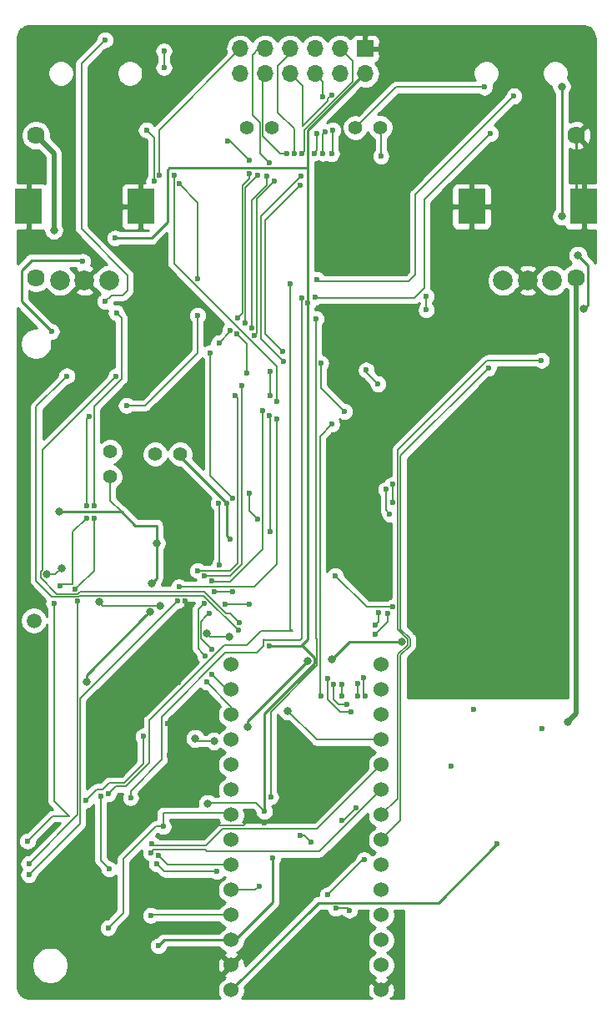
<source format=gbl>
G04 #@! TF.GenerationSoftware,KiCad,Pcbnew,(5.1.2)-2*
G04 #@! TF.CreationDate,2019-11-23T11:04:55-05:00*
G04 #@! TF.ProjectId,tdm_mainboard,74646d5f-6d61-4696-9e62-6f6172642e6b,rev?*
G04 #@! TF.SameCoordinates,Original*
G04 #@! TF.FileFunction,Copper,L2,Bot*
G04 #@! TF.FilePolarity,Positive*
%FSLAX46Y46*%
G04 Gerber Fmt 4.6, Leading zero omitted, Abs format (unit mm)*
G04 Created by KiCad (PCBNEW (5.1.2)-2) date 2019-11-23 11:04:55*
%MOMM*%
%LPD*%
G04 APERTURE LIST*
%ADD10C,1.400000*%
%ADD11C,1.500000*%
%ADD12C,1.524000*%
%ADD13C,1.785000*%
%ADD14O,1.700000X1.700000*%
%ADD15R,1.700000X1.700000*%
%ADD16R,2.800000X3.600000*%
%ADD17C,2.000000*%
%ADD18C,0.600000*%
%ADD19C,0.800000*%
%ADD20C,0.127000*%
%ADD21C,0.250000*%
%ADD22C,0.500000*%
%ADD23C,0.254000*%
G04 APERTURE END LIST*
D10*
X30099000Y-63881000D03*
X30099000Y-66421000D03*
D11*
X22352000Y-81026000D03*
D10*
X37211000Y-64135000D03*
X34671000Y-64135000D03*
D12*
X57620000Y-118510000D03*
X57620000Y-115970000D03*
X42380000Y-118510000D03*
X42380000Y-115970000D03*
X42380000Y-113430000D03*
X42380000Y-110890000D03*
X42380000Y-108350000D03*
X42380000Y-105810000D03*
X42380000Y-103270000D03*
X42380000Y-100730000D03*
X42380000Y-98190000D03*
X42380000Y-95650000D03*
X42380000Y-93110000D03*
X42380000Y-90570000D03*
X42380000Y-88030000D03*
X42380000Y-85490000D03*
X57620000Y-85490000D03*
X57620000Y-88030000D03*
X57620000Y-90570000D03*
X57620000Y-93110000D03*
X57620000Y-95650000D03*
X57620000Y-98190000D03*
X57620000Y-100730000D03*
X57620000Y-103270000D03*
X57620000Y-105810000D03*
X57620000Y-108350000D03*
X57620000Y-110890000D03*
X57620000Y-113430000D03*
D13*
X22570000Y-46210000D03*
X22570000Y-31790000D03*
X77430000Y-31790000D03*
X77430000Y-46210000D03*
D14*
X43300000Y-25540000D03*
X43300000Y-23000000D03*
X45840000Y-25540000D03*
X45840000Y-23000000D03*
X48380000Y-25540000D03*
X48380000Y-23000000D03*
X50920000Y-25540000D03*
X50920000Y-23000000D03*
X53460000Y-25540000D03*
X53460000Y-23000000D03*
X56000000Y-25540000D03*
D15*
X56000000Y-23000000D03*
D10*
X55000000Y-31000000D03*
X57540000Y-31000000D03*
X44000000Y-31000000D03*
X46540000Y-31000000D03*
D16*
X21800000Y-39000000D03*
X33200000Y-39000000D03*
D17*
X25000000Y-46500000D03*
X27500000Y-46500000D03*
X30000000Y-46500000D03*
D16*
X66800000Y-39000000D03*
X78200000Y-39000000D03*
D17*
X70000000Y-46500000D03*
X72500000Y-46500000D03*
X75000000Y-46500000D03*
D18*
X35000000Y-114000000D03*
X30019000Y-106219000D03*
X29130000Y-98853000D03*
X45767000Y-100377000D03*
X30600000Y-42200000D03*
X24130000Y-51689000D03*
X27305000Y-44577000D03*
X46600000Y-105100000D03*
X46300000Y-83600000D03*
X50200000Y-48800000D03*
D19*
X40005000Y-99568000D03*
D18*
X35734000Y-98726000D03*
X36115000Y-94662000D03*
X45767000Y-101520000D03*
X40179000Y-102028000D03*
X32051000Y-69262000D03*
X34210000Y-70405000D03*
X38989000Y-71247000D03*
X35900000Y-91500000D03*
X37000000Y-87300000D03*
X37700000Y-79000000D03*
X70000000Y-33700000D03*
X68500000Y-35100000D03*
D19*
X34798000Y-73152000D03*
X24892000Y-69977000D03*
X27686000Y-87249000D03*
X34290000Y-77216000D03*
X34163000Y-80092510D03*
D18*
X27606000Y-99234000D03*
X33448000Y-92757000D03*
D19*
X40640000Y-93218000D03*
X38735000Y-92964000D03*
D18*
X42291000Y-72771000D03*
X41910000Y-69088000D03*
X21844000Y-106807000D03*
X36957000Y-78994000D03*
X37084000Y-77597000D03*
X46990000Y-60579000D03*
X46990000Y-58801000D03*
X36576000Y-35814000D03*
X35052000Y-35814000D03*
X21844000Y-105664000D03*
X28448000Y-70612000D03*
X28448000Y-69342000D03*
X30734000Y-49784000D03*
X29591000Y-48641000D03*
X29591000Y-22098000D03*
X26577157Y-77816843D03*
X26785888Y-79051866D03*
X21717000Y-103378000D03*
X24384000Y-79248000D03*
X25019000Y-77470000D03*
X27686000Y-70612000D03*
X27686000Y-69342000D03*
X27940000Y-60325000D03*
X31750000Y-59182000D03*
X38989000Y-50038000D03*
X38989000Y-46355000D03*
X37084000Y-36703000D03*
X34544000Y-36449000D03*
X33782000Y-31242000D03*
X35560000Y-24892000D03*
X35560000Y-23241000D03*
X69389000Y-103679000D03*
X68500000Y-55400000D03*
X54100000Y-89500000D03*
X52800000Y-87500000D03*
X43100000Y-82000000D03*
X25700000Y-56200000D03*
X73900000Y-54600000D03*
X54600000Y-90300000D03*
X52200000Y-86900000D03*
X43200000Y-81200000D03*
X30700000Y-56200000D03*
X35480000Y-101901000D03*
X29892000Y-112188000D03*
X46400000Y-98900000D03*
X51000000Y-50400000D03*
X49600000Y-33600000D03*
X41100000Y-69100000D03*
X41200000Y-75400000D03*
X34210000Y-110918000D03*
X34337000Y-103679000D03*
X34210000Y-104568000D03*
X34972000Y-104822000D03*
X34845000Y-105711000D03*
X40941000Y-106473000D03*
X29892000Y-98599000D03*
X48400000Y-46800000D03*
X51100000Y-46400000D03*
X71100000Y-27800000D03*
D19*
X44069000Y-91821000D03*
X50165000Y-85090000D03*
X52578000Y-84963000D03*
X59690000Y-83185000D03*
X77597000Y-43942000D03*
X75946000Y-40005000D03*
X75946000Y-26822174D03*
X78207010Y-49403000D03*
D18*
X32178000Y-98980000D03*
X49600000Y-48300000D03*
X50900000Y-48200000D03*
X68700000Y-31600000D03*
X46228000Y-34544000D03*
X45974000Y-35941000D03*
X44450000Y-51308000D03*
X43434000Y-57150000D03*
X39624000Y-76454000D03*
X39624000Y-79248000D03*
X39751000Y-84582000D03*
X39878000Y-87249000D03*
X40386000Y-86487000D03*
X40386000Y-83947000D03*
X40132000Y-80264000D03*
X38989000Y-75946000D03*
X42799000Y-58166000D03*
X43942000Y-55880000D03*
X42926000Y-51943000D03*
X43815000Y-50800000D03*
X45085000Y-35814000D03*
X48006000Y-33655000D03*
X44196000Y-79375000D03*
X41783000Y-79375000D03*
X46355000Y-72009000D03*
X46228000Y-60198000D03*
X46355000Y-58166000D03*
X46355000Y-55753000D03*
X47625000Y-53721000D03*
X49403000Y-36830000D03*
X52578000Y-33655000D03*
X52705000Y-31242000D03*
X52578000Y-27686000D03*
X48768000Y-33655000D03*
X46736000Y-36449000D03*
X44704000Y-52070000D03*
X45593000Y-59690000D03*
X40386000Y-76962000D03*
X40640000Y-78105000D03*
X42555000Y-78095000D03*
X56000000Y-88700000D03*
X55800000Y-86800000D03*
X57000000Y-82400000D03*
X58300000Y-80300000D03*
X58500000Y-70200000D03*
X58100000Y-67700000D03*
X57300000Y-57000000D03*
X56100000Y-55600000D03*
X50800000Y-33600000D03*
X51100000Y-31600000D03*
X68100000Y-26900000D03*
X67000000Y-90000000D03*
X73978000Y-91978000D03*
X64750000Y-95750000D03*
D19*
X76581000Y-91313000D03*
D18*
X53594000Y-87503000D03*
X53594000Y-88646000D03*
X45212000Y-107950000D03*
X42037000Y-32385000D03*
X44196000Y-34290000D03*
X44196000Y-35687000D03*
X43053000Y-50292000D03*
X42291000Y-51562000D03*
X41148000Y-52832000D03*
X40259000Y-53848000D03*
X42545000Y-68580000D03*
X44196000Y-68072000D03*
X45085000Y-70739000D03*
X52959000Y-76454000D03*
X58801000Y-79629000D03*
X55880000Y-105283000D03*
X52197000Y-108839000D03*
X53600000Y-101300000D03*
X55100000Y-100000000D03*
X55200000Y-88700000D03*
X55200000Y-87400000D03*
X57000000Y-81500000D03*
X57400000Y-80200000D03*
X58800000Y-69000000D03*
X58800000Y-67200000D03*
X62200000Y-49500000D03*
X62200000Y-48100000D03*
X57600000Y-33900000D03*
X54400000Y-110400000D03*
X53000000Y-110200000D03*
X50500000Y-103500000D03*
X49400000Y-102800000D03*
X51500000Y-88700000D03*
X52600000Y-61100000D03*
X53900000Y-59800000D03*
X51500000Y-54900000D03*
X47700000Y-54700000D03*
X49500000Y-35900000D03*
X51700000Y-33600000D03*
X51900000Y-31400000D03*
X51700000Y-27900000D03*
D19*
X24384000Y-41402000D03*
X48133000Y-90170000D03*
X42164000Y-82677000D03*
X39878000Y-82296000D03*
X35179000Y-79502000D03*
X28956000Y-79121000D03*
X25146000Y-75692000D03*
X23622000Y-76327000D03*
D20*
X30019000Y-106219000D02*
X29130000Y-105330000D01*
X29130000Y-105330000D02*
X29130000Y-98853000D01*
D21*
X35570000Y-113430000D02*
X35000000Y-114000000D01*
X42380000Y-113430000D02*
X35570000Y-113430000D01*
X21082000Y-48641000D02*
X24130000Y-51689000D01*
X21082000Y-45466000D02*
X21082000Y-48641000D01*
X22098000Y-44450000D02*
X21082000Y-45466000D01*
X27178000Y-44450000D02*
X22098000Y-44450000D01*
X27305000Y-44577000D02*
X27178000Y-44450000D01*
X42380000Y-113430000D02*
X42770000Y-113430000D01*
X42770000Y-113430000D02*
X46600000Y-109600000D01*
X46600000Y-109600000D02*
X46600000Y-105100000D01*
X46300000Y-83600000D02*
X49500000Y-83600000D01*
X49500000Y-83600000D02*
X50200000Y-82900000D01*
X50200000Y-82900000D02*
X50200000Y-48800000D01*
X55960000Y-25540000D02*
X56000000Y-25540000D01*
X50200000Y-31300000D02*
X55960000Y-25540000D01*
X50200000Y-35100000D02*
X50200000Y-31300000D01*
X50200000Y-48800000D02*
X50200000Y-35100000D01*
D20*
X43735000Y-99488000D02*
X44878000Y-99488000D01*
X44878000Y-99488000D02*
X45767000Y-100377000D01*
X43735000Y-99488000D02*
X40085000Y-99488000D01*
X40085000Y-99488000D02*
X40005000Y-99568000D01*
D21*
X45767000Y-100377000D02*
X45767000Y-90452964D01*
X50817002Y-85402962D02*
X50817002Y-84777038D01*
X50817002Y-84777038D02*
X49639964Y-83600000D01*
X45767000Y-90452964D02*
X50817002Y-85402962D01*
X46724264Y-83600000D02*
X46300000Y-83600000D01*
X49639964Y-83600000D02*
X46724264Y-83600000D01*
D20*
X35734000Y-98726000D02*
X36115000Y-98345000D01*
X36115000Y-98345000D02*
X36115000Y-94662000D01*
X45767000Y-101520000D02*
X43862000Y-101520000D01*
X43862000Y-101520000D02*
X43608000Y-101774000D01*
X43608000Y-101774000D02*
X40433000Y-101774000D01*
X40433000Y-101774000D02*
X40179000Y-102028000D01*
X32051000Y-69262000D02*
X33194000Y-70405000D01*
X33194000Y-70405000D02*
X34210000Y-70405000D01*
D21*
X38147000Y-70405000D02*
X34210000Y-70405000D01*
X38989000Y-71247000D02*
X38147000Y-70405000D01*
D20*
X36115000Y-94662000D02*
X36115000Y-91715000D01*
X36115000Y-91715000D02*
X35900000Y-91500000D01*
X37000000Y-87300000D02*
X37700000Y-86600000D01*
X37700000Y-86600000D02*
X37700000Y-79000000D01*
D21*
X70000000Y-33700000D02*
X68600000Y-35100000D01*
X68600000Y-35100000D02*
X68500000Y-35100000D01*
X77430000Y-38230000D02*
X78200000Y-39000000D01*
X77430000Y-31790000D02*
X77430000Y-38230000D01*
X34798000Y-73152000D02*
X34798000Y-71374000D01*
X34798000Y-71374000D02*
X32639000Y-71374000D01*
X32639000Y-71374000D02*
X31242000Y-69977000D01*
X31242000Y-69977000D02*
X24892000Y-69977000D01*
X45800000Y-35100000D02*
X50200000Y-35100000D01*
X36147000Y-35100000D02*
X45800000Y-35100000D01*
X35900000Y-35347000D02*
X36147000Y-35100000D01*
X35900000Y-40600000D02*
X35900000Y-35347000D01*
X30600000Y-42200000D02*
X34300000Y-42200000D01*
X34300000Y-42200000D02*
X35900000Y-40600000D01*
D20*
X30099000Y-68834000D02*
X31242000Y-69977000D01*
X30099000Y-66421000D02*
X30099000Y-68834000D01*
D21*
X34798000Y-73152000D02*
X34798000Y-76708000D01*
X34798000Y-76708000D02*
X34290000Y-77216000D01*
X33763001Y-80492509D02*
X34163000Y-80092510D01*
X27686000Y-87249000D02*
X27686000Y-86569510D01*
X27686000Y-86569510D02*
X33763001Y-80492509D01*
D20*
X27606000Y-99234000D02*
X28721491Y-98118509D01*
X28721491Y-98118509D02*
X29356491Y-98118509D01*
X29356491Y-98118509D02*
X30019000Y-97456000D01*
X30019000Y-97456000D02*
X31543000Y-97456000D01*
X31543000Y-97456000D02*
X33448000Y-95551000D01*
X33448000Y-95551000D02*
X33448000Y-92757000D01*
X40640000Y-93218000D02*
X38989000Y-93218000D01*
X38989000Y-93218000D02*
X38735000Y-92964000D01*
D21*
X42291000Y-72771000D02*
X41910000Y-72390000D01*
X41910000Y-72390000D02*
X41910000Y-69088000D01*
X37211000Y-64389000D02*
X37211000Y-64135000D01*
X41910000Y-69088000D02*
X37211000Y-64389000D01*
D20*
X21844000Y-106807000D02*
X27051000Y-101600000D01*
X27051000Y-101600000D02*
X27051000Y-88900000D01*
X27051000Y-88900000D02*
X36957000Y-78994000D01*
X37084000Y-77597000D02*
X44704000Y-77597000D01*
X44704000Y-77597000D02*
X46990000Y-75311000D01*
X46990000Y-75311000D02*
X46990000Y-60579000D01*
X46990000Y-58801000D02*
X46990000Y-55245000D01*
X46990000Y-55245000D02*
X36576000Y-44831000D01*
X36576000Y-44831000D02*
X36576000Y-35814000D01*
X35052000Y-31248000D02*
X43300000Y-23000000D01*
X35052000Y-35814000D02*
X35052000Y-31248000D01*
X28448000Y-69342000D02*
X28448000Y-59309000D01*
X28448000Y-59309000D02*
X31242000Y-56515000D01*
X31242000Y-56515000D02*
X31242000Y-50292000D01*
X31242000Y-50292000D02*
X30734000Y-49784000D01*
X29591000Y-48641000D02*
X30226000Y-48006000D01*
X30226000Y-48006000D02*
X31369000Y-48006000D01*
X31369000Y-48006000D02*
X31877000Y-47498000D01*
X31877000Y-47498000D02*
X31877000Y-45974000D01*
X31877000Y-45974000D02*
X27178000Y-41275000D01*
X27178000Y-41275000D02*
X27178000Y-24511000D01*
X27178000Y-24511000D02*
X29591000Y-22098000D01*
X28448000Y-75946000D02*
X26877156Y-77516844D01*
X26877156Y-77516844D02*
X26577157Y-77816843D01*
X28448000Y-70612000D02*
X28448000Y-75946000D01*
X26785888Y-79476130D02*
X26785888Y-79051866D01*
X21844000Y-105664000D02*
X26785888Y-100722112D01*
X26785888Y-100722112D02*
X26785888Y-79476130D01*
X21717000Y-103378000D02*
X24257000Y-100838000D01*
X24257000Y-100838000D02*
X25908000Y-100838000D01*
X25908000Y-100838000D02*
X24384000Y-99314000D01*
X24384000Y-99314000D02*
X24384000Y-79248000D01*
X25019000Y-77470000D02*
X25146000Y-77343000D01*
X25146000Y-77343000D02*
X26289000Y-77343000D01*
X26289000Y-77343000D02*
X26289000Y-72009000D01*
X26289000Y-72009000D02*
X27686000Y-70612000D01*
X27686000Y-69342000D02*
X27686000Y-60579000D01*
X27686000Y-60579000D02*
X27940000Y-60325000D01*
X31750000Y-59182000D02*
X33655000Y-59182000D01*
X33655000Y-59182000D02*
X38989000Y-53848000D01*
X38989000Y-53848000D02*
X38989000Y-50038000D01*
X38989000Y-46355000D02*
X38989000Y-38608000D01*
X38989000Y-38608000D02*
X37084000Y-36703000D01*
X34544000Y-36449000D02*
X34544000Y-32004000D01*
X34544000Y-32004000D02*
X33782000Y-31242000D01*
X35560000Y-24892000D02*
X35560000Y-23241000D01*
D21*
X63420000Y-109648000D02*
X51242000Y-109648000D01*
X51242000Y-109648000D02*
X42380000Y-118510000D01*
X69389000Y-103679000D02*
X63420000Y-109648000D01*
D20*
X60534513Y-82796344D02*
X59600000Y-81861831D01*
X59600000Y-101290000D02*
X59600000Y-84508169D01*
X60534513Y-83573656D02*
X60534513Y-82796344D01*
X59600000Y-84508169D02*
X60534513Y-83573656D01*
X57620000Y-103270000D02*
X59600000Y-101290000D01*
X59600000Y-81861831D02*
X59600000Y-64300000D01*
X68200001Y-55699999D02*
X68500000Y-55400000D01*
X59600000Y-64300000D02*
X68200001Y-55699999D01*
X54100000Y-89500000D02*
X53300000Y-89500000D01*
X53300000Y-89500000D02*
X52800000Y-89000000D01*
X52800000Y-89000000D02*
X52800000Y-87500000D01*
X22600000Y-59300000D02*
X25400001Y-56499999D01*
X24161356Y-78561356D02*
X22600000Y-77000000D01*
X26981313Y-78497856D02*
X26917813Y-78561356D01*
X25400001Y-56499999D02*
X25700000Y-56200000D01*
X26917813Y-78561356D02*
X24161356Y-78561356D01*
X22600000Y-77000000D02*
X22600000Y-59300000D01*
X39597856Y-78497856D02*
X26981313Y-78497856D01*
X43100000Y-82000000D02*
X39597856Y-78497856D01*
X59300000Y-81921056D02*
X59300000Y-63700000D01*
X73475736Y-54600000D02*
X73900000Y-54600000D01*
X68400000Y-54600000D02*
X73475736Y-54600000D01*
X59300000Y-99050000D02*
X59300000Y-84448944D01*
X60280502Y-82901558D02*
X59300000Y-81921056D01*
X59300000Y-84448944D02*
X60280502Y-83468442D01*
X60280502Y-83468442D02*
X60280502Y-82901558D01*
X57620000Y-100730000D02*
X59300000Y-99050000D01*
X59300000Y-63700000D02*
X68400000Y-54600000D01*
X54600000Y-90300000D02*
X53500000Y-90300000D01*
X53500000Y-90300000D02*
X52200000Y-89000000D01*
X52200000Y-89000000D02*
X52200000Y-86900000D01*
X43200000Y-81200000D02*
X42300000Y-80300000D01*
X42300000Y-80300000D02*
X41900000Y-80300000D01*
X41900000Y-80300000D02*
X39700000Y-78100000D01*
X39700000Y-78100000D02*
X27019944Y-78100000D01*
X23200000Y-63700000D02*
X30400001Y-56499999D01*
X27019944Y-78100000D02*
X26812599Y-78307345D01*
X23200000Y-75875056D02*
X23200000Y-63700000D01*
X30400001Y-56499999D02*
X30700000Y-56200000D01*
X23031498Y-76043558D02*
X23200000Y-75875056D01*
X23031498Y-76631498D02*
X23031498Y-76043558D01*
X24707345Y-78307345D02*
X23031498Y-76631498D01*
X26812599Y-78307345D02*
X24707345Y-78307345D01*
X35480000Y-101901000D02*
X35480000Y-100504000D01*
X42154000Y-100504000D02*
X42380000Y-100730000D01*
X35480000Y-100504000D02*
X42154000Y-100504000D01*
X29892000Y-112188000D02*
X31416000Y-110664000D01*
X31416000Y-110664000D02*
X31416000Y-105203000D01*
X34718000Y-101901000D02*
X35480000Y-101901000D01*
X31416000Y-105203000D02*
X34718000Y-101901000D01*
X51000000Y-82800000D02*
X51000000Y-50824264D01*
X51000000Y-50824264D02*
X51000000Y-50400000D01*
X51132513Y-82932513D02*
X51000000Y-82800000D01*
X51132513Y-85533650D02*
X51132513Y-82932513D01*
X46400000Y-90266163D02*
X51132513Y-85533650D01*
X46400000Y-98900000D02*
X46400000Y-90266163D01*
X49600000Y-33600000D02*
X49800000Y-33400000D01*
X49800000Y-33400000D02*
X49800000Y-31253802D01*
X49800000Y-31253802D02*
X54700000Y-26353802D01*
X54700000Y-24240000D02*
X53460000Y-23000000D01*
X54700000Y-26353802D02*
X54700000Y-24240000D01*
X41100000Y-69100000D02*
X41200000Y-69200000D01*
X41200000Y-69200000D02*
X41200000Y-75400000D01*
X34238000Y-110890000D02*
X42380000Y-110890000D01*
X34210000Y-110918000D02*
X34238000Y-110890000D01*
X39871010Y-103806000D02*
X41522010Y-102155000D01*
X34337000Y-103806000D02*
X39871010Y-103806000D01*
X41522010Y-102155000D02*
X51115000Y-102155000D01*
X51115000Y-102155000D02*
X57620000Y-95650000D01*
X34210000Y-104568000D02*
X34519501Y-104258499D01*
X34519501Y-104258499D02*
X39742499Y-104258499D01*
X39742499Y-104258499D02*
X39925000Y-104441000D01*
X51369000Y-104441000D02*
X57620000Y-98190000D01*
X39925000Y-104441000D02*
X51369000Y-104441000D01*
X35960000Y-105810000D02*
X42380000Y-105810000D01*
X34972000Y-104822000D02*
X35960000Y-105810000D01*
X34845000Y-105711000D02*
X35607000Y-106473000D01*
X35607000Y-106473000D02*
X40941000Y-106473000D01*
X29892000Y-98599000D02*
X30654000Y-97837000D01*
X30654000Y-97837000D02*
X31670000Y-97837000D01*
X31670000Y-97837000D02*
X34083000Y-95424000D01*
X34083000Y-95424000D02*
X34083000Y-91360000D01*
X34083000Y-91360000D02*
X34083000Y-91117000D01*
X34083000Y-91117000D02*
X41700000Y-83500000D01*
X41700000Y-83500000D02*
X44000000Y-83500000D01*
X44000000Y-83500000D02*
X45400000Y-82100000D01*
X45400000Y-82100000D02*
X48600000Y-82100000D01*
X48600000Y-82100000D02*
X48400000Y-81900000D01*
X48400000Y-81900000D02*
X48400000Y-46800000D01*
X51100000Y-46400000D02*
X51300000Y-46600000D01*
X51300000Y-46600000D02*
X60400000Y-46600000D01*
X60400000Y-46600000D02*
X61100000Y-45900000D01*
X61100000Y-45900000D02*
X61100000Y-37800000D01*
X61100000Y-37800000D02*
X71100000Y-27800000D01*
D21*
X44069000Y-91186000D02*
X50165000Y-85090000D01*
X44069000Y-91821000D02*
X44069000Y-91186000D01*
X54356000Y-83185000D02*
X59690000Y-83185000D01*
X52578000Y-84963000D02*
X54356000Y-83185000D01*
X75946000Y-40005000D02*
X75946000Y-26822174D01*
X77597000Y-43942000D02*
X78607009Y-44952009D01*
X78607009Y-49003001D02*
X78207010Y-49403000D01*
X78607009Y-44952009D02*
X78607009Y-49003001D01*
D20*
X32178000Y-98980000D02*
X32178000Y-98345000D01*
X32178000Y-98345000D02*
X32178000Y-98299461D01*
X32178000Y-98299461D02*
X35353000Y-95124461D01*
X35353000Y-91553000D02*
X35353000Y-90747000D01*
X35353000Y-91553000D02*
X35353000Y-91360000D01*
X35353000Y-95124461D02*
X35353000Y-91553000D01*
X35353000Y-90747000D02*
X41800000Y-84300000D01*
X41800000Y-84300000D02*
X45000000Y-84300000D01*
X45000000Y-84300000D02*
X45700000Y-83600000D01*
X45700000Y-83600000D02*
X45700000Y-82900000D01*
X45700000Y-82900000D02*
X45800000Y-83000000D01*
X45800000Y-83000000D02*
X49400000Y-83000000D01*
X49400000Y-83000000D02*
X49600000Y-82800000D01*
X49600000Y-82800000D02*
X49600000Y-48300000D01*
X50900000Y-48200000D02*
X51000000Y-48300000D01*
X51000000Y-48300000D02*
X61000000Y-48300000D01*
X61000000Y-48300000D02*
X62000000Y-47300000D01*
X62000000Y-47300000D02*
X62000000Y-38300000D01*
X62000000Y-38300000D02*
X68700000Y-31600000D01*
X45840000Y-23000000D02*
X45199000Y-23000000D01*
X45199000Y-23000000D02*
X44577000Y-23622000D01*
X44577000Y-23622000D02*
X44577000Y-29718000D01*
X44577000Y-29718000D02*
X45339000Y-30480000D01*
X45339000Y-30480000D02*
X45339000Y-33655000D01*
X45339000Y-33655000D02*
X46228000Y-34544000D01*
X45974000Y-35941000D02*
X45974000Y-36830000D01*
X45974000Y-36830000D02*
X44450000Y-38354000D01*
X44450000Y-38354000D02*
X44450000Y-51308000D01*
X43434000Y-57150000D02*
X43434000Y-75311000D01*
X43434000Y-75311000D02*
X42291000Y-76454000D01*
X42291000Y-76454000D02*
X39624000Y-76454000D01*
X42380000Y-89751000D02*
X42380000Y-90570000D01*
X39878000Y-87249000D02*
X42380000Y-89751000D01*
X39033487Y-83864487D02*
X39451001Y-84282001D01*
X39624000Y-79248000D02*
X39033487Y-79838513D01*
X39033487Y-79838513D02*
X39033487Y-83864487D01*
X39451001Y-84282001D02*
X39751000Y-84582000D01*
X42380000Y-88030000D02*
X41929000Y-88030000D01*
X41929000Y-88030000D02*
X40386000Y-86487000D01*
X38989000Y-75946000D02*
X42291000Y-75946000D01*
X42291000Y-75946000D02*
X43053000Y-75184000D01*
X43053000Y-75184000D02*
X43053000Y-58420000D01*
X43053000Y-58420000D02*
X42799000Y-58166000D01*
X43942000Y-55880000D02*
X43942000Y-52959000D01*
X43942000Y-52959000D02*
X42926000Y-51943000D01*
X43815000Y-50800000D02*
X43815000Y-37084000D01*
X43815000Y-37084000D02*
X45085000Y-35814000D01*
X48006000Y-33655000D02*
X47371000Y-33655000D01*
X47371000Y-33655000D02*
X45593000Y-31877000D01*
X45593000Y-25787000D02*
X45840000Y-25540000D01*
X45593000Y-31877000D02*
X45593000Y-25787000D01*
X40386000Y-83947000D02*
X39287498Y-82848498D01*
X39832001Y-80563999D02*
X40132000Y-80264000D01*
X39287498Y-81108502D02*
X39832001Y-80563999D01*
X39287498Y-82848498D02*
X39287498Y-81108502D01*
X44196000Y-79375000D02*
X41783000Y-79375000D01*
X46355000Y-72009000D02*
X46355000Y-60325000D01*
X46355000Y-60325000D02*
X46228000Y-60198000D01*
X46355000Y-58166000D02*
X46355000Y-55753000D01*
X47625000Y-53721000D02*
X45847000Y-51943000D01*
X45847000Y-51943000D02*
X45847000Y-40386000D01*
X45847000Y-40386000D02*
X49403000Y-36830000D01*
X52578000Y-33655000D02*
X52705000Y-33528000D01*
X52705000Y-33528000D02*
X52705000Y-31242000D01*
X52578000Y-27686000D02*
X52197000Y-28067000D01*
X52197000Y-28067000D02*
X52197000Y-28321000D01*
X52197000Y-28321000D02*
X49657000Y-30861000D01*
X49657000Y-26817000D02*
X48380000Y-25540000D01*
X49657000Y-30861000D02*
X49657000Y-26817000D01*
X48380000Y-23000000D02*
X48380000Y-23502000D01*
X48380000Y-23502000D02*
X47117000Y-24765000D01*
X47117000Y-24765000D02*
X47117000Y-29464000D01*
X47117000Y-29464000D02*
X48768000Y-31115000D01*
X48768000Y-31115000D02*
X48768000Y-33655000D01*
X46736000Y-36449000D02*
X44958000Y-38227000D01*
X44958000Y-38227000D02*
X44958000Y-51816000D01*
X44958000Y-51816000D02*
X44704000Y-52070000D01*
X45593000Y-59690000D02*
X45593000Y-73787000D01*
X45593000Y-73787000D02*
X42291000Y-77089000D01*
X42291000Y-77089000D02*
X40513000Y-77089000D01*
X40513000Y-77089000D02*
X40386000Y-76962000D01*
X40640000Y-78105000D02*
X42545000Y-78105000D01*
X42545000Y-78105000D02*
X42555000Y-78095000D01*
X57620000Y-90570000D02*
X57470000Y-90570000D01*
X56000000Y-88700000D02*
X55800000Y-88500000D01*
X55800000Y-88500000D02*
X55800000Y-86800000D01*
X57000000Y-82400000D02*
X58300000Y-81100000D01*
X58300000Y-81100000D02*
X58300000Y-80300000D01*
X58500000Y-70200000D02*
X58100000Y-69800000D01*
X58100000Y-69800000D02*
X58100000Y-67700000D01*
X57300000Y-57000000D02*
X56100000Y-55800000D01*
X56100000Y-55800000D02*
X56100000Y-55600000D01*
X50800000Y-33600000D02*
X51100000Y-33300000D01*
X51100000Y-33300000D02*
X51100000Y-31600000D01*
X59100000Y-26900000D02*
X55000000Y-31000000D01*
X68100000Y-26900000D02*
X59100000Y-26900000D01*
D21*
X44000000Y-31000000D02*
X44000000Y-30538000D01*
D22*
X77430000Y-90464000D02*
X76581000Y-91313000D01*
X77430000Y-46210000D02*
X77430000Y-90464000D01*
D20*
X53594000Y-87503000D02*
X53594000Y-88646000D01*
X44812000Y-108350000D02*
X42380000Y-108350000D01*
X45212000Y-107950000D02*
X44812000Y-108350000D01*
X42037000Y-32385000D02*
X42291000Y-32385000D01*
X42291000Y-32385000D02*
X44196000Y-34290000D01*
X44196000Y-35687000D02*
X44196000Y-36195000D01*
X44196000Y-36195000D02*
X43561000Y-36830000D01*
X43561000Y-36830000D02*
X43561000Y-49784000D01*
X43561000Y-49784000D02*
X43053000Y-50292000D01*
X42291000Y-51562000D02*
X42291000Y-51689000D01*
X42291000Y-51689000D02*
X41148000Y-52832000D01*
X40259000Y-53848000D02*
X40259000Y-66294000D01*
X40259000Y-66294000D02*
X42545000Y-68580000D01*
X44196000Y-68072000D02*
X44196000Y-69850000D01*
X44196000Y-69850000D02*
X45085000Y-70739000D01*
X52959000Y-76454000D02*
X56134000Y-79629000D01*
X56134000Y-79629000D02*
X58801000Y-79629000D01*
X55880000Y-105283000D02*
X55753000Y-105283000D01*
X55753000Y-105283000D02*
X52197000Y-108839000D01*
X53600000Y-101300000D02*
X53800000Y-101300000D01*
X53800000Y-101300000D02*
X55100000Y-100000000D01*
X55200000Y-88700000D02*
X55200000Y-87400000D01*
X57000000Y-81500000D02*
X57400000Y-81100000D01*
X57400000Y-81100000D02*
X57400000Y-80200000D01*
X58800000Y-69000000D02*
X58800000Y-67200000D01*
X62200000Y-49500000D02*
X62200000Y-48100000D01*
X57600000Y-31060000D02*
X57540000Y-31000000D01*
X57600000Y-33900000D02*
X57600000Y-31060000D01*
X54400000Y-110400000D02*
X54200000Y-110200000D01*
X54200000Y-110200000D02*
X53000000Y-110200000D01*
X50500000Y-103500000D02*
X49800000Y-102800000D01*
X49800000Y-102800000D02*
X49400000Y-102800000D01*
X51500000Y-88700000D02*
X51400000Y-88600000D01*
X51400000Y-88600000D02*
X51400000Y-62300000D01*
X51400000Y-62300000D02*
X52600000Y-61100000D01*
X53900000Y-59800000D02*
X51500000Y-57400000D01*
X51500000Y-57400000D02*
X51500000Y-54900000D01*
X47700000Y-54700000D02*
X45400000Y-52400000D01*
X45400000Y-52400000D02*
X45400000Y-40000000D01*
X45400000Y-40000000D02*
X49500000Y-35900000D01*
X51700000Y-33600000D02*
X51700000Y-31600000D01*
X51700000Y-31600000D02*
X51900000Y-31400000D01*
X51700000Y-26320000D02*
X50920000Y-25540000D01*
X51700000Y-27900000D02*
X51700000Y-26320000D01*
D22*
X24384000Y-33604000D02*
X22570000Y-31790000D01*
X24384000Y-41402000D02*
X24384000Y-33604000D01*
D20*
X51073000Y-93110000D02*
X48133000Y-90170000D01*
X57620000Y-93110000D02*
X51073000Y-93110000D01*
X42164000Y-82677000D02*
X40259000Y-82677000D01*
X40259000Y-82677000D02*
X39878000Y-82296000D01*
X29337000Y-79502000D02*
X28956000Y-79121000D01*
X35179000Y-79502000D02*
X29337000Y-79502000D01*
X24511000Y-76327000D02*
X23622000Y-76327000D01*
X25146000Y-75692000D02*
X24511000Y-76327000D01*
D23*
G36*
X52100932Y-110472729D02*
G01*
X52171414Y-110642889D01*
X52273738Y-110796028D01*
X52403972Y-110926262D01*
X52557111Y-111028586D01*
X52727271Y-111099068D01*
X52907911Y-111135000D01*
X53092089Y-111135000D01*
X53272729Y-111099068D01*
X53442889Y-111028586D01*
X53596028Y-110926262D01*
X53614667Y-110907623D01*
X53673738Y-110996028D01*
X53803972Y-111126262D01*
X53957111Y-111228586D01*
X54127271Y-111299068D01*
X54307911Y-111335000D01*
X54492089Y-111335000D01*
X54672729Y-111299068D01*
X54842889Y-111228586D01*
X54996028Y-111126262D01*
X55126262Y-110996028D01*
X55228586Y-110842889D01*
X55299068Y-110672729D01*
X55335000Y-110492089D01*
X55335000Y-110408000D01*
X56307549Y-110408000D01*
X56276686Y-110482510D01*
X56223000Y-110752408D01*
X56223000Y-111027592D01*
X56276686Y-111297490D01*
X56381995Y-111551727D01*
X56534880Y-111780535D01*
X56729465Y-111975120D01*
X56958273Y-112128005D01*
X57035515Y-112160000D01*
X56958273Y-112191995D01*
X56729465Y-112344880D01*
X56534880Y-112539465D01*
X56381995Y-112768273D01*
X56276686Y-113022510D01*
X56223000Y-113292408D01*
X56223000Y-113567592D01*
X56276686Y-113837490D01*
X56381995Y-114091727D01*
X56534880Y-114320535D01*
X56729465Y-114515120D01*
X56958273Y-114668005D01*
X57035515Y-114700000D01*
X56958273Y-114731995D01*
X56729465Y-114884880D01*
X56534880Y-115079465D01*
X56381995Y-115308273D01*
X56276686Y-115562510D01*
X56223000Y-115832408D01*
X56223000Y-116107592D01*
X56276686Y-116377490D01*
X56381995Y-116631727D01*
X56534880Y-116860535D01*
X56729465Y-117055120D01*
X56958273Y-117208005D01*
X57029943Y-117237692D01*
X57016977Y-117242364D01*
X56901020Y-117304344D01*
X56834040Y-117544435D01*
X57620000Y-118330395D01*
X58405960Y-117544435D01*
X58338980Y-117304344D01*
X58203240Y-117240515D01*
X58281727Y-117208005D01*
X58510535Y-117055120D01*
X58705120Y-116860535D01*
X58858005Y-116631727D01*
X58963314Y-116377490D01*
X59017000Y-116107592D01*
X59017000Y-115832408D01*
X58963314Y-115562510D01*
X58858005Y-115308273D01*
X58705120Y-115079465D01*
X58510535Y-114884880D01*
X58281727Y-114731995D01*
X58204485Y-114700000D01*
X58281727Y-114668005D01*
X58510535Y-114515120D01*
X58705120Y-114320535D01*
X58858005Y-114091727D01*
X58963314Y-113837490D01*
X59017000Y-113567592D01*
X59017000Y-113292408D01*
X58963314Y-113022510D01*
X58858005Y-112768273D01*
X58705120Y-112539465D01*
X58510535Y-112344880D01*
X58281727Y-112191995D01*
X58204485Y-112160000D01*
X58281727Y-112128005D01*
X58510535Y-111975120D01*
X58705120Y-111780535D01*
X58858005Y-111551727D01*
X58963314Y-111297490D01*
X59017000Y-111027592D01*
X59017000Y-110752408D01*
X58963314Y-110482510D01*
X58932451Y-110408000D01*
X59873000Y-110408000D01*
X59873000Y-119340000D01*
X58629608Y-119340000D01*
X58585567Y-119295959D01*
X58825656Y-119228980D01*
X58942756Y-118979952D01*
X59009023Y-118712865D01*
X59021910Y-118437983D01*
X58980922Y-118165867D01*
X58887636Y-117906977D01*
X58825656Y-117791020D01*
X58585565Y-117724040D01*
X57799605Y-118510000D01*
X57813748Y-118524143D01*
X57634143Y-118703748D01*
X57620000Y-118689605D01*
X57605858Y-118703748D01*
X57426253Y-118524143D01*
X57440395Y-118510000D01*
X56654435Y-117724040D01*
X56414344Y-117791020D01*
X56297244Y-118040048D01*
X56230977Y-118307135D01*
X56218090Y-118582017D01*
X56259078Y-118854133D01*
X56352364Y-119113023D01*
X56414344Y-119228980D01*
X56654433Y-119295959D01*
X56610392Y-119340000D01*
X43505568Y-119340000D01*
X43618005Y-119171727D01*
X43723314Y-118917490D01*
X43777000Y-118647592D01*
X43777000Y-118372408D01*
X43746372Y-118218429D01*
X51556802Y-110408000D01*
X52088056Y-110408000D01*
X52100932Y-110472729D01*
X52100932Y-110472729D01*
G37*
X52100932Y-110472729D02*
X52171414Y-110642889D01*
X52273738Y-110796028D01*
X52403972Y-110926262D01*
X52557111Y-111028586D01*
X52727271Y-111099068D01*
X52907911Y-111135000D01*
X53092089Y-111135000D01*
X53272729Y-111099068D01*
X53442889Y-111028586D01*
X53596028Y-110926262D01*
X53614667Y-110907623D01*
X53673738Y-110996028D01*
X53803972Y-111126262D01*
X53957111Y-111228586D01*
X54127271Y-111299068D01*
X54307911Y-111335000D01*
X54492089Y-111335000D01*
X54672729Y-111299068D01*
X54842889Y-111228586D01*
X54996028Y-111126262D01*
X55126262Y-110996028D01*
X55228586Y-110842889D01*
X55299068Y-110672729D01*
X55335000Y-110492089D01*
X55335000Y-110408000D01*
X56307549Y-110408000D01*
X56276686Y-110482510D01*
X56223000Y-110752408D01*
X56223000Y-111027592D01*
X56276686Y-111297490D01*
X56381995Y-111551727D01*
X56534880Y-111780535D01*
X56729465Y-111975120D01*
X56958273Y-112128005D01*
X57035515Y-112160000D01*
X56958273Y-112191995D01*
X56729465Y-112344880D01*
X56534880Y-112539465D01*
X56381995Y-112768273D01*
X56276686Y-113022510D01*
X56223000Y-113292408D01*
X56223000Y-113567592D01*
X56276686Y-113837490D01*
X56381995Y-114091727D01*
X56534880Y-114320535D01*
X56729465Y-114515120D01*
X56958273Y-114668005D01*
X57035515Y-114700000D01*
X56958273Y-114731995D01*
X56729465Y-114884880D01*
X56534880Y-115079465D01*
X56381995Y-115308273D01*
X56276686Y-115562510D01*
X56223000Y-115832408D01*
X56223000Y-116107592D01*
X56276686Y-116377490D01*
X56381995Y-116631727D01*
X56534880Y-116860535D01*
X56729465Y-117055120D01*
X56958273Y-117208005D01*
X57029943Y-117237692D01*
X57016977Y-117242364D01*
X56901020Y-117304344D01*
X56834040Y-117544435D01*
X57620000Y-118330395D01*
X58405960Y-117544435D01*
X58338980Y-117304344D01*
X58203240Y-117240515D01*
X58281727Y-117208005D01*
X58510535Y-117055120D01*
X58705120Y-116860535D01*
X58858005Y-116631727D01*
X58963314Y-116377490D01*
X59017000Y-116107592D01*
X59017000Y-115832408D01*
X58963314Y-115562510D01*
X58858005Y-115308273D01*
X58705120Y-115079465D01*
X58510535Y-114884880D01*
X58281727Y-114731995D01*
X58204485Y-114700000D01*
X58281727Y-114668005D01*
X58510535Y-114515120D01*
X58705120Y-114320535D01*
X58858005Y-114091727D01*
X58963314Y-113837490D01*
X59017000Y-113567592D01*
X59017000Y-113292408D01*
X58963314Y-113022510D01*
X58858005Y-112768273D01*
X58705120Y-112539465D01*
X58510535Y-112344880D01*
X58281727Y-112191995D01*
X58204485Y-112160000D01*
X58281727Y-112128005D01*
X58510535Y-111975120D01*
X58705120Y-111780535D01*
X58858005Y-111551727D01*
X58963314Y-111297490D01*
X59017000Y-111027592D01*
X59017000Y-110752408D01*
X58963314Y-110482510D01*
X58932451Y-110408000D01*
X59873000Y-110408000D01*
X59873000Y-119340000D01*
X58629608Y-119340000D01*
X58585567Y-119295959D01*
X58825656Y-119228980D01*
X58942756Y-118979952D01*
X59009023Y-118712865D01*
X59021910Y-118437983D01*
X58980922Y-118165867D01*
X58887636Y-117906977D01*
X58825656Y-117791020D01*
X58585565Y-117724040D01*
X57799605Y-118510000D01*
X57813748Y-118524143D01*
X57634143Y-118703748D01*
X57620000Y-118689605D01*
X57605858Y-118703748D01*
X57426253Y-118524143D01*
X57440395Y-118510000D01*
X56654435Y-117724040D01*
X56414344Y-117791020D01*
X56297244Y-118040048D01*
X56230977Y-118307135D01*
X56218090Y-118582017D01*
X56259078Y-118854133D01*
X56352364Y-119113023D01*
X56414344Y-119228980D01*
X56654433Y-119295959D01*
X56610392Y-119340000D01*
X43505568Y-119340000D01*
X43618005Y-119171727D01*
X43723314Y-118917490D01*
X43777000Y-118647592D01*
X43777000Y-118372408D01*
X43746372Y-118218429D01*
X51556802Y-110408000D01*
X52088056Y-110408000D01*
X52100932Y-110472729D01*
G36*
X78259659Y-20688625D02*
G01*
X78509429Y-20764035D01*
X78739792Y-20886522D01*
X78941980Y-21051422D01*
X79108286Y-21252450D01*
X79232378Y-21481954D01*
X79309531Y-21731195D01*
X79340001Y-22021098D01*
X79340001Y-36562645D01*
X78485750Y-36565000D01*
X78327000Y-36723750D01*
X78327000Y-38873000D01*
X78347000Y-38873000D01*
X78347000Y-39127000D01*
X78327000Y-39127000D01*
X78327000Y-41276250D01*
X78485750Y-41435000D01*
X79340001Y-41437355D01*
X79340001Y-44750240D01*
X79312555Y-44659762D01*
X79241983Y-44527733D01*
X79206840Y-44484911D01*
X79170808Y-44441005D01*
X79170804Y-44441001D01*
X79147010Y-44412008D01*
X79118018Y-44388215D01*
X78632000Y-43902198D01*
X78632000Y-43840061D01*
X78592226Y-43640102D01*
X78514205Y-43451744D01*
X78400937Y-43282226D01*
X78256774Y-43138063D01*
X78087256Y-43024795D01*
X77898898Y-42946774D01*
X77698939Y-42907000D01*
X77495061Y-42907000D01*
X77295102Y-42946774D01*
X77106744Y-43024795D01*
X76937226Y-43138063D01*
X76793063Y-43282226D01*
X76679795Y-43451744D01*
X76601774Y-43640102D01*
X76562000Y-43840061D01*
X76562000Y-44043939D01*
X76601774Y-44243898D01*
X76679795Y-44432256D01*
X76793063Y-44601774D01*
X76937226Y-44745937D01*
X76950920Y-44755087D01*
X76706457Y-44856347D01*
X76456275Y-45023513D01*
X76243513Y-45236275D01*
X76165407Y-45353168D01*
X76042252Y-45230013D01*
X75774463Y-45051082D01*
X75476912Y-44927832D01*
X75161033Y-44865000D01*
X74838967Y-44865000D01*
X74523088Y-44927832D01*
X74225537Y-45051082D01*
X73957748Y-45230013D01*
X73730013Y-45457748D01*
X73665075Y-45554935D01*
X73635413Y-45544192D01*
X72679605Y-46500000D01*
X73635413Y-47455808D01*
X73665075Y-47445065D01*
X73730013Y-47542252D01*
X73957748Y-47769987D01*
X74225537Y-47948918D01*
X74523088Y-48072168D01*
X74838967Y-48135000D01*
X75161033Y-48135000D01*
X75476912Y-48072168D01*
X75774463Y-47948918D01*
X76042252Y-47769987D01*
X76269987Y-47542252D01*
X76402989Y-47343201D01*
X76456275Y-47396487D01*
X76545000Y-47455771D01*
X76545001Y-88873000D01*
X60298500Y-88873000D01*
X60298500Y-84797496D01*
X61004175Y-84091822D01*
X61030815Y-84069959D01*
X61052680Y-84043317D01*
X61052687Y-84043310D01*
X61118104Y-83963600D01*
X61182964Y-83842255D01*
X61182965Y-83842252D01*
X61222906Y-83710586D01*
X61233013Y-83607965D01*
X61233013Y-83607954D01*
X61236391Y-83573656D01*
X61233013Y-83539358D01*
X61233013Y-82830642D01*
X61236391Y-82796344D01*
X61233013Y-82762046D01*
X61233013Y-82762035D01*
X61222906Y-82659414D01*
X61182965Y-82527747D01*
X61182964Y-82527745D01*
X61118104Y-82406400D01*
X61052687Y-82326690D01*
X61052684Y-82326687D01*
X61030816Y-82300041D01*
X61004170Y-82278173D01*
X60298500Y-81572504D01*
X60298500Y-64589327D01*
X68552828Y-56335000D01*
X68592089Y-56335000D01*
X68772729Y-56299068D01*
X68942889Y-56228586D01*
X69096028Y-56126262D01*
X69226262Y-55996028D01*
X69328586Y-55842889D01*
X69399068Y-55672729D01*
X69435000Y-55492089D01*
X69435000Y-55307911D01*
X69433128Y-55298500D01*
X73276210Y-55298500D01*
X73303972Y-55326262D01*
X73457111Y-55428586D01*
X73627271Y-55499068D01*
X73807911Y-55535000D01*
X73992089Y-55535000D01*
X74172729Y-55499068D01*
X74342889Y-55428586D01*
X74496028Y-55326262D01*
X74626262Y-55196028D01*
X74728586Y-55042889D01*
X74799068Y-54872729D01*
X74835000Y-54692089D01*
X74835000Y-54507911D01*
X74799068Y-54327271D01*
X74728586Y-54157111D01*
X74626262Y-54003972D01*
X74496028Y-53873738D01*
X74342889Y-53771414D01*
X74172729Y-53700932D01*
X73992089Y-53665000D01*
X73807911Y-53665000D01*
X73627271Y-53700932D01*
X73457111Y-53771414D01*
X73303972Y-53873738D01*
X73276210Y-53901500D01*
X68434297Y-53901500D01*
X68399999Y-53898122D01*
X68365701Y-53901500D01*
X68365691Y-53901500D01*
X68263070Y-53911607D01*
X68131403Y-53951548D01*
X68131401Y-53951549D01*
X68010056Y-54016409D01*
X67930345Y-54081827D01*
X67903697Y-54103697D01*
X67881829Y-54130343D01*
X58830344Y-63181829D01*
X58803698Y-63203697D01*
X58781830Y-63230343D01*
X58781826Y-63230347D01*
X58716409Y-63310057D01*
X58651549Y-63431402D01*
X58651549Y-63431403D01*
X58611608Y-63563070D01*
X58602894Y-63651548D01*
X58598122Y-63700000D01*
X58601501Y-63734308D01*
X58601501Y-66286167D01*
X58527271Y-66300932D01*
X58357111Y-66371414D01*
X58203972Y-66473738D01*
X58073738Y-66603972D01*
X57971414Y-66757111D01*
X57964576Y-66773620D01*
X57827271Y-66800932D01*
X57657111Y-66871414D01*
X57503972Y-66973738D01*
X57373738Y-67103972D01*
X57271414Y-67257111D01*
X57200932Y-67427271D01*
X57165000Y-67607911D01*
X57165000Y-67792089D01*
X57200932Y-67972729D01*
X57271414Y-68142889D01*
X57373738Y-68296028D01*
X57401501Y-68323791D01*
X57401500Y-69765701D01*
X57398122Y-69800000D01*
X57401500Y-69834298D01*
X57401500Y-69834308D01*
X57411607Y-69936929D01*
X57451447Y-70068262D01*
X57451549Y-70068598D01*
X57516409Y-70189943D01*
X57565000Y-70249151D01*
X57565000Y-70292089D01*
X57600932Y-70472729D01*
X57671414Y-70642889D01*
X57773738Y-70796028D01*
X57903972Y-70926262D01*
X58057111Y-71028586D01*
X58227271Y-71099068D01*
X58407911Y-71135000D01*
X58592089Y-71135000D01*
X58601501Y-71133128D01*
X58601500Y-78715366D01*
X58528271Y-78729932D01*
X58358111Y-78800414D01*
X58204972Y-78902738D01*
X58177210Y-78930500D01*
X56423329Y-78930500D01*
X53894000Y-76401173D01*
X53894000Y-76361911D01*
X53858068Y-76181271D01*
X53787586Y-76011111D01*
X53685262Y-75857972D01*
X53555028Y-75727738D01*
X53401889Y-75625414D01*
X53231729Y-75554932D01*
X53051089Y-75519000D01*
X52866911Y-75519000D01*
X52686271Y-75554932D01*
X52516111Y-75625414D01*
X52362972Y-75727738D01*
X52232738Y-75857972D01*
X52130414Y-76011111D01*
X52098500Y-76088159D01*
X52098500Y-62589327D01*
X52652828Y-62035000D01*
X52692089Y-62035000D01*
X52872729Y-61999068D01*
X53042889Y-61928586D01*
X53196028Y-61826262D01*
X53326262Y-61696028D01*
X53428586Y-61542889D01*
X53499068Y-61372729D01*
X53535000Y-61192089D01*
X53535000Y-61007911D01*
X53499068Y-60827271D01*
X53428586Y-60657111D01*
X53371146Y-60571146D01*
X53457111Y-60628586D01*
X53627271Y-60699068D01*
X53807911Y-60735000D01*
X53992089Y-60735000D01*
X54172729Y-60699068D01*
X54342889Y-60628586D01*
X54496028Y-60526262D01*
X54626262Y-60396028D01*
X54728586Y-60242889D01*
X54799068Y-60072729D01*
X54835000Y-59892089D01*
X54835000Y-59707911D01*
X54799068Y-59527271D01*
X54728586Y-59357111D01*
X54626262Y-59203972D01*
X54496028Y-59073738D01*
X54342889Y-58971414D01*
X54172729Y-58900932D01*
X53992089Y-58865000D01*
X53952828Y-58865000D01*
X52198500Y-57110673D01*
X52198500Y-55523790D01*
X52214379Y-55507911D01*
X55165000Y-55507911D01*
X55165000Y-55692089D01*
X55200932Y-55872729D01*
X55271414Y-56042889D01*
X55373738Y-56196028D01*
X55503972Y-56326262D01*
X55657111Y-56428586D01*
X55799906Y-56487733D01*
X56365000Y-57052828D01*
X56365000Y-57092089D01*
X56400932Y-57272729D01*
X56471414Y-57442889D01*
X56573738Y-57596028D01*
X56703972Y-57726262D01*
X56857111Y-57828586D01*
X57027271Y-57899068D01*
X57207911Y-57935000D01*
X57392089Y-57935000D01*
X57572729Y-57899068D01*
X57742889Y-57828586D01*
X57896028Y-57726262D01*
X58026262Y-57596028D01*
X58128586Y-57442889D01*
X58199068Y-57272729D01*
X58235000Y-57092089D01*
X58235000Y-56907911D01*
X58199068Y-56727271D01*
X58128586Y-56557111D01*
X58026262Y-56403972D01*
X57896028Y-56273738D01*
X57742889Y-56171414D01*
X57572729Y-56100932D01*
X57392089Y-56065000D01*
X57352828Y-56065000D01*
X57025861Y-55738033D01*
X57035000Y-55692089D01*
X57035000Y-55507911D01*
X56999068Y-55327271D01*
X56928586Y-55157111D01*
X56826262Y-55003972D01*
X56696028Y-54873738D01*
X56542889Y-54771414D01*
X56372729Y-54700932D01*
X56192089Y-54665000D01*
X56007911Y-54665000D01*
X55827271Y-54700932D01*
X55657111Y-54771414D01*
X55503972Y-54873738D01*
X55373738Y-55003972D01*
X55271414Y-55157111D01*
X55200932Y-55327271D01*
X55165000Y-55507911D01*
X52214379Y-55507911D01*
X52226262Y-55496028D01*
X52328586Y-55342889D01*
X52399068Y-55172729D01*
X52435000Y-54992089D01*
X52435000Y-54807911D01*
X52399068Y-54627271D01*
X52328586Y-54457111D01*
X52226262Y-54303972D01*
X52096028Y-54173738D01*
X51942889Y-54071414D01*
X51772729Y-54000932D01*
X51698500Y-53986167D01*
X51698500Y-51023790D01*
X51726262Y-50996028D01*
X51828586Y-50842889D01*
X51899068Y-50672729D01*
X51935000Y-50492089D01*
X51935000Y-50307911D01*
X51899068Y-50127271D01*
X51828586Y-49957111D01*
X51726262Y-49803972D01*
X51596028Y-49673738D01*
X51442889Y-49571414D01*
X51272729Y-49500932D01*
X51092089Y-49465000D01*
X50960000Y-49465000D01*
X50960000Y-49345535D01*
X51028586Y-49242889D01*
X51080564Y-49117401D01*
X51172729Y-49099068D01*
X51342889Y-49028586D01*
X51387916Y-48998500D01*
X60965702Y-48998500D01*
X61000000Y-49001878D01*
X61034298Y-48998500D01*
X61034309Y-48998500D01*
X61136930Y-48988393D01*
X61268597Y-48948452D01*
X61389943Y-48883591D01*
X61496303Y-48796303D01*
X61501501Y-48789970D01*
X61501500Y-48876210D01*
X61473738Y-48903972D01*
X61371414Y-49057111D01*
X61300932Y-49227271D01*
X61265000Y-49407911D01*
X61265000Y-49592089D01*
X61300932Y-49772729D01*
X61371414Y-49942889D01*
X61473738Y-50096028D01*
X61603972Y-50226262D01*
X61757111Y-50328586D01*
X61927271Y-50399068D01*
X62107911Y-50435000D01*
X62292089Y-50435000D01*
X62472729Y-50399068D01*
X62642889Y-50328586D01*
X62796028Y-50226262D01*
X62926262Y-50096028D01*
X63028586Y-49942889D01*
X63099068Y-49772729D01*
X63135000Y-49592089D01*
X63135000Y-49407911D01*
X63099068Y-49227271D01*
X63028586Y-49057111D01*
X62926262Y-48903972D01*
X62898500Y-48876210D01*
X62898500Y-48723790D01*
X62926262Y-48696028D01*
X63028586Y-48542889D01*
X63099068Y-48372729D01*
X63135000Y-48192089D01*
X63135000Y-48007911D01*
X63099068Y-47827271D01*
X63028586Y-47657111D01*
X62926262Y-47503972D01*
X62796028Y-47373738D01*
X62700877Y-47310160D01*
X62701878Y-47300000D01*
X62698500Y-47265702D01*
X62698500Y-46338967D01*
X68365000Y-46338967D01*
X68365000Y-46661033D01*
X68427832Y-46976912D01*
X68551082Y-47274463D01*
X68730013Y-47542252D01*
X68957748Y-47769987D01*
X69225537Y-47948918D01*
X69523088Y-48072168D01*
X69838967Y-48135000D01*
X70161033Y-48135000D01*
X70476912Y-48072168D01*
X70774463Y-47948918D01*
X71042252Y-47769987D01*
X71176826Y-47635413D01*
X71544192Y-47635413D01*
X71639956Y-47899814D01*
X71929571Y-48040704D01*
X72241108Y-48122384D01*
X72562595Y-48141718D01*
X72881675Y-48097961D01*
X73186088Y-47992795D01*
X73360044Y-47899814D01*
X73455808Y-47635413D01*
X72500000Y-46679605D01*
X71544192Y-47635413D01*
X71176826Y-47635413D01*
X71269987Y-47542252D01*
X71334925Y-47445065D01*
X71364587Y-47455808D01*
X72320395Y-46500000D01*
X71364587Y-45544192D01*
X71334925Y-45554935D01*
X71269987Y-45457748D01*
X71176826Y-45364587D01*
X71544192Y-45364587D01*
X72500000Y-46320395D01*
X73455808Y-45364587D01*
X73360044Y-45100186D01*
X73070429Y-44959296D01*
X72758892Y-44877616D01*
X72437405Y-44858282D01*
X72118325Y-44902039D01*
X71813912Y-45007205D01*
X71639956Y-45100186D01*
X71544192Y-45364587D01*
X71176826Y-45364587D01*
X71042252Y-45230013D01*
X70774463Y-45051082D01*
X70476912Y-44927832D01*
X70161033Y-44865000D01*
X69838967Y-44865000D01*
X69523088Y-44927832D01*
X69225537Y-45051082D01*
X68957748Y-45230013D01*
X68730013Y-45457748D01*
X68551082Y-45725537D01*
X68427832Y-46023088D01*
X68365000Y-46338967D01*
X62698500Y-46338967D01*
X62698500Y-40800000D01*
X64761928Y-40800000D01*
X64774188Y-40924482D01*
X64810498Y-41044180D01*
X64869463Y-41154494D01*
X64948815Y-41251185D01*
X65045506Y-41330537D01*
X65155820Y-41389502D01*
X65275518Y-41425812D01*
X65400000Y-41438072D01*
X66514250Y-41435000D01*
X66673000Y-41276250D01*
X66673000Y-39127000D01*
X66927000Y-39127000D01*
X66927000Y-41276250D01*
X67085750Y-41435000D01*
X68200000Y-41438072D01*
X68324482Y-41425812D01*
X68444180Y-41389502D01*
X68554494Y-41330537D01*
X68651185Y-41251185D01*
X68730537Y-41154494D01*
X68789502Y-41044180D01*
X68825812Y-40924482D01*
X68838072Y-40800000D01*
X68835000Y-39285750D01*
X68676250Y-39127000D01*
X66927000Y-39127000D01*
X66673000Y-39127000D01*
X64923750Y-39127000D01*
X64765000Y-39285750D01*
X64761928Y-40800000D01*
X62698500Y-40800000D01*
X62698500Y-38589327D01*
X64087827Y-37200000D01*
X64761928Y-37200000D01*
X64765000Y-38714250D01*
X64923750Y-38873000D01*
X66673000Y-38873000D01*
X66673000Y-36723750D01*
X66927000Y-36723750D01*
X66927000Y-38873000D01*
X68676250Y-38873000D01*
X68835000Y-38714250D01*
X68838072Y-37200000D01*
X68825812Y-37075518D01*
X68789502Y-36955820D01*
X68730537Y-36845506D01*
X68651185Y-36748815D01*
X68554494Y-36669463D01*
X68444180Y-36610498D01*
X68324482Y-36574188D01*
X68200000Y-36561928D01*
X67085750Y-36565000D01*
X66927000Y-36723750D01*
X66673000Y-36723750D01*
X66514250Y-36565000D01*
X65400000Y-36561928D01*
X65275518Y-36574188D01*
X65155820Y-36610498D01*
X65045506Y-36669463D01*
X64948815Y-36748815D01*
X64869463Y-36845506D01*
X64810498Y-36955820D01*
X64774188Y-37075518D01*
X64761928Y-37200000D01*
X64087827Y-37200000D01*
X68752828Y-32535000D01*
X68792089Y-32535000D01*
X68972729Y-32499068D01*
X69142889Y-32428586D01*
X69296028Y-32326262D01*
X69426262Y-32196028D01*
X69528586Y-32042889D01*
X69599068Y-31872729D01*
X69635000Y-31692089D01*
X69635000Y-31507911D01*
X69599068Y-31327271D01*
X69528586Y-31157111D01*
X69426262Y-31003972D01*
X69296028Y-30873738D01*
X69142889Y-30771414D01*
X69124168Y-30763660D01*
X71152828Y-28735000D01*
X71192089Y-28735000D01*
X71372729Y-28699068D01*
X71542889Y-28628586D01*
X71696028Y-28526262D01*
X71826262Y-28396028D01*
X71928586Y-28242889D01*
X71999068Y-28072729D01*
X72035000Y-27892089D01*
X72035000Y-27707911D01*
X71999068Y-27527271D01*
X71928586Y-27357111D01*
X71826262Y-27203972D01*
X71696028Y-27073738D01*
X71542889Y-26971414D01*
X71372729Y-26900932D01*
X71192089Y-26865000D01*
X71007911Y-26865000D01*
X70827271Y-26900932D01*
X70657111Y-26971414D01*
X70503972Y-27073738D01*
X70373738Y-27203972D01*
X70271414Y-27357111D01*
X70200932Y-27527271D01*
X70165000Y-27707911D01*
X70165000Y-27747172D01*
X60630344Y-37281829D01*
X60603698Y-37303697D01*
X60581830Y-37330343D01*
X60581826Y-37330347D01*
X60516409Y-37410057D01*
X60451549Y-37531402D01*
X60444008Y-37556262D01*
X60414930Y-37652121D01*
X60411608Y-37663071D01*
X60398122Y-37800000D01*
X60401501Y-37834308D01*
X60401500Y-45610672D01*
X60110673Y-45901500D01*
X51891428Y-45901500D01*
X51826262Y-45803972D01*
X51696028Y-45673738D01*
X51542889Y-45571414D01*
X51372729Y-45500932D01*
X51192089Y-45465000D01*
X51007911Y-45465000D01*
X50960000Y-45474530D01*
X50960000Y-35137332D01*
X50963677Y-35100000D01*
X50960000Y-35062667D01*
X50960000Y-34521491D01*
X51072729Y-34499068D01*
X51242889Y-34428586D01*
X51250000Y-34423835D01*
X51257111Y-34428586D01*
X51427271Y-34499068D01*
X51607911Y-34535000D01*
X51792089Y-34535000D01*
X51972729Y-34499068D01*
X52087274Y-34451622D01*
X52135111Y-34483586D01*
X52305271Y-34554068D01*
X52485911Y-34590000D01*
X52670089Y-34590000D01*
X52850729Y-34554068D01*
X53020889Y-34483586D01*
X53174028Y-34381262D01*
X53304262Y-34251028D01*
X53406586Y-34097889D01*
X53477068Y-33927729D01*
X53513000Y-33747089D01*
X53513000Y-33562911D01*
X53477068Y-33382271D01*
X53406586Y-33212111D01*
X53403500Y-33207492D01*
X53403500Y-31865790D01*
X53431262Y-31838028D01*
X53533586Y-31684889D01*
X53604068Y-31514729D01*
X53640000Y-31334089D01*
X53640000Y-31149911D01*
X53604068Y-30969271D01*
X53562334Y-30868514D01*
X53665000Y-30868514D01*
X53665000Y-31131486D01*
X53716304Y-31389405D01*
X53816939Y-31632359D01*
X53963038Y-31851013D01*
X54148987Y-32036962D01*
X54367641Y-32183061D01*
X54610595Y-32283696D01*
X54868514Y-32335000D01*
X55131486Y-32335000D01*
X55389405Y-32283696D01*
X55632359Y-32183061D01*
X55851013Y-32036962D01*
X56036962Y-31851013D01*
X56183061Y-31632359D01*
X56270000Y-31422470D01*
X56356939Y-31632359D01*
X56503038Y-31851013D01*
X56688987Y-32036962D01*
X56901501Y-32178958D01*
X56901500Y-33276210D01*
X56873738Y-33303972D01*
X56771414Y-33457111D01*
X56700932Y-33627271D01*
X56665000Y-33807911D01*
X56665000Y-33992089D01*
X56700932Y-34172729D01*
X56771414Y-34342889D01*
X56873738Y-34496028D01*
X57003972Y-34626262D01*
X57157111Y-34728586D01*
X57327271Y-34799068D01*
X57507911Y-34835000D01*
X57692089Y-34835000D01*
X57872729Y-34799068D01*
X58042889Y-34728586D01*
X58196028Y-34626262D01*
X58326262Y-34496028D01*
X58428586Y-34342889D01*
X58499068Y-34172729D01*
X58535000Y-33992089D01*
X58535000Y-33807911D01*
X58499068Y-33627271D01*
X58428586Y-33457111D01*
X58326262Y-33303972D01*
X58298500Y-33276210D01*
X58298500Y-32098777D01*
X58391013Y-32036962D01*
X58576962Y-31851013D01*
X58723061Y-31632359D01*
X58823696Y-31389405D01*
X58875000Y-31131486D01*
X58875000Y-30868514D01*
X58823696Y-30610595D01*
X58723061Y-30367641D01*
X58576962Y-30148987D01*
X58391013Y-29963038D01*
X58172359Y-29816939D01*
X57929405Y-29716304D01*
X57671486Y-29665000D01*
X57408514Y-29665000D01*
X57301551Y-29686277D01*
X59389328Y-27598500D01*
X67476210Y-27598500D01*
X67503972Y-27626262D01*
X67657111Y-27728586D01*
X67827271Y-27799068D01*
X68007911Y-27835000D01*
X68192089Y-27835000D01*
X68372729Y-27799068D01*
X68542889Y-27728586D01*
X68696028Y-27626262D01*
X68826262Y-27496028D01*
X68928586Y-27342889D01*
X68999068Y-27172729D01*
X69035000Y-26992089D01*
X69035000Y-26807911D01*
X69001037Y-26637172D01*
X69151013Y-26536962D01*
X69336962Y-26351013D01*
X69483061Y-26132359D01*
X69583696Y-25889405D01*
X69635000Y-25631486D01*
X69635000Y-25368514D01*
X73965000Y-25368514D01*
X73965000Y-25631486D01*
X74016304Y-25889405D01*
X74116939Y-26132359D01*
X74263038Y-26351013D01*
X74448987Y-26536962D01*
X74667641Y-26683061D01*
X74910595Y-26783696D01*
X74911000Y-26783777D01*
X74911000Y-26924113D01*
X74950774Y-27124072D01*
X75028795Y-27312430D01*
X75142063Y-27481948D01*
X75186001Y-27525886D01*
X75186000Y-39301289D01*
X75142063Y-39345226D01*
X75028795Y-39514744D01*
X74950774Y-39703102D01*
X74911000Y-39903061D01*
X74911000Y-40106939D01*
X74950774Y-40306898D01*
X75028795Y-40495256D01*
X75142063Y-40664774D01*
X75286226Y-40808937D01*
X75455744Y-40922205D01*
X75644102Y-41000226D01*
X75844061Y-41040000D01*
X76047939Y-41040000D01*
X76200052Y-41009743D01*
X76210498Y-41044180D01*
X76269463Y-41154494D01*
X76348815Y-41251185D01*
X76445506Y-41330537D01*
X76555820Y-41389502D01*
X76675518Y-41425812D01*
X76800000Y-41438072D01*
X77914250Y-41435000D01*
X78073000Y-41276250D01*
X78073000Y-39127000D01*
X78053000Y-39127000D01*
X78053000Y-38873000D01*
X78073000Y-38873000D01*
X78073000Y-36723750D01*
X77914250Y-36565000D01*
X76800000Y-36561928D01*
X76706000Y-36571186D01*
X76706000Y-33136852D01*
X76904941Y-33232291D01*
X77196407Y-33307012D01*
X77496849Y-33323435D01*
X77794723Y-33280929D01*
X78078580Y-33181127D01*
X78226348Y-33102144D01*
X78309123Y-32848728D01*
X77430000Y-31969605D01*
X77415858Y-31983748D01*
X77236253Y-31804143D01*
X77250395Y-31790000D01*
X77609605Y-31790000D01*
X78488728Y-32669123D01*
X78742144Y-32586348D01*
X78872291Y-32315059D01*
X78947012Y-32023593D01*
X78963435Y-31723151D01*
X78920929Y-31425277D01*
X78821127Y-31141420D01*
X78742144Y-30993652D01*
X78488728Y-30910877D01*
X77609605Y-31790000D01*
X77250395Y-31790000D01*
X77236253Y-31775858D01*
X77415858Y-31596253D01*
X77430000Y-31610395D01*
X78309123Y-30731272D01*
X78226348Y-30477856D01*
X77955059Y-30347709D01*
X77663593Y-30272988D01*
X77363151Y-30256565D01*
X77065277Y-30299071D01*
X76781420Y-30398873D01*
X76706000Y-30439186D01*
X76706000Y-27525885D01*
X76749937Y-27481948D01*
X76863205Y-27312430D01*
X76941226Y-27124072D01*
X76981000Y-26924113D01*
X76981000Y-26720235D01*
X76941226Y-26520276D01*
X76863205Y-26331918D01*
X76749937Y-26162400D01*
X76605774Y-26018237D01*
X76546686Y-25978756D01*
X76583696Y-25889405D01*
X76635000Y-25631486D01*
X76635000Y-25368514D01*
X76583696Y-25110595D01*
X76483061Y-24867641D01*
X76336962Y-24648987D01*
X76151013Y-24463038D01*
X75932359Y-24316939D01*
X75689405Y-24216304D01*
X75431486Y-24165000D01*
X75168514Y-24165000D01*
X74910595Y-24216304D01*
X74667641Y-24316939D01*
X74448987Y-24463038D01*
X74263038Y-24648987D01*
X74116939Y-24867641D01*
X74016304Y-25110595D01*
X73965000Y-25368514D01*
X69635000Y-25368514D01*
X69583696Y-25110595D01*
X69483061Y-24867641D01*
X69336962Y-24648987D01*
X69151013Y-24463038D01*
X68932359Y-24316939D01*
X68689405Y-24216304D01*
X68431486Y-24165000D01*
X68168514Y-24165000D01*
X67910595Y-24216304D01*
X67667641Y-24316939D01*
X67448987Y-24463038D01*
X67263038Y-24648987D01*
X67116939Y-24867641D01*
X67016304Y-25110595D01*
X66965000Y-25368514D01*
X66965000Y-25631486D01*
X67016304Y-25889405D01*
X67116939Y-26132359D01*
X67163137Y-26201500D01*
X59134298Y-26201500D01*
X59100000Y-26198122D01*
X59065702Y-26201500D01*
X59065691Y-26201500D01*
X58963070Y-26211607D01*
X58831403Y-26251548D01*
X58761330Y-26289003D01*
X58710057Y-26316409D01*
X58630346Y-26381826D01*
X58630343Y-26381829D01*
X58603697Y-26403697D01*
X58581829Y-26430343D01*
X55311388Y-29700785D01*
X55131486Y-29665000D01*
X54868514Y-29665000D01*
X54610595Y-29716304D01*
X54367641Y-29816939D01*
X54148987Y-29963038D01*
X53963038Y-30148987D01*
X53816939Y-30367641D01*
X53716304Y-30610595D01*
X53665000Y-30868514D01*
X53562334Y-30868514D01*
X53533586Y-30799111D01*
X53431262Y-30645972D01*
X53301028Y-30515738D01*
X53147889Y-30413414D01*
X52977729Y-30342932D01*
X52797089Y-30307000D01*
X52612911Y-30307000D01*
X52432271Y-30342932D01*
X52262111Y-30413414D01*
X52140674Y-30494556D01*
X52090271Y-30484530D01*
X55603315Y-26971487D01*
X55708889Y-27003513D01*
X55927050Y-27025000D01*
X56072950Y-27025000D01*
X56291111Y-27003513D01*
X56571034Y-26918599D01*
X56829014Y-26780706D01*
X57055134Y-26595134D01*
X57240706Y-26369014D01*
X57378599Y-26111034D01*
X57463513Y-25831111D01*
X57492185Y-25540000D01*
X57463513Y-25248889D01*
X57378599Y-24968966D01*
X57240706Y-24710986D01*
X57055134Y-24484866D01*
X57025313Y-24460393D01*
X57094180Y-24439502D01*
X57204494Y-24380537D01*
X57301185Y-24301185D01*
X57380537Y-24204494D01*
X57439502Y-24094180D01*
X57475812Y-23974482D01*
X57488072Y-23850000D01*
X57485000Y-23285750D01*
X57326250Y-23127000D01*
X56127000Y-23127000D01*
X56127000Y-23147000D01*
X55873000Y-23147000D01*
X55873000Y-23127000D01*
X55853000Y-23127000D01*
X55853000Y-22873000D01*
X55873000Y-22873000D01*
X55873000Y-21673750D01*
X56127000Y-21673750D01*
X56127000Y-22873000D01*
X57326250Y-22873000D01*
X57485000Y-22714250D01*
X57488072Y-22150000D01*
X57475812Y-22025518D01*
X57439502Y-21905820D01*
X57380537Y-21795506D01*
X57301185Y-21698815D01*
X57204494Y-21619463D01*
X57094180Y-21560498D01*
X56974482Y-21524188D01*
X56850000Y-21511928D01*
X56285750Y-21515000D01*
X56127000Y-21673750D01*
X55873000Y-21673750D01*
X55714250Y-21515000D01*
X55150000Y-21511928D01*
X55025518Y-21524188D01*
X54905820Y-21560498D01*
X54795506Y-21619463D01*
X54698815Y-21698815D01*
X54619463Y-21795506D01*
X54560498Y-21905820D01*
X54539607Y-21974687D01*
X54515134Y-21944866D01*
X54289014Y-21759294D01*
X54031034Y-21621401D01*
X53751111Y-21536487D01*
X53532950Y-21515000D01*
X53387050Y-21515000D01*
X53168889Y-21536487D01*
X52888966Y-21621401D01*
X52630986Y-21759294D01*
X52404866Y-21944866D01*
X52219294Y-22170986D01*
X52190000Y-22225791D01*
X52160706Y-22170986D01*
X51975134Y-21944866D01*
X51749014Y-21759294D01*
X51491034Y-21621401D01*
X51211111Y-21536487D01*
X50992950Y-21515000D01*
X50847050Y-21515000D01*
X50628889Y-21536487D01*
X50348966Y-21621401D01*
X50090986Y-21759294D01*
X49864866Y-21944866D01*
X49679294Y-22170986D01*
X49650000Y-22225791D01*
X49620706Y-22170986D01*
X49435134Y-21944866D01*
X49209014Y-21759294D01*
X48951034Y-21621401D01*
X48671111Y-21536487D01*
X48452950Y-21515000D01*
X48307050Y-21515000D01*
X48088889Y-21536487D01*
X47808966Y-21621401D01*
X47550986Y-21759294D01*
X47324866Y-21944866D01*
X47139294Y-22170986D01*
X47110000Y-22225791D01*
X47080706Y-22170986D01*
X46895134Y-21944866D01*
X46669014Y-21759294D01*
X46411034Y-21621401D01*
X46131111Y-21536487D01*
X45912950Y-21515000D01*
X45767050Y-21515000D01*
X45548889Y-21536487D01*
X45268966Y-21621401D01*
X45010986Y-21759294D01*
X44784866Y-21944866D01*
X44599294Y-22170986D01*
X44570000Y-22225791D01*
X44540706Y-22170986D01*
X44355134Y-21944866D01*
X44129014Y-21759294D01*
X43871034Y-21621401D01*
X43591111Y-21536487D01*
X43372950Y-21515000D01*
X43227050Y-21515000D01*
X43008889Y-21536487D01*
X42728966Y-21621401D01*
X42470986Y-21759294D01*
X42244866Y-21944866D01*
X42059294Y-22170986D01*
X41921401Y-22428966D01*
X41836487Y-22708889D01*
X41807815Y-23000000D01*
X41836487Y-23291111D01*
X41879446Y-23432726D01*
X34582344Y-30729829D01*
X34570686Y-30739396D01*
X34508262Y-30645972D01*
X34378028Y-30515738D01*
X34224889Y-30413414D01*
X34054729Y-30342932D01*
X33874089Y-30307000D01*
X33689911Y-30307000D01*
X33509271Y-30342932D01*
X33339111Y-30413414D01*
X33185972Y-30515738D01*
X33055738Y-30645972D01*
X32953414Y-30799111D01*
X32882932Y-30969271D01*
X32847000Y-31149911D01*
X32847000Y-31334089D01*
X32882932Y-31514729D01*
X32953414Y-31684889D01*
X33055738Y-31838028D01*
X33185972Y-31968262D01*
X33339111Y-32070586D01*
X33509271Y-32141068D01*
X33689911Y-32177000D01*
X33729172Y-32177000D01*
X33845501Y-32293329D01*
X33845500Y-35825210D01*
X33817738Y-35852972D01*
X33715414Y-36006111D01*
X33644932Y-36176271D01*
X33609000Y-36356911D01*
X33609000Y-36541089D01*
X33613686Y-36564647D01*
X33485750Y-36565000D01*
X33327000Y-36723750D01*
X33327000Y-38873000D01*
X33347000Y-38873000D01*
X33347000Y-39127000D01*
X33327000Y-39127000D01*
X33327000Y-41276250D01*
X33485750Y-41435000D01*
X33988812Y-41436387D01*
X33985199Y-41440000D01*
X31145535Y-41440000D01*
X31042889Y-41371414D01*
X30872729Y-41300932D01*
X30692089Y-41265000D01*
X30507911Y-41265000D01*
X30327271Y-41300932D01*
X30157111Y-41371414D01*
X30003972Y-41473738D01*
X29873738Y-41603972D01*
X29771414Y-41757111D01*
X29700932Y-41927271D01*
X29665000Y-42107911D01*
X29665000Y-42292089D01*
X29700932Y-42472729D01*
X29771414Y-42642889D01*
X29873738Y-42796028D01*
X30003972Y-42926262D01*
X30157111Y-43028586D01*
X30327271Y-43099068D01*
X30507911Y-43135000D01*
X30692089Y-43135000D01*
X30872729Y-43099068D01*
X31042889Y-43028586D01*
X31145535Y-42960000D01*
X34262678Y-42960000D01*
X34300000Y-42963676D01*
X34337322Y-42960000D01*
X34337333Y-42960000D01*
X34448986Y-42949003D01*
X34592247Y-42905546D01*
X34724276Y-42834974D01*
X34840001Y-42740001D01*
X34863804Y-42710997D01*
X35877500Y-41697301D01*
X35877500Y-44796702D01*
X35874122Y-44831000D01*
X35877500Y-44865298D01*
X35877500Y-44865308D01*
X35887607Y-44967929D01*
X35927548Y-45099596D01*
X35927549Y-45099598D01*
X35992409Y-45220943D01*
X36057826Y-45300653D01*
X36057829Y-45300656D01*
X36079697Y-45327302D01*
X36106344Y-45349171D01*
X41643941Y-50886769D01*
X41564738Y-50965972D01*
X41462414Y-51119111D01*
X41391932Y-51289271D01*
X41356000Y-51469911D01*
X41356000Y-51636172D01*
X41095172Y-51897000D01*
X41055911Y-51897000D01*
X40875271Y-51932932D01*
X40705111Y-52003414D01*
X40551972Y-52105738D01*
X40421738Y-52235972D01*
X40319414Y-52389111D01*
X40248932Y-52559271D01*
X40213000Y-52739911D01*
X40213000Y-52913000D01*
X40166911Y-52913000D01*
X39986271Y-52948932D01*
X39816111Y-53019414D01*
X39687500Y-53105349D01*
X39687500Y-50661790D01*
X39715262Y-50634028D01*
X39817586Y-50480889D01*
X39888068Y-50310729D01*
X39924000Y-50130089D01*
X39924000Y-49945911D01*
X39888068Y-49765271D01*
X39817586Y-49595111D01*
X39715262Y-49441972D01*
X39585028Y-49311738D01*
X39431889Y-49209414D01*
X39261729Y-49138932D01*
X39081089Y-49103000D01*
X38896911Y-49103000D01*
X38716271Y-49138932D01*
X38546111Y-49209414D01*
X38392972Y-49311738D01*
X38262738Y-49441972D01*
X38160414Y-49595111D01*
X38089932Y-49765271D01*
X38054000Y-49945911D01*
X38054000Y-50130089D01*
X38089932Y-50310729D01*
X38160414Y-50480889D01*
X38262738Y-50634028D01*
X38290501Y-50661791D01*
X38290500Y-53558671D01*
X33365673Y-58483500D01*
X32373790Y-58483500D01*
X32346028Y-58455738D01*
X32192889Y-58353414D01*
X32022729Y-58282932D01*
X31842089Y-58247000D01*
X31657911Y-58247000D01*
X31477271Y-58282932D01*
X31307111Y-58353414D01*
X31153972Y-58455738D01*
X31023738Y-58585972D01*
X30921414Y-58739111D01*
X30850932Y-58909271D01*
X30815000Y-59089911D01*
X30815000Y-59274089D01*
X30850932Y-59454729D01*
X30921414Y-59624889D01*
X31023738Y-59778028D01*
X31153972Y-59908262D01*
X31307111Y-60010586D01*
X31477271Y-60081068D01*
X31657911Y-60117000D01*
X31842089Y-60117000D01*
X32022729Y-60081068D01*
X32192889Y-60010586D01*
X32346028Y-59908262D01*
X32373790Y-59880500D01*
X33620702Y-59880500D01*
X33655000Y-59883878D01*
X33689298Y-59880500D01*
X33689309Y-59880500D01*
X33791930Y-59870393D01*
X33923597Y-59830452D01*
X34044943Y-59765591D01*
X34151303Y-59678303D01*
X34173175Y-59651652D01*
X39458667Y-54366162D01*
X39472903Y-54354479D01*
X39532738Y-54444028D01*
X39560500Y-54471790D01*
X39560501Y-65663700D01*
X38473171Y-64576370D01*
X38494696Y-64524405D01*
X38546000Y-64266486D01*
X38546000Y-64003514D01*
X38494696Y-63745595D01*
X38394061Y-63502641D01*
X38247962Y-63283987D01*
X38062013Y-63098038D01*
X37843359Y-62951939D01*
X37600405Y-62851304D01*
X37342486Y-62800000D01*
X37079514Y-62800000D01*
X36821595Y-62851304D01*
X36578641Y-62951939D01*
X36359987Y-63098038D01*
X36174038Y-63283987D01*
X36027939Y-63502641D01*
X35941000Y-63712530D01*
X35854061Y-63502641D01*
X35707962Y-63283987D01*
X35522013Y-63098038D01*
X35303359Y-62951939D01*
X35060405Y-62851304D01*
X34802486Y-62800000D01*
X34539514Y-62800000D01*
X34281595Y-62851304D01*
X34038641Y-62951939D01*
X33819987Y-63098038D01*
X33634038Y-63283987D01*
X33487939Y-63502641D01*
X33387304Y-63745595D01*
X33336000Y-64003514D01*
X33336000Y-64266486D01*
X33387304Y-64524405D01*
X33487939Y-64767359D01*
X33634038Y-64986013D01*
X33819987Y-65171962D01*
X34038641Y-65318061D01*
X34281595Y-65418696D01*
X34539514Y-65470000D01*
X34802486Y-65470000D01*
X35060405Y-65418696D01*
X35303359Y-65318061D01*
X35522013Y-65171962D01*
X35707962Y-64986013D01*
X35854061Y-64767359D01*
X35941000Y-64557470D01*
X36027939Y-64767359D01*
X36174038Y-64986013D01*
X36359987Y-65171962D01*
X36578641Y-65318061D01*
X36821595Y-65418696D01*
X37079514Y-65470000D01*
X37217199Y-65470000D01*
X40324644Y-68577446D01*
X40271414Y-68657111D01*
X40200932Y-68827271D01*
X40165000Y-69007911D01*
X40165000Y-69192089D01*
X40200932Y-69372729D01*
X40271414Y-69542889D01*
X40373738Y-69696028D01*
X40501500Y-69823790D01*
X40501501Y-74776209D01*
X40473738Y-74803972D01*
X40371414Y-74957111D01*
X40300932Y-75127271D01*
X40277017Y-75247500D01*
X39612790Y-75247500D01*
X39585028Y-75219738D01*
X39431889Y-75117414D01*
X39261729Y-75046932D01*
X39081089Y-75011000D01*
X38896911Y-75011000D01*
X38716271Y-75046932D01*
X38546111Y-75117414D01*
X38392972Y-75219738D01*
X38262738Y-75349972D01*
X38160414Y-75503111D01*
X38089932Y-75673271D01*
X38054000Y-75853911D01*
X38054000Y-76038089D01*
X38089932Y-76218729D01*
X38160414Y-76388889D01*
X38262738Y-76542028D01*
X38392972Y-76672262D01*
X38546111Y-76774586D01*
X38716271Y-76845068D01*
X38779128Y-76857571D01*
X38795414Y-76896889D01*
X38796490Y-76898500D01*
X37707790Y-76898500D01*
X37680028Y-76870738D01*
X37526889Y-76768414D01*
X37356729Y-76697932D01*
X37176089Y-76662000D01*
X36991911Y-76662000D01*
X36811271Y-76697932D01*
X36641111Y-76768414D01*
X36487972Y-76870738D01*
X36357738Y-77000972D01*
X36255414Y-77154111D01*
X36184932Y-77324271D01*
X36169570Y-77401500D01*
X35308379Y-77401500D01*
X35325000Y-77317939D01*
X35325000Y-77258671D01*
X35338001Y-77248001D01*
X35432974Y-77132276D01*
X35503546Y-77000247D01*
X35547003Y-76856986D01*
X35558000Y-76745333D01*
X35558000Y-76745324D01*
X35561676Y-76708001D01*
X35558000Y-76670678D01*
X35558000Y-73855711D01*
X35601937Y-73811774D01*
X35715205Y-73642256D01*
X35793226Y-73453898D01*
X35833000Y-73253939D01*
X35833000Y-73050061D01*
X35793226Y-72850102D01*
X35715205Y-72661744D01*
X35601937Y-72492226D01*
X35558000Y-72448289D01*
X35558000Y-71411333D01*
X35561677Y-71374000D01*
X35547003Y-71225014D01*
X35503546Y-71081753D01*
X35432974Y-70949724D01*
X35338001Y-70833999D01*
X35222276Y-70739026D01*
X35090247Y-70668454D01*
X34946986Y-70624997D01*
X34835333Y-70614000D01*
X34798000Y-70610323D01*
X34760667Y-70614000D01*
X32953802Y-70614000D01*
X31805804Y-69466003D01*
X31782001Y-69436999D01*
X31666276Y-69342026D01*
X31534247Y-69271454D01*
X31519944Y-69267115D01*
X30797500Y-68544673D01*
X30797500Y-67559867D01*
X30950013Y-67457962D01*
X31135962Y-67272013D01*
X31282061Y-67053359D01*
X31382696Y-66810405D01*
X31434000Y-66552486D01*
X31434000Y-66289514D01*
X31382696Y-66031595D01*
X31282061Y-65788641D01*
X31135962Y-65569987D01*
X30950013Y-65384038D01*
X30731359Y-65237939D01*
X30521470Y-65151000D01*
X30731359Y-65064061D01*
X30950013Y-64917962D01*
X31135962Y-64732013D01*
X31282061Y-64513359D01*
X31382696Y-64270405D01*
X31434000Y-64012486D01*
X31434000Y-63749514D01*
X31382696Y-63491595D01*
X31282061Y-63248641D01*
X31135962Y-63029987D01*
X30950013Y-62844038D01*
X30731359Y-62697939D01*
X30488405Y-62597304D01*
X30230486Y-62546000D01*
X29967514Y-62546000D01*
X29709595Y-62597304D01*
X29466641Y-62697939D01*
X29247987Y-62844038D01*
X29146500Y-62945525D01*
X29146500Y-59598327D01*
X31711662Y-57033166D01*
X31738302Y-57011303D01*
X31760167Y-56984661D01*
X31760174Y-56984654D01*
X31825591Y-56904944D01*
X31860260Y-56840083D01*
X31890452Y-56783597D01*
X31930393Y-56651930D01*
X31940500Y-56549309D01*
X31940500Y-56549298D01*
X31943878Y-56515000D01*
X31940500Y-56480702D01*
X31940500Y-50326297D01*
X31943878Y-50291999D01*
X31940500Y-50257701D01*
X31940500Y-50257691D01*
X31930393Y-50155070D01*
X31890452Y-50023403D01*
X31888243Y-50019271D01*
X31825591Y-49902056D01*
X31760173Y-49822345D01*
X31760171Y-49822343D01*
X31738303Y-49795697D01*
X31711657Y-49773829D01*
X31669000Y-49731172D01*
X31669000Y-49691911D01*
X31633068Y-49511271D01*
X31562586Y-49341111D01*
X31460262Y-49187972D01*
X31330028Y-49057738D01*
X31176889Y-48955414D01*
X31006729Y-48884932D01*
X30826089Y-48849000D01*
X30641911Y-48849000D01*
X30497218Y-48877782D01*
X30526000Y-48733089D01*
X30526000Y-48704500D01*
X31334702Y-48704500D01*
X31369000Y-48707878D01*
X31403298Y-48704500D01*
X31403309Y-48704500D01*
X31505930Y-48694393D01*
X31637597Y-48654452D01*
X31758943Y-48589591D01*
X31865303Y-48502303D01*
X31887175Y-48475652D01*
X32346661Y-48016167D01*
X32373302Y-47994303D01*
X32395167Y-47967661D01*
X32395173Y-47967655D01*
X32460591Y-47887944D01*
X32525451Y-47766599D01*
X32525452Y-47766596D01*
X32565393Y-47634930D01*
X32575500Y-47532309D01*
X32575500Y-47532299D01*
X32578878Y-47498001D01*
X32575500Y-47463703D01*
X32575500Y-46008298D01*
X32578878Y-45974000D01*
X32575500Y-45939702D01*
X32575500Y-45939691D01*
X32565393Y-45837070D01*
X32525452Y-45705403D01*
X32460591Y-45584057D01*
X32450215Y-45571414D01*
X32395174Y-45504346D01*
X32395171Y-45504343D01*
X32373303Y-45477697D01*
X32346657Y-45455829D01*
X27876500Y-40985673D01*
X27876500Y-40800000D01*
X31161928Y-40800000D01*
X31174188Y-40924482D01*
X31210498Y-41044180D01*
X31269463Y-41154494D01*
X31348815Y-41251185D01*
X31445506Y-41330537D01*
X31555820Y-41389502D01*
X31675518Y-41425812D01*
X31800000Y-41438072D01*
X32914250Y-41435000D01*
X33073000Y-41276250D01*
X33073000Y-39127000D01*
X31323750Y-39127000D01*
X31165000Y-39285750D01*
X31161928Y-40800000D01*
X27876500Y-40800000D01*
X27876500Y-37200000D01*
X31161928Y-37200000D01*
X31165000Y-38714250D01*
X31323750Y-38873000D01*
X33073000Y-38873000D01*
X33073000Y-36723750D01*
X32914250Y-36565000D01*
X31800000Y-36561928D01*
X31675518Y-36574188D01*
X31555820Y-36610498D01*
X31445506Y-36669463D01*
X31348815Y-36748815D01*
X31269463Y-36845506D01*
X31210498Y-36955820D01*
X31174188Y-37075518D01*
X31161928Y-37200000D01*
X27876500Y-37200000D01*
X27876500Y-25368514D01*
X30765000Y-25368514D01*
X30765000Y-25631486D01*
X30816304Y-25889405D01*
X30916939Y-26132359D01*
X31063038Y-26351013D01*
X31248987Y-26536962D01*
X31467641Y-26683061D01*
X31710595Y-26783696D01*
X31968514Y-26835000D01*
X32231486Y-26835000D01*
X32489405Y-26783696D01*
X32732359Y-26683061D01*
X32951013Y-26536962D01*
X33136962Y-26351013D01*
X33283061Y-26132359D01*
X33383696Y-25889405D01*
X33435000Y-25631486D01*
X33435000Y-25368514D01*
X33383696Y-25110595D01*
X33283061Y-24867641D01*
X33136962Y-24648987D01*
X32951013Y-24463038D01*
X32732359Y-24316939D01*
X32489405Y-24216304D01*
X32231486Y-24165000D01*
X31968514Y-24165000D01*
X31710595Y-24216304D01*
X31467641Y-24316939D01*
X31248987Y-24463038D01*
X31063038Y-24648987D01*
X30916939Y-24867641D01*
X30816304Y-25110595D01*
X30765000Y-25368514D01*
X27876500Y-25368514D01*
X27876500Y-24800327D01*
X29527916Y-23148911D01*
X34625000Y-23148911D01*
X34625000Y-23333089D01*
X34660932Y-23513729D01*
X34731414Y-23683889D01*
X34833738Y-23837028D01*
X34861501Y-23864791D01*
X34861500Y-24268210D01*
X34833738Y-24295972D01*
X34731414Y-24449111D01*
X34660932Y-24619271D01*
X34625000Y-24799911D01*
X34625000Y-24984089D01*
X34660932Y-25164729D01*
X34731414Y-25334889D01*
X34833738Y-25488028D01*
X34963972Y-25618262D01*
X35117111Y-25720586D01*
X35287271Y-25791068D01*
X35467911Y-25827000D01*
X35652089Y-25827000D01*
X35832729Y-25791068D01*
X36002889Y-25720586D01*
X36156028Y-25618262D01*
X36286262Y-25488028D01*
X36388586Y-25334889D01*
X36459068Y-25164729D01*
X36495000Y-24984089D01*
X36495000Y-24799911D01*
X36459068Y-24619271D01*
X36388586Y-24449111D01*
X36286262Y-24295972D01*
X36258500Y-24268210D01*
X36258500Y-23864790D01*
X36286262Y-23837028D01*
X36388586Y-23683889D01*
X36459068Y-23513729D01*
X36495000Y-23333089D01*
X36495000Y-23148911D01*
X36459068Y-22968271D01*
X36388586Y-22798111D01*
X36286262Y-22644972D01*
X36156028Y-22514738D01*
X36002889Y-22412414D01*
X35832729Y-22341932D01*
X35652089Y-22306000D01*
X35467911Y-22306000D01*
X35287271Y-22341932D01*
X35117111Y-22412414D01*
X34963972Y-22514738D01*
X34833738Y-22644972D01*
X34731414Y-22798111D01*
X34660932Y-22968271D01*
X34625000Y-23148911D01*
X29527916Y-23148911D01*
X29643828Y-23033000D01*
X29683089Y-23033000D01*
X29863729Y-22997068D01*
X30033889Y-22926586D01*
X30187028Y-22824262D01*
X30317262Y-22694028D01*
X30419586Y-22540889D01*
X30490068Y-22370729D01*
X30526000Y-22190089D01*
X30526000Y-22005911D01*
X30490068Y-21825271D01*
X30419586Y-21655111D01*
X30317262Y-21501972D01*
X30187028Y-21371738D01*
X30033889Y-21269414D01*
X29863729Y-21198932D01*
X29683089Y-21163000D01*
X29498911Y-21163000D01*
X29318271Y-21198932D01*
X29148111Y-21269414D01*
X28994972Y-21371738D01*
X28864738Y-21501972D01*
X28762414Y-21655111D01*
X28691932Y-21825271D01*
X28656000Y-22005911D01*
X28656000Y-22045172D01*
X26708344Y-23992829D01*
X26681698Y-24014697D01*
X26659830Y-24041343D01*
X26659826Y-24041347D01*
X26594409Y-24121057D01*
X26529549Y-24242402D01*
X26513299Y-24295972D01*
X26489608Y-24374070D01*
X26489162Y-24378599D01*
X26476122Y-24511000D01*
X26479501Y-24545308D01*
X26479500Y-41240702D01*
X26476122Y-41275000D01*
X26479500Y-41309298D01*
X26479500Y-41309308D01*
X26489607Y-41411929D01*
X26529548Y-41543596D01*
X26529549Y-41543598D01*
X26594409Y-41664943D01*
X26659826Y-41744653D01*
X26659829Y-41744656D01*
X26681697Y-41771302D01*
X26708344Y-41793171D01*
X29789927Y-44874755D01*
X29523088Y-44927832D01*
X29225537Y-45051082D01*
X28957748Y-45230013D01*
X28730013Y-45457748D01*
X28665075Y-45554935D01*
X28635413Y-45544192D01*
X27679605Y-46500000D01*
X28635413Y-47455808D01*
X28665075Y-47445065D01*
X28730013Y-47542252D01*
X28957748Y-47769987D01*
X29084678Y-47854799D01*
X28994972Y-47914738D01*
X28864738Y-48044972D01*
X28762414Y-48198111D01*
X28691932Y-48368271D01*
X28656000Y-48548911D01*
X28656000Y-48733089D01*
X28691932Y-48913729D01*
X28762414Y-49083889D01*
X28864738Y-49237028D01*
X28994972Y-49367262D01*
X29148111Y-49469586D01*
X29318271Y-49540068D01*
X29498911Y-49576000D01*
X29683089Y-49576000D01*
X29827782Y-49547218D01*
X29799000Y-49691911D01*
X29799000Y-49876089D01*
X29834932Y-50056729D01*
X29905414Y-50226889D01*
X30007738Y-50380028D01*
X30137972Y-50510262D01*
X30291111Y-50612586D01*
X30461271Y-50683068D01*
X30543501Y-50699425D01*
X30543500Y-55277812D01*
X30427271Y-55300932D01*
X30257111Y-55371414D01*
X30103972Y-55473738D01*
X29973738Y-55603972D01*
X29871414Y-55757111D01*
X29800932Y-55927271D01*
X29765000Y-56107911D01*
X29765000Y-56147171D01*
X23298500Y-62613673D01*
X23298500Y-59589327D01*
X25752828Y-57135000D01*
X25792089Y-57135000D01*
X25972729Y-57099068D01*
X26142889Y-57028586D01*
X26296028Y-56926262D01*
X26426262Y-56796028D01*
X26528586Y-56642889D01*
X26599068Y-56472729D01*
X26635000Y-56292089D01*
X26635000Y-56107911D01*
X26599068Y-55927271D01*
X26528586Y-55757111D01*
X26426262Y-55603972D01*
X26296028Y-55473738D01*
X26142889Y-55371414D01*
X25972729Y-55300932D01*
X25792089Y-55265000D01*
X25607911Y-55265000D01*
X25427271Y-55300932D01*
X25257111Y-55371414D01*
X25103972Y-55473738D01*
X24973738Y-55603972D01*
X24871414Y-55757111D01*
X24800932Y-55927271D01*
X24765000Y-56107911D01*
X24765000Y-56147172D01*
X22130344Y-58781829D01*
X22103698Y-58803697D01*
X22081830Y-58830343D01*
X22081826Y-58830347D01*
X22016409Y-58910057D01*
X21951549Y-59031402D01*
X21939963Y-59069596D01*
X21911608Y-59163070D01*
X21907580Y-59203972D01*
X21898122Y-59300000D01*
X21901501Y-59334308D01*
X21901500Y-76965702D01*
X21898122Y-77000000D01*
X21901500Y-77034298D01*
X21901500Y-77034308D01*
X21911607Y-77136929D01*
X21945301Y-77248001D01*
X21951549Y-77268598D01*
X22016409Y-77389943D01*
X22081826Y-77469653D01*
X22081829Y-77469656D01*
X22103697Y-77496302D01*
X22130344Y-77518171D01*
X23514957Y-78902785D01*
X23484932Y-78975271D01*
X23449000Y-79155911D01*
X23449000Y-79340089D01*
X23484932Y-79520729D01*
X23555414Y-79690889D01*
X23657738Y-79844028D01*
X23685501Y-79871791D01*
X23685501Y-80630688D01*
X23683775Y-80622011D01*
X23579371Y-80369957D01*
X23427799Y-80143114D01*
X23234886Y-79950201D01*
X23008043Y-79798629D01*
X22755989Y-79694225D01*
X22488411Y-79641000D01*
X22215589Y-79641000D01*
X21948011Y-79694225D01*
X21695957Y-79798629D01*
X21469114Y-79950201D01*
X21276201Y-80143114D01*
X21124629Y-80369957D01*
X21020225Y-80622011D01*
X20967000Y-80889589D01*
X20967000Y-81162411D01*
X21020225Y-81429989D01*
X21124629Y-81682043D01*
X21276201Y-81908886D01*
X21469114Y-82101799D01*
X21695957Y-82253371D01*
X21948011Y-82357775D01*
X22215589Y-82411000D01*
X22488411Y-82411000D01*
X22755989Y-82357775D01*
X23008043Y-82253371D01*
X23234886Y-82101799D01*
X23427799Y-81908886D01*
X23579371Y-81682043D01*
X23683775Y-81429989D01*
X23685501Y-81421312D01*
X23685500Y-99279702D01*
X23682122Y-99314000D01*
X23685500Y-99348298D01*
X23685500Y-99348308D01*
X23695607Y-99450929D01*
X23733556Y-99576028D01*
X23735549Y-99582598D01*
X23800409Y-99703943D01*
X23865826Y-99783653D01*
X23865829Y-99783656D01*
X23887697Y-99810302D01*
X23914344Y-99832171D01*
X24221764Y-100139591D01*
X24120070Y-100149607D01*
X23988403Y-100189548D01*
X23988401Y-100189549D01*
X23867056Y-100254409D01*
X23829890Y-100284911D01*
X23760697Y-100341697D01*
X23738829Y-100368343D01*
X21664173Y-102443000D01*
X21624911Y-102443000D01*
X21444271Y-102478932D01*
X21274111Y-102549414D01*
X21120972Y-102651738D01*
X20990738Y-102781972D01*
X20888414Y-102935111D01*
X20817932Y-103105271D01*
X20782000Y-103285911D01*
X20782000Y-103470089D01*
X20817932Y-103650729D01*
X20888414Y-103820889D01*
X20990738Y-103974028D01*
X21120972Y-104104262D01*
X21274111Y-104206586D01*
X21444271Y-104277068D01*
X21624911Y-104313000D01*
X21809089Y-104313000D01*
X21989729Y-104277068D01*
X22159889Y-104206586D01*
X22313028Y-104104262D01*
X22443262Y-103974028D01*
X22545586Y-103820889D01*
X22616068Y-103650729D01*
X22652000Y-103470089D01*
X22652000Y-103430827D01*
X24546328Y-101536500D01*
X24983672Y-101536500D01*
X21791173Y-104729000D01*
X21751911Y-104729000D01*
X21571271Y-104764932D01*
X21401111Y-104835414D01*
X21247972Y-104937738D01*
X21117738Y-105067972D01*
X21015414Y-105221111D01*
X20944932Y-105391271D01*
X20909000Y-105571911D01*
X20909000Y-105756089D01*
X20944932Y-105936729D01*
X21015414Y-106106889D01*
X21101349Y-106235500D01*
X21015414Y-106364111D01*
X20944932Y-106534271D01*
X20909000Y-106714911D01*
X20909000Y-106899089D01*
X20944932Y-107079729D01*
X21015414Y-107249889D01*
X21117738Y-107403028D01*
X21247972Y-107533262D01*
X21401111Y-107635586D01*
X21571271Y-107706068D01*
X21751911Y-107742000D01*
X21936089Y-107742000D01*
X22116729Y-107706068D01*
X22286889Y-107635586D01*
X22440028Y-107533262D01*
X22570262Y-107403028D01*
X22672586Y-107249889D01*
X22743068Y-107079729D01*
X22779000Y-106899089D01*
X22779000Y-106859827D01*
X27520662Y-102118166D01*
X27547302Y-102096303D01*
X27569167Y-102069661D01*
X27569174Y-102069654D01*
X27634591Y-101989944D01*
X27699451Y-101868599D01*
X27700543Y-101865000D01*
X27739393Y-101736930D01*
X27749500Y-101634309D01*
X27749500Y-101634299D01*
X27752878Y-101600001D01*
X27749500Y-101565703D01*
X27749500Y-100158774D01*
X27878729Y-100133068D01*
X28048889Y-100062586D01*
X28202028Y-99960262D01*
X28332262Y-99830028D01*
X28431501Y-99681506D01*
X28431500Y-105295702D01*
X28428122Y-105330000D01*
X28431500Y-105364298D01*
X28431500Y-105364308D01*
X28441607Y-105466929D01*
X28481548Y-105598596D01*
X28481549Y-105598598D01*
X28546409Y-105719943D01*
X28611826Y-105799653D01*
X28611829Y-105799656D01*
X28633697Y-105826302D01*
X28660344Y-105848171D01*
X29084000Y-106271828D01*
X29084000Y-106311089D01*
X29119932Y-106491729D01*
X29190414Y-106661889D01*
X29292738Y-106815028D01*
X29422972Y-106945262D01*
X29576111Y-107047586D01*
X29746271Y-107118068D01*
X29926911Y-107154000D01*
X30111089Y-107154000D01*
X30291729Y-107118068D01*
X30461889Y-107047586D01*
X30615028Y-106945262D01*
X30717501Y-106842789D01*
X30717500Y-110374672D01*
X29839173Y-111253000D01*
X29799911Y-111253000D01*
X29619271Y-111288932D01*
X29449111Y-111359414D01*
X29295972Y-111461738D01*
X29165738Y-111591972D01*
X29063414Y-111745111D01*
X28992932Y-111915271D01*
X28957000Y-112095911D01*
X28957000Y-112280089D01*
X28992932Y-112460729D01*
X29063414Y-112630889D01*
X29165738Y-112784028D01*
X29295972Y-112914262D01*
X29449111Y-113016586D01*
X29619271Y-113087068D01*
X29799911Y-113123000D01*
X29984089Y-113123000D01*
X30164729Y-113087068D01*
X30334889Y-113016586D01*
X30488028Y-112914262D01*
X30618262Y-112784028D01*
X30720586Y-112630889D01*
X30791068Y-112460729D01*
X30827000Y-112280089D01*
X30827000Y-112240827D01*
X31885662Y-111182166D01*
X31912302Y-111160303D01*
X31934167Y-111133661D01*
X31934173Y-111133655D01*
X31999591Y-111053944D01*
X32064451Y-110932599D01*
X32064452Y-110932596D01*
X32104393Y-110800930D01*
X32114500Y-110698309D01*
X32114500Y-110698299D01*
X32117878Y-110664001D01*
X32114500Y-110629703D01*
X32114500Y-105492327D01*
X33310777Y-104296051D01*
X33275000Y-104475911D01*
X33275000Y-104660089D01*
X33310932Y-104840729D01*
X33381414Y-105010889D01*
X33483738Y-105164028D01*
X33613972Y-105294262D01*
X33767111Y-105396586D01*
X33937271Y-105467068D01*
X33940092Y-105467629D01*
X33910000Y-105618911D01*
X33910000Y-105803089D01*
X33945932Y-105983729D01*
X34016414Y-106153889D01*
X34118738Y-106307028D01*
X34248972Y-106437262D01*
X34402111Y-106539586D01*
X34572271Y-106610068D01*
X34752911Y-106646000D01*
X34792172Y-106646000D01*
X35088829Y-106942657D01*
X35110697Y-106969303D01*
X35137343Y-106991171D01*
X35137346Y-106991174D01*
X35217056Y-107056591D01*
X35252616Y-107075598D01*
X35338403Y-107121452D01*
X35470070Y-107161393D01*
X35572691Y-107171500D01*
X35572702Y-107171500D01*
X35607000Y-107174878D01*
X35641298Y-107171500D01*
X40317210Y-107171500D01*
X40344972Y-107199262D01*
X40498111Y-107301586D01*
X40668271Y-107372068D01*
X40848911Y-107408000D01*
X41033089Y-107408000D01*
X41213729Y-107372068D01*
X41383889Y-107301586D01*
X41537028Y-107199262D01*
X41667262Y-107069028D01*
X41692718Y-107030930D01*
X41718273Y-107048005D01*
X41795515Y-107080000D01*
X41718273Y-107111995D01*
X41489465Y-107264880D01*
X41294880Y-107459465D01*
X41141995Y-107688273D01*
X41036686Y-107942510D01*
X40983000Y-108212408D01*
X40983000Y-108487592D01*
X41036686Y-108757490D01*
X41141995Y-109011727D01*
X41294880Y-109240535D01*
X41489465Y-109435120D01*
X41718273Y-109588005D01*
X41795515Y-109620000D01*
X41718273Y-109651995D01*
X41489465Y-109804880D01*
X41294880Y-109999465D01*
X41166566Y-110191500D01*
X34805672Y-110191500D01*
X34652889Y-110089414D01*
X34482729Y-110018932D01*
X34302089Y-109983000D01*
X34117911Y-109983000D01*
X33937271Y-110018932D01*
X33767111Y-110089414D01*
X33613972Y-110191738D01*
X33483738Y-110321972D01*
X33381414Y-110475111D01*
X33310932Y-110645271D01*
X33275000Y-110825911D01*
X33275000Y-111010089D01*
X33310932Y-111190729D01*
X33381414Y-111360889D01*
X33483738Y-111514028D01*
X33613972Y-111644262D01*
X33767111Y-111746586D01*
X33937271Y-111817068D01*
X34117911Y-111853000D01*
X34302089Y-111853000D01*
X34482729Y-111817068D01*
X34652889Y-111746586D01*
X34806028Y-111644262D01*
X34861790Y-111588500D01*
X41166566Y-111588500D01*
X41294880Y-111780535D01*
X41489465Y-111975120D01*
X41718273Y-112128005D01*
X41795515Y-112160000D01*
X41718273Y-112191995D01*
X41489465Y-112344880D01*
X41294880Y-112539465D01*
X41207659Y-112670000D01*
X35607325Y-112670000D01*
X35570000Y-112666324D01*
X35532675Y-112670000D01*
X35532667Y-112670000D01*
X35421014Y-112680997D01*
X35277753Y-112724454D01*
X35145724Y-112795026D01*
X35029999Y-112889999D01*
X35006200Y-112918998D01*
X34848351Y-113076847D01*
X34727271Y-113100932D01*
X34557111Y-113171414D01*
X34403972Y-113273738D01*
X34273738Y-113403972D01*
X34171414Y-113557111D01*
X34100932Y-113727271D01*
X34065000Y-113907911D01*
X34065000Y-114092089D01*
X34100932Y-114272729D01*
X34171414Y-114442889D01*
X34273738Y-114596028D01*
X34403972Y-114726262D01*
X34557111Y-114828586D01*
X34727271Y-114899068D01*
X34907911Y-114935000D01*
X35092089Y-114935000D01*
X35272729Y-114899068D01*
X35442889Y-114828586D01*
X35596028Y-114726262D01*
X35726262Y-114596028D01*
X35828586Y-114442889D01*
X35899068Y-114272729D01*
X35915524Y-114190000D01*
X41207659Y-114190000D01*
X41294880Y-114320535D01*
X41489465Y-114515120D01*
X41718273Y-114668005D01*
X41789943Y-114697692D01*
X41776977Y-114702364D01*
X41661020Y-114764344D01*
X41594040Y-115004435D01*
X42380000Y-115790395D01*
X43165960Y-115004435D01*
X43098980Y-114764344D01*
X42963240Y-114700515D01*
X43041727Y-114668005D01*
X43270535Y-114515120D01*
X43465120Y-114320535D01*
X43618005Y-114091727D01*
X43723314Y-113837490D01*
X43777000Y-113567592D01*
X43777000Y-113497801D01*
X47111004Y-110163798D01*
X47140001Y-110140001D01*
X47188907Y-110080409D01*
X47234974Y-110024277D01*
X47305546Y-109892247D01*
X47305546Y-109892246D01*
X47349003Y-109748986D01*
X47360000Y-109637333D01*
X47360000Y-109637323D01*
X47363676Y-109600000D01*
X47360000Y-109562677D01*
X47360000Y-105645535D01*
X47428586Y-105542889D01*
X47499068Y-105372729D01*
X47535000Y-105192089D01*
X47535000Y-105139500D01*
X51334702Y-105139500D01*
X51369000Y-105142878D01*
X51403298Y-105139500D01*
X51403309Y-105139500D01*
X51505930Y-105129393D01*
X51637597Y-105089452D01*
X51758943Y-105024591D01*
X51865303Y-104937303D01*
X51887175Y-104910652D01*
X56227365Y-100570462D01*
X56223000Y-100592408D01*
X56223000Y-100867592D01*
X56276686Y-101137490D01*
X56381995Y-101391727D01*
X56534880Y-101620535D01*
X56729465Y-101815120D01*
X56958273Y-101968005D01*
X57035515Y-102000000D01*
X56958273Y-102031995D01*
X56729465Y-102184880D01*
X56534880Y-102379465D01*
X56381995Y-102608273D01*
X56276686Y-102862510D01*
X56223000Y-103132408D01*
X56223000Y-103407592D01*
X56276686Y-103677490D01*
X56381995Y-103931727D01*
X56534880Y-104160535D01*
X56729465Y-104355120D01*
X56958273Y-104508005D01*
X57035515Y-104540000D01*
X56958273Y-104571995D01*
X56729465Y-104724880D01*
X56670794Y-104783551D01*
X56606262Y-104686972D01*
X56476028Y-104556738D01*
X56322889Y-104454414D01*
X56152729Y-104383932D01*
X55972089Y-104348000D01*
X55787911Y-104348000D01*
X55607271Y-104383932D01*
X55437111Y-104454414D01*
X55283972Y-104556738D01*
X55153738Y-104686972D01*
X55051414Y-104840111D01*
X54980932Y-105010271D01*
X54966786Y-105081386D01*
X52144173Y-107904000D01*
X52104911Y-107904000D01*
X51924271Y-107939932D01*
X51754111Y-108010414D01*
X51600972Y-108112738D01*
X51470738Y-108242972D01*
X51368414Y-108396111D01*
X51297932Y-108566271D01*
X51262000Y-108746911D01*
X51262000Y-108886293D01*
X51242000Y-108884323D01*
X51204667Y-108888000D01*
X51093014Y-108898997D01*
X50949753Y-108942454D01*
X50817724Y-109013026D01*
X50701999Y-109107999D01*
X50678201Y-109136997D01*
X43775255Y-116039944D01*
X43781910Y-115897983D01*
X43740922Y-115625867D01*
X43647636Y-115366977D01*
X43585656Y-115251020D01*
X43345565Y-115184040D01*
X42559605Y-115970000D01*
X42573748Y-115984143D01*
X42394143Y-116163748D01*
X42380000Y-116149605D01*
X41594040Y-116935565D01*
X41661020Y-117175656D01*
X41796760Y-117239485D01*
X41718273Y-117271995D01*
X41489465Y-117424880D01*
X41294880Y-117619465D01*
X41141995Y-117848273D01*
X41036686Y-118102510D01*
X40983000Y-118372408D01*
X40983000Y-118647592D01*
X41036686Y-118917490D01*
X41141995Y-119171727D01*
X41254432Y-119340000D01*
X22032279Y-119340000D01*
X21740340Y-119311375D01*
X21490571Y-119235965D01*
X21260206Y-119113477D01*
X21058021Y-118948579D01*
X20891712Y-118747546D01*
X20767622Y-118518046D01*
X20690469Y-118268805D01*
X20660000Y-117978911D01*
X20660000Y-115814344D01*
X22115000Y-115814344D01*
X22115000Y-116185656D01*
X22187439Y-116549834D01*
X22329534Y-116892882D01*
X22535825Y-117201618D01*
X22798382Y-117464175D01*
X23107118Y-117670466D01*
X23450166Y-117812561D01*
X23814344Y-117885000D01*
X24185656Y-117885000D01*
X24549834Y-117812561D01*
X24892882Y-117670466D01*
X25201618Y-117464175D01*
X25464175Y-117201618D01*
X25670466Y-116892882D01*
X25812561Y-116549834D01*
X25885000Y-116185656D01*
X25885000Y-116042017D01*
X40978090Y-116042017D01*
X41019078Y-116314133D01*
X41112364Y-116573023D01*
X41174344Y-116688980D01*
X41414435Y-116755960D01*
X42200395Y-115970000D01*
X41414435Y-115184040D01*
X41174344Y-115251020D01*
X41057244Y-115500048D01*
X40990977Y-115767135D01*
X40978090Y-116042017D01*
X25885000Y-116042017D01*
X25885000Y-115814344D01*
X25812561Y-115450166D01*
X25670466Y-115107118D01*
X25464175Y-114798382D01*
X25201618Y-114535825D01*
X24892882Y-114329534D01*
X24549834Y-114187439D01*
X24185656Y-114115000D01*
X23814344Y-114115000D01*
X23450166Y-114187439D01*
X23107118Y-114329534D01*
X22798382Y-114535825D01*
X22535825Y-114798382D01*
X22329534Y-115107118D01*
X22187439Y-115450166D01*
X22115000Y-115814344D01*
X20660000Y-115814344D01*
X20660000Y-49293801D01*
X22681198Y-51315000D01*
X22409951Y-51315000D01*
X22096005Y-51377448D01*
X21800274Y-51499943D01*
X21534123Y-51677780D01*
X21307780Y-51904123D01*
X21129943Y-52170274D01*
X21007448Y-52466005D01*
X20945000Y-52779951D01*
X20945000Y-53100049D01*
X21007448Y-53413995D01*
X21129943Y-53709726D01*
X21307780Y-53975877D01*
X21534123Y-54202220D01*
X21800274Y-54380057D01*
X22096005Y-54502552D01*
X22409951Y-54565000D01*
X22730049Y-54565000D01*
X23043995Y-54502552D01*
X23339726Y-54380057D01*
X23605877Y-54202220D01*
X23832220Y-53975877D01*
X24010057Y-53709726D01*
X24132552Y-53413995D01*
X24195000Y-53100049D01*
X24195000Y-52779951D01*
X24163979Y-52624000D01*
X24222089Y-52624000D01*
X24402729Y-52588068D01*
X24572889Y-52517586D01*
X24726028Y-52415262D01*
X24856262Y-52285028D01*
X24958586Y-52131889D01*
X25029068Y-51961729D01*
X25065000Y-51781089D01*
X25065000Y-51596911D01*
X25029068Y-51416271D01*
X24958586Y-51246111D01*
X24856262Y-51092972D01*
X24726028Y-50962738D01*
X24572889Y-50860414D01*
X24402729Y-50789932D01*
X24281649Y-50765847D01*
X21842000Y-48326199D01*
X21842000Y-47560675D01*
X21846457Y-47563653D01*
X22124445Y-47678799D01*
X22419554Y-47737500D01*
X22720446Y-47737500D01*
X23015555Y-47678799D01*
X23293543Y-47563653D01*
X23543725Y-47396487D01*
X23597011Y-47343201D01*
X23730013Y-47542252D01*
X23957748Y-47769987D01*
X24225537Y-47948918D01*
X24523088Y-48072168D01*
X24838967Y-48135000D01*
X25161033Y-48135000D01*
X25476912Y-48072168D01*
X25774463Y-47948918D01*
X26042252Y-47769987D01*
X26176826Y-47635413D01*
X26544192Y-47635413D01*
X26639956Y-47899814D01*
X26929571Y-48040704D01*
X27241108Y-48122384D01*
X27562595Y-48141718D01*
X27881675Y-48097961D01*
X28186088Y-47992795D01*
X28360044Y-47899814D01*
X28455808Y-47635413D01*
X27500000Y-46679605D01*
X26544192Y-47635413D01*
X26176826Y-47635413D01*
X26269987Y-47542252D01*
X26334925Y-47445065D01*
X26364587Y-47455808D01*
X27320395Y-46500000D01*
X26364587Y-45544192D01*
X26334925Y-45554935D01*
X26269987Y-45457748D01*
X26042252Y-45230013D01*
X26012300Y-45210000D01*
X26600182Y-45210000D01*
X26544192Y-45364587D01*
X27500000Y-46320395D01*
X28455808Y-45364587D01*
X28360044Y-45100186D01*
X28143883Y-44995029D01*
X28204068Y-44849729D01*
X28240000Y-44669089D01*
X28240000Y-44484911D01*
X28204068Y-44304271D01*
X28133586Y-44134111D01*
X28031262Y-43980972D01*
X27901028Y-43850738D01*
X27747889Y-43748414D01*
X27577729Y-43677932D01*
X27397089Y-43642000D01*
X27212911Y-43642000D01*
X27032271Y-43677932D01*
X27003136Y-43690000D01*
X22135322Y-43690000D01*
X22098000Y-43686324D01*
X22060677Y-43690000D01*
X22060667Y-43690000D01*
X21949014Y-43700997D01*
X21805753Y-43744454D01*
X21673723Y-43815026D01*
X21590083Y-43883668D01*
X21557999Y-43909999D01*
X21534201Y-43938997D01*
X20660000Y-44813199D01*
X20660000Y-41437355D01*
X21514250Y-41435000D01*
X21673000Y-41276250D01*
X21673000Y-39127000D01*
X21653000Y-39127000D01*
X21653000Y-38873000D01*
X21673000Y-38873000D01*
X21673000Y-36723750D01*
X21514250Y-36565000D01*
X20660000Y-36562645D01*
X20660000Y-31639554D01*
X21042500Y-31639554D01*
X21042500Y-31940446D01*
X21101201Y-32235555D01*
X21216347Y-32513543D01*
X21383513Y-32763725D01*
X21596275Y-32976487D01*
X21846457Y-33143653D01*
X22124445Y-33258799D01*
X22419554Y-33317500D01*
X22720446Y-33317500D01*
X22825104Y-33296682D01*
X23499001Y-33970580D01*
X23499001Y-36639801D01*
X23444180Y-36610498D01*
X23324482Y-36574188D01*
X23200000Y-36561928D01*
X22085750Y-36565000D01*
X21927000Y-36723750D01*
X21927000Y-38873000D01*
X21947000Y-38873000D01*
X21947000Y-39127000D01*
X21927000Y-39127000D01*
X21927000Y-41276250D01*
X22085750Y-41435000D01*
X23200000Y-41438072D01*
X23324482Y-41425812D01*
X23349000Y-41418375D01*
X23349000Y-41503939D01*
X23388774Y-41703898D01*
X23466795Y-41892256D01*
X23580063Y-42061774D01*
X23724226Y-42205937D01*
X23893744Y-42319205D01*
X24082102Y-42397226D01*
X24282061Y-42437000D01*
X24485939Y-42437000D01*
X24685898Y-42397226D01*
X24874256Y-42319205D01*
X25043774Y-42205937D01*
X25187937Y-42061774D01*
X25301205Y-41892256D01*
X25379226Y-41703898D01*
X25419000Y-41503939D01*
X25419000Y-41300061D01*
X25379226Y-41100102D01*
X25301205Y-40911744D01*
X25269000Y-40863546D01*
X25269000Y-33647465D01*
X25273281Y-33603999D01*
X25269000Y-33560533D01*
X25269000Y-33560523D01*
X25256195Y-33430510D01*
X25205589Y-33263687D01*
X25123411Y-33109941D01*
X25091788Y-33071409D01*
X25040532Y-33008953D01*
X25040530Y-33008951D01*
X25012817Y-32975183D01*
X24979049Y-32947470D01*
X24076682Y-32045104D01*
X24097500Y-31940446D01*
X24097500Y-31639554D01*
X24038799Y-31344445D01*
X23923653Y-31066457D01*
X23756487Y-30816275D01*
X23543725Y-30603513D01*
X23293543Y-30436347D01*
X23015555Y-30321201D01*
X22720446Y-30262500D01*
X22419554Y-30262500D01*
X22124445Y-30321201D01*
X21846457Y-30436347D01*
X21596275Y-30603513D01*
X21383513Y-30816275D01*
X21216347Y-31066457D01*
X21101201Y-31344445D01*
X21042500Y-31639554D01*
X20660000Y-31639554D01*
X20660000Y-25368514D01*
X23765000Y-25368514D01*
X23765000Y-25631486D01*
X23816304Y-25889405D01*
X23916939Y-26132359D01*
X24063038Y-26351013D01*
X24248987Y-26536962D01*
X24467641Y-26683061D01*
X24710595Y-26783696D01*
X24968514Y-26835000D01*
X25231486Y-26835000D01*
X25489405Y-26783696D01*
X25732359Y-26683061D01*
X25951013Y-26536962D01*
X26136962Y-26351013D01*
X26283061Y-26132359D01*
X26383696Y-25889405D01*
X26435000Y-25631486D01*
X26435000Y-25368514D01*
X26383696Y-25110595D01*
X26283061Y-24867641D01*
X26136962Y-24648987D01*
X25951013Y-24463038D01*
X25732359Y-24316939D01*
X25489405Y-24216304D01*
X25231486Y-24165000D01*
X24968514Y-24165000D01*
X24710595Y-24216304D01*
X24467641Y-24316939D01*
X24248987Y-24463038D01*
X24063038Y-24648987D01*
X23916939Y-24867641D01*
X23816304Y-25110595D01*
X23765000Y-25368514D01*
X20660000Y-25368514D01*
X20660000Y-22032279D01*
X20688625Y-21740341D01*
X20764035Y-21490571D01*
X20886522Y-21260208D01*
X21051422Y-21058020D01*
X21252450Y-20891714D01*
X21481954Y-20767622D01*
X21731195Y-20690469D01*
X22021088Y-20660000D01*
X77967721Y-20660000D01*
X78259659Y-20688625D01*
X78259659Y-20688625D01*
G37*
X78259659Y-20688625D02*
X78509429Y-20764035D01*
X78739792Y-20886522D01*
X78941980Y-21051422D01*
X79108286Y-21252450D01*
X79232378Y-21481954D01*
X79309531Y-21731195D01*
X79340001Y-22021098D01*
X79340001Y-36562645D01*
X78485750Y-36565000D01*
X78327000Y-36723750D01*
X78327000Y-38873000D01*
X78347000Y-38873000D01*
X78347000Y-39127000D01*
X78327000Y-39127000D01*
X78327000Y-41276250D01*
X78485750Y-41435000D01*
X79340001Y-41437355D01*
X79340001Y-44750240D01*
X79312555Y-44659762D01*
X79241983Y-44527733D01*
X79206840Y-44484911D01*
X79170808Y-44441005D01*
X79170804Y-44441001D01*
X79147010Y-44412008D01*
X79118018Y-44388215D01*
X78632000Y-43902198D01*
X78632000Y-43840061D01*
X78592226Y-43640102D01*
X78514205Y-43451744D01*
X78400937Y-43282226D01*
X78256774Y-43138063D01*
X78087256Y-43024795D01*
X77898898Y-42946774D01*
X77698939Y-42907000D01*
X77495061Y-42907000D01*
X77295102Y-42946774D01*
X77106744Y-43024795D01*
X76937226Y-43138063D01*
X76793063Y-43282226D01*
X76679795Y-43451744D01*
X76601774Y-43640102D01*
X76562000Y-43840061D01*
X76562000Y-44043939D01*
X76601774Y-44243898D01*
X76679795Y-44432256D01*
X76793063Y-44601774D01*
X76937226Y-44745937D01*
X76950920Y-44755087D01*
X76706457Y-44856347D01*
X76456275Y-45023513D01*
X76243513Y-45236275D01*
X76165407Y-45353168D01*
X76042252Y-45230013D01*
X75774463Y-45051082D01*
X75476912Y-44927832D01*
X75161033Y-44865000D01*
X74838967Y-44865000D01*
X74523088Y-44927832D01*
X74225537Y-45051082D01*
X73957748Y-45230013D01*
X73730013Y-45457748D01*
X73665075Y-45554935D01*
X73635413Y-45544192D01*
X72679605Y-46500000D01*
X73635413Y-47455808D01*
X73665075Y-47445065D01*
X73730013Y-47542252D01*
X73957748Y-47769987D01*
X74225537Y-47948918D01*
X74523088Y-48072168D01*
X74838967Y-48135000D01*
X75161033Y-48135000D01*
X75476912Y-48072168D01*
X75774463Y-47948918D01*
X76042252Y-47769987D01*
X76269987Y-47542252D01*
X76402989Y-47343201D01*
X76456275Y-47396487D01*
X76545000Y-47455771D01*
X76545001Y-88873000D01*
X60298500Y-88873000D01*
X60298500Y-84797496D01*
X61004175Y-84091822D01*
X61030815Y-84069959D01*
X61052680Y-84043317D01*
X61052687Y-84043310D01*
X61118104Y-83963600D01*
X61182964Y-83842255D01*
X61182965Y-83842252D01*
X61222906Y-83710586D01*
X61233013Y-83607965D01*
X61233013Y-83607954D01*
X61236391Y-83573656D01*
X61233013Y-83539358D01*
X61233013Y-82830642D01*
X61236391Y-82796344D01*
X61233013Y-82762046D01*
X61233013Y-82762035D01*
X61222906Y-82659414D01*
X61182965Y-82527747D01*
X61182964Y-82527745D01*
X61118104Y-82406400D01*
X61052687Y-82326690D01*
X61052684Y-82326687D01*
X61030816Y-82300041D01*
X61004170Y-82278173D01*
X60298500Y-81572504D01*
X60298500Y-64589327D01*
X68552828Y-56335000D01*
X68592089Y-56335000D01*
X68772729Y-56299068D01*
X68942889Y-56228586D01*
X69096028Y-56126262D01*
X69226262Y-55996028D01*
X69328586Y-55842889D01*
X69399068Y-55672729D01*
X69435000Y-55492089D01*
X69435000Y-55307911D01*
X69433128Y-55298500D01*
X73276210Y-55298500D01*
X73303972Y-55326262D01*
X73457111Y-55428586D01*
X73627271Y-55499068D01*
X73807911Y-55535000D01*
X73992089Y-55535000D01*
X74172729Y-55499068D01*
X74342889Y-55428586D01*
X74496028Y-55326262D01*
X74626262Y-55196028D01*
X74728586Y-55042889D01*
X74799068Y-54872729D01*
X74835000Y-54692089D01*
X74835000Y-54507911D01*
X74799068Y-54327271D01*
X74728586Y-54157111D01*
X74626262Y-54003972D01*
X74496028Y-53873738D01*
X74342889Y-53771414D01*
X74172729Y-53700932D01*
X73992089Y-53665000D01*
X73807911Y-53665000D01*
X73627271Y-53700932D01*
X73457111Y-53771414D01*
X73303972Y-53873738D01*
X73276210Y-53901500D01*
X68434297Y-53901500D01*
X68399999Y-53898122D01*
X68365701Y-53901500D01*
X68365691Y-53901500D01*
X68263070Y-53911607D01*
X68131403Y-53951548D01*
X68131401Y-53951549D01*
X68010056Y-54016409D01*
X67930345Y-54081827D01*
X67903697Y-54103697D01*
X67881829Y-54130343D01*
X58830344Y-63181829D01*
X58803698Y-63203697D01*
X58781830Y-63230343D01*
X58781826Y-63230347D01*
X58716409Y-63310057D01*
X58651549Y-63431402D01*
X58651549Y-63431403D01*
X58611608Y-63563070D01*
X58602894Y-63651548D01*
X58598122Y-63700000D01*
X58601501Y-63734308D01*
X58601501Y-66286167D01*
X58527271Y-66300932D01*
X58357111Y-66371414D01*
X58203972Y-66473738D01*
X58073738Y-66603972D01*
X57971414Y-66757111D01*
X57964576Y-66773620D01*
X57827271Y-66800932D01*
X57657111Y-66871414D01*
X57503972Y-66973738D01*
X57373738Y-67103972D01*
X57271414Y-67257111D01*
X57200932Y-67427271D01*
X57165000Y-67607911D01*
X57165000Y-67792089D01*
X57200932Y-67972729D01*
X57271414Y-68142889D01*
X57373738Y-68296028D01*
X57401501Y-68323791D01*
X57401500Y-69765701D01*
X57398122Y-69800000D01*
X57401500Y-69834298D01*
X57401500Y-69834308D01*
X57411607Y-69936929D01*
X57451447Y-70068262D01*
X57451549Y-70068598D01*
X57516409Y-70189943D01*
X57565000Y-70249151D01*
X57565000Y-70292089D01*
X57600932Y-70472729D01*
X57671414Y-70642889D01*
X57773738Y-70796028D01*
X57903972Y-70926262D01*
X58057111Y-71028586D01*
X58227271Y-71099068D01*
X58407911Y-71135000D01*
X58592089Y-71135000D01*
X58601501Y-71133128D01*
X58601500Y-78715366D01*
X58528271Y-78729932D01*
X58358111Y-78800414D01*
X58204972Y-78902738D01*
X58177210Y-78930500D01*
X56423329Y-78930500D01*
X53894000Y-76401173D01*
X53894000Y-76361911D01*
X53858068Y-76181271D01*
X53787586Y-76011111D01*
X53685262Y-75857972D01*
X53555028Y-75727738D01*
X53401889Y-75625414D01*
X53231729Y-75554932D01*
X53051089Y-75519000D01*
X52866911Y-75519000D01*
X52686271Y-75554932D01*
X52516111Y-75625414D01*
X52362972Y-75727738D01*
X52232738Y-75857972D01*
X52130414Y-76011111D01*
X52098500Y-76088159D01*
X52098500Y-62589327D01*
X52652828Y-62035000D01*
X52692089Y-62035000D01*
X52872729Y-61999068D01*
X53042889Y-61928586D01*
X53196028Y-61826262D01*
X53326262Y-61696028D01*
X53428586Y-61542889D01*
X53499068Y-61372729D01*
X53535000Y-61192089D01*
X53535000Y-61007911D01*
X53499068Y-60827271D01*
X53428586Y-60657111D01*
X53371146Y-60571146D01*
X53457111Y-60628586D01*
X53627271Y-60699068D01*
X53807911Y-60735000D01*
X53992089Y-60735000D01*
X54172729Y-60699068D01*
X54342889Y-60628586D01*
X54496028Y-60526262D01*
X54626262Y-60396028D01*
X54728586Y-60242889D01*
X54799068Y-60072729D01*
X54835000Y-59892089D01*
X54835000Y-59707911D01*
X54799068Y-59527271D01*
X54728586Y-59357111D01*
X54626262Y-59203972D01*
X54496028Y-59073738D01*
X54342889Y-58971414D01*
X54172729Y-58900932D01*
X53992089Y-58865000D01*
X53952828Y-58865000D01*
X52198500Y-57110673D01*
X52198500Y-55523790D01*
X52214379Y-55507911D01*
X55165000Y-55507911D01*
X55165000Y-55692089D01*
X55200932Y-55872729D01*
X55271414Y-56042889D01*
X55373738Y-56196028D01*
X55503972Y-56326262D01*
X55657111Y-56428586D01*
X55799906Y-56487733D01*
X56365000Y-57052828D01*
X56365000Y-57092089D01*
X56400932Y-57272729D01*
X56471414Y-57442889D01*
X56573738Y-57596028D01*
X56703972Y-57726262D01*
X56857111Y-57828586D01*
X57027271Y-57899068D01*
X57207911Y-57935000D01*
X57392089Y-57935000D01*
X57572729Y-57899068D01*
X57742889Y-57828586D01*
X57896028Y-57726262D01*
X58026262Y-57596028D01*
X58128586Y-57442889D01*
X58199068Y-57272729D01*
X58235000Y-57092089D01*
X58235000Y-56907911D01*
X58199068Y-56727271D01*
X58128586Y-56557111D01*
X58026262Y-56403972D01*
X57896028Y-56273738D01*
X57742889Y-56171414D01*
X57572729Y-56100932D01*
X57392089Y-56065000D01*
X57352828Y-56065000D01*
X57025861Y-55738033D01*
X57035000Y-55692089D01*
X57035000Y-55507911D01*
X56999068Y-55327271D01*
X56928586Y-55157111D01*
X56826262Y-55003972D01*
X56696028Y-54873738D01*
X56542889Y-54771414D01*
X56372729Y-54700932D01*
X56192089Y-54665000D01*
X56007911Y-54665000D01*
X55827271Y-54700932D01*
X55657111Y-54771414D01*
X55503972Y-54873738D01*
X55373738Y-55003972D01*
X55271414Y-55157111D01*
X55200932Y-55327271D01*
X55165000Y-55507911D01*
X52214379Y-55507911D01*
X52226262Y-55496028D01*
X52328586Y-55342889D01*
X52399068Y-55172729D01*
X52435000Y-54992089D01*
X52435000Y-54807911D01*
X52399068Y-54627271D01*
X52328586Y-54457111D01*
X52226262Y-54303972D01*
X52096028Y-54173738D01*
X51942889Y-54071414D01*
X51772729Y-54000932D01*
X51698500Y-53986167D01*
X51698500Y-51023790D01*
X51726262Y-50996028D01*
X51828586Y-50842889D01*
X51899068Y-50672729D01*
X51935000Y-50492089D01*
X51935000Y-50307911D01*
X51899068Y-50127271D01*
X51828586Y-49957111D01*
X51726262Y-49803972D01*
X51596028Y-49673738D01*
X51442889Y-49571414D01*
X51272729Y-49500932D01*
X51092089Y-49465000D01*
X50960000Y-49465000D01*
X50960000Y-49345535D01*
X51028586Y-49242889D01*
X51080564Y-49117401D01*
X51172729Y-49099068D01*
X51342889Y-49028586D01*
X51387916Y-48998500D01*
X60965702Y-48998500D01*
X61000000Y-49001878D01*
X61034298Y-48998500D01*
X61034309Y-48998500D01*
X61136930Y-48988393D01*
X61268597Y-48948452D01*
X61389943Y-48883591D01*
X61496303Y-48796303D01*
X61501501Y-48789970D01*
X61501500Y-48876210D01*
X61473738Y-48903972D01*
X61371414Y-49057111D01*
X61300932Y-49227271D01*
X61265000Y-49407911D01*
X61265000Y-49592089D01*
X61300932Y-49772729D01*
X61371414Y-49942889D01*
X61473738Y-50096028D01*
X61603972Y-50226262D01*
X61757111Y-50328586D01*
X61927271Y-50399068D01*
X62107911Y-50435000D01*
X62292089Y-50435000D01*
X62472729Y-50399068D01*
X62642889Y-50328586D01*
X62796028Y-50226262D01*
X62926262Y-50096028D01*
X63028586Y-49942889D01*
X63099068Y-49772729D01*
X63135000Y-49592089D01*
X63135000Y-49407911D01*
X63099068Y-49227271D01*
X63028586Y-49057111D01*
X62926262Y-48903972D01*
X62898500Y-48876210D01*
X62898500Y-48723790D01*
X62926262Y-48696028D01*
X63028586Y-48542889D01*
X63099068Y-48372729D01*
X63135000Y-48192089D01*
X63135000Y-48007911D01*
X63099068Y-47827271D01*
X63028586Y-47657111D01*
X62926262Y-47503972D01*
X62796028Y-47373738D01*
X62700877Y-47310160D01*
X62701878Y-47300000D01*
X62698500Y-47265702D01*
X62698500Y-46338967D01*
X68365000Y-46338967D01*
X68365000Y-46661033D01*
X68427832Y-46976912D01*
X68551082Y-47274463D01*
X68730013Y-47542252D01*
X68957748Y-47769987D01*
X69225537Y-47948918D01*
X69523088Y-48072168D01*
X69838967Y-48135000D01*
X70161033Y-48135000D01*
X70476912Y-48072168D01*
X70774463Y-47948918D01*
X71042252Y-47769987D01*
X71176826Y-47635413D01*
X71544192Y-47635413D01*
X71639956Y-47899814D01*
X71929571Y-48040704D01*
X72241108Y-48122384D01*
X72562595Y-48141718D01*
X72881675Y-48097961D01*
X73186088Y-47992795D01*
X73360044Y-47899814D01*
X73455808Y-47635413D01*
X72500000Y-46679605D01*
X71544192Y-47635413D01*
X71176826Y-47635413D01*
X71269987Y-47542252D01*
X71334925Y-47445065D01*
X71364587Y-47455808D01*
X72320395Y-46500000D01*
X71364587Y-45544192D01*
X71334925Y-45554935D01*
X71269987Y-45457748D01*
X71176826Y-45364587D01*
X71544192Y-45364587D01*
X72500000Y-46320395D01*
X73455808Y-45364587D01*
X73360044Y-45100186D01*
X73070429Y-44959296D01*
X72758892Y-44877616D01*
X72437405Y-44858282D01*
X72118325Y-44902039D01*
X71813912Y-45007205D01*
X71639956Y-45100186D01*
X71544192Y-45364587D01*
X71176826Y-45364587D01*
X71042252Y-45230013D01*
X70774463Y-45051082D01*
X70476912Y-44927832D01*
X70161033Y-44865000D01*
X69838967Y-44865000D01*
X69523088Y-44927832D01*
X69225537Y-45051082D01*
X68957748Y-45230013D01*
X68730013Y-45457748D01*
X68551082Y-45725537D01*
X68427832Y-46023088D01*
X68365000Y-46338967D01*
X62698500Y-46338967D01*
X62698500Y-40800000D01*
X64761928Y-40800000D01*
X64774188Y-40924482D01*
X64810498Y-41044180D01*
X64869463Y-41154494D01*
X64948815Y-41251185D01*
X65045506Y-41330537D01*
X65155820Y-41389502D01*
X65275518Y-41425812D01*
X65400000Y-41438072D01*
X66514250Y-41435000D01*
X66673000Y-41276250D01*
X66673000Y-39127000D01*
X66927000Y-39127000D01*
X66927000Y-41276250D01*
X67085750Y-41435000D01*
X68200000Y-41438072D01*
X68324482Y-41425812D01*
X68444180Y-41389502D01*
X68554494Y-41330537D01*
X68651185Y-41251185D01*
X68730537Y-41154494D01*
X68789502Y-41044180D01*
X68825812Y-40924482D01*
X68838072Y-40800000D01*
X68835000Y-39285750D01*
X68676250Y-39127000D01*
X66927000Y-39127000D01*
X66673000Y-39127000D01*
X64923750Y-39127000D01*
X64765000Y-39285750D01*
X64761928Y-40800000D01*
X62698500Y-40800000D01*
X62698500Y-38589327D01*
X64087827Y-37200000D01*
X64761928Y-37200000D01*
X64765000Y-38714250D01*
X64923750Y-38873000D01*
X66673000Y-38873000D01*
X66673000Y-36723750D01*
X66927000Y-36723750D01*
X66927000Y-38873000D01*
X68676250Y-38873000D01*
X68835000Y-38714250D01*
X68838072Y-37200000D01*
X68825812Y-37075518D01*
X68789502Y-36955820D01*
X68730537Y-36845506D01*
X68651185Y-36748815D01*
X68554494Y-36669463D01*
X68444180Y-36610498D01*
X68324482Y-36574188D01*
X68200000Y-36561928D01*
X67085750Y-36565000D01*
X66927000Y-36723750D01*
X66673000Y-36723750D01*
X66514250Y-36565000D01*
X65400000Y-36561928D01*
X65275518Y-36574188D01*
X65155820Y-36610498D01*
X65045506Y-36669463D01*
X64948815Y-36748815D01*
X64869463Y-36845506D01*
X64810498Y-36955820D01*
X64774188Y-37075518D01*
X64761928Y-37200000D01*
X64087827Y-37200000D01*
X68752828Y-32535000D01*
X68792089Y-32535000D01*
X68972729Y-32499068D01*
X69142889Y-32428586D01*
X69296028Y-32326262D01*
X69426262Y-32196028D01*
X69528586Y-32042889D01*
X69599068Y-31872729D01*
X69635000Y-31692089D01*
X69635000Y-31507911D01*
X69599068Y-31327271D01*
X69528586Y-31157111D01*
X69426262Y-31003972D01*
X69296028Y-30873738D01*
X69142889Y-30771414D01*
X69124168Y-30763660D01*
X71152828Y-28735000D01*
X71192089Y-28735000D01*
X71372729Y-28699068D01*
X71542889Y-28628586D01*
X71696028Y-28526262D01*
X71826262Y-28396028D01*
X71928586Y-28242889D01*
X71999068Y-28072729D01*
X72035000Y-27892089D01*
X72035000Y-27707911D01*
X71999068Y-27527271D01*
X71928586Y-27357111D01*
X71826262Y-27203972D01*
X71696028Y-27073738D01*
X71542889Y-26971414D01*
X71372729Y-26900932D01*
X71192089Y-26865000D01*
X71007911Y-26865000D01*
X70827271Y-26900932D01*
X70657111Y-26971414D01*
X70503972Y-27073738D01*
X70373738Y-27203972D01*
X70271414Y-27357111D01*
X70200932Y-27527271D01*
X70165000Y-27707911D01*
X70165000Y-27747172D01*
X60630344Y-37281829D01*
X60603698Y-37303697D01*
X60581830Y-37330343D01*
X60581826Y-37330347D01*
X60516409Y-37410057D01*
X60451549Y-37531402D01*
X60444008Y-37556262D01*
X60414930Y-37652121D01*
X60411608Y-37663071D01*
X60398122Y-37800000D01*
X60401501Y-37834308D01*
X60401500Y-45610672D01*
X60110673Y-45901500D01*
X51891428Y-45901500D01*
X51826262Y-45803972D01*
X51696028Y-45673738D01*
X51542889Y-45571414D01*
X51372729Y-45500932D01*
X51192089Y-45465000D01*
X51007911Y-45465000D01*
X50960000Y-45474530D01*
X50960000Y-35137332D01*
X50963677Y-35100000D01*
X50960000Y-35062667D01*
X50960000Y-34521491D01*
X51072729Y-34499068D01*
X51242889Y-34428586D01*
X51250000Y-34423835D01*
X51257111Y-34428586D01*
X51427271Y-34499068D01*
X51607911Y-34535000D01*
X51792089Y-34535000D01*
X51972729Y-34499068D01*
X52087274Y-34451622D01*
X52135111Y-34483586D01*
X52305271Y-34554068D01*
X52485911Y-34590000D01*
X52670089Y-34590000D01*
X52850729Y-34554068D01*
X53020889Y-34483586D01*
X53174028Y-34381262D01*
X53304262Y-34251028D01*
X53406586Y-34097889D01*
X53477068Y-33927729D01*
X53513000Y-33747089D01*
X53513000Y-33562911D01*
X53477068Y-33382271D01*
X53406586Y-33212111D01*
X53403500Y-33207492D01*
X53403500Y-31865790D01*
X53431262Y-31838028D01*
X53533586Y-31684889D01*
X53604068Y-31514729D01*
X53640000Y-31334089D01*
X53640000Y-31149911D01*
X53604068Y-30969271D01*
X53562334Y-30868514D01*
X53665000Y-30868514D01*
X53665000Y-31131486D01*
X53716304Y-31389405D01*
X53816939Y-31632359D01*
X53963038Y-31851013D01*
X54148987Y-32036962D01*
X54367641Y-32183061D01*
X54610595Y-32283696D01*
X54868514Y-32335000D01*
X55131486Y-32335000D01*
X55389405Y-32283696D01*
X55632359Y-32183061D01*
X55851013Y-32036962D01*
X56036962Y-31851013D01*
X56183061Y-31632359D01*
X56270000Y-31422470D01*
X56356939Y-31632359D01*
X56503038Y-31851013D01*
X56688987Y-32036962D01*
X56901501Y-32178958D01*
X56901500Y-33276210D01*
X56873738Y-33303972D01*
X56771414Y-33457111D01*
X56700932Y-33627271D01*
X56665000Y-33807911D01*
X56665000Y-33992089D01*
X56700932Y-34172729D01*
X56771414Y-34342889D01*
X56873738Y-34496028D01*
X57003972Y-34626262D01*
X57157111Y-34728586D01*
X57327271Y-34799068D01*
X57507911Y-34835000D01*
X57692089Y-34835000D01*
X57872729Y-34799068D01*
X58042889Y-34728586D01*
X58196028Y-34626262D01*
X58326262Y-34496028D01*
X58428586Y-34342889D01*
X58499068Y-34172729D01*
X58535000Y-33992089D01*
X58535000Y-33807911D01*
X58499068Y-33627271D01*
X58428586Y-33457111D01*
X58326262Y-33303972D01*
X58298500Y-33276210D01*
X58298500Y-32098777D01*
X58391013Y-32036962D01*
X58576962Y-31851013D01*
X58723061Y-31632359D01*
X58823696Y-31389405D01*
X58875000Y-31131486D01*
X58875000Y-30868514D01*
X58823696Y-30610595D01*
X58723061Y-30367641D01*
X58576962Y-30148987D01*
X58391013Y-29963038D01*
X58172359Y-29816939D01*
X57929405Y-29716304D01*
X57671486Y-29665000D01*
X57408514Y-29665000D01*
X57301551Y-29686277D01*
X59389328Y-27598500D01*
X67476210Y-27598500D01*
X67503972Y-27626262D01*
X67657111Y-27728586D01*
X67827271Y-27799068D01*
X68007911Y-27835000D01*
X68192089Y-27835000D01*
X68372729Y-27799068D01*
X68542889Y-27728586D01*
X68696028Y-27626262D01*
X68826262Y-27496028D01*
X68928586Y-27342889D01*
X68999068Y-27172729D01*
X69035000Y-26992089D01*
X69035000Y-26807911D01*
X69001037Y-26637172D01*
X69151013Y-26536962D01*
X69336962Y-26351013D01*
X69483061Y-26132359D01*
X69583696Y-25889405D01*
X69635000Y-25631486D01*
X69635000Y-25368514D01*
X73965000Y-25368514D01*
X73965000Y-25631486D01*
X74016304Y-25889405D01*
X74116939Y-26132359D01*
X74263038Y-26351013D01*
X74448987Y-26536962D01*
X74667641Y-26683061D01*
X74910595Y-26783696D01*
X74911000Y-26783777D01*
X74911000Y-26924113D01*
X74950774Y-27124072D01*
X75028795Y-27312430D01*
X75142063Y-27481948D01*
X75186001Y-27525886D01*
X75186000Y-39301289D01*
X75142063Y-39345226D01*
X75028795Y-39514744D01*
X74950774Y-39703102D01*
X74911000Y-39903061D01*
X74911000Y-40106939D01*
X74950774Y-40306898D01*
X75028795Y-40495256D01*
X75142063Y-40664774D01*
X75286226Y-40808937D01*
X75455744Y-40922205D01*
X75644102Y-41000226D01*
X75844061Y-41040000D01*
X76047939Y-41040000D01*
X76200052Y-41009743D01*
X76210498Y-41044180D01*
X76269463Y-41154494D01*
X76348815Y-41251185D01*
X76445506Y-41330537D01*
X76555820Y-41389502D01*
X76675518Y-41425812D01*
X76800000Y-41438072D01*
X77914250Y-41435000D01*
X78073000Y-41276250D01*
X78073000Y-39127000D01*
X78053000Y-39127000D01*
X78053000Y-38873000D01*
X78073000Y-38873000D01*
X78073000Y-36723750D01*
X77914250Y-36565000D01*
X76800000Y-36561928D01*
X76706000Y-36571186D01*
X76706000Y-33136852D01*
X76904941Y-33232291D01*
X77196407Y-33307012D01*
X77496849Y-33323435D01*
X77794723Y-33280929D01*
X78078580Y-33181127D01*
X78226348Y-33102144D01*
X78309123Y-32848728D01*
X77430000Y-31969605D01*
X77415858Y-31983748D01*
X77236253Y-31804143D01*
X77250395Y-31790000D01*
X77609605Y-31790000D01*
X78488728Y-32669123D01*
X78742144Y-32586348D01*
X78872291Y-32315059D01*
X78947012Y-32023593D01*
X78963435Y-31723151D01*
X78920929Y-31425277D01*
X78821127Y-31141420D01*
X78742144Y-30993652D01*
X78488728Y-30910877D01*
X77609605Y-31790000D01*
X77250395Y-31790000D01*
X77236253Y-31775858D01*
X77415858Y-31596253D01*
X77430000Y-31610395D01*
X78309123Y-30731272D01*
X78226348Y-30477856D01*
X77955059Y-30347709D01*
X77663593Y-30272988D01*
X77363151Y-30256565D01*
X77065277Y-30299071D01*
X76781420Y-30398873D01*
X76706000Y-30439186D01*
X76706000Y-27525885D01*
X76749937Y-27481948D01*
X76863205Y-27312430D01*
X76941226Y-27124072D01*
X76981000Y-26924113D01*
X76981000Y-26720235D01*
X76941226Y-26520276D01*
X76863205Y-26331918D01*
X76749937Y-26162400D01*
X76605774Y-26018237D01*
X76546686Y-25978756D01*
X76583696Y-25889405D01*
X76635000Y-25631486D01*
X76635000Y-25368514D01*
X76583696Y-25110595D01*
X76483061Y-24867641D01*
X76336962Y-24648987D01*
X76151013Y-24463038D01*
X75932359Y-24316939D01*
X75689405Y-24216304D01*
X75431486Y-24165000D01*
X75168514Y-24165000D01*
X74910595Y-24216304D01*
X74667641Y-24316939D01*
X74448987Y-24463038D01*
X74263038Y-24648987D01*
X74116939Y-24867641D01*
X74016304Y-25110595D01*
X73965000Y-25368514D01*
X69635000Y-25368514D01*
X69583696Y-25110595D01*
X69483061Y-24867641D01*
X69336962Y-24648987D01*
X69151013Y-24463038D01*
X68932359Y-24316939D01*
X68689405Y-24216304D01*
X68431486Y-24165000D01*
X68168514Y-24165000D01*
X67910595Y-24216304D01*
X67667641Y-24316939D01*
X67448987Y-24463038D01*
X67263038Y-24648987D01*
X67116939Y-24867641D01*
X67016304Y-25110595D01*
X66965000Y-25368514D01*
X66965000Y-25631486D01*
X67016304Y-25889405D01*
X67116939Y-26132359D01*
X67163137Y-26201500D01*
X59134298Y-26201500D01*
X59100000Y-26198122D01*
X59065702Y-26201500D01*
X59065691Y-26201500D01*
X58963070Y-26211607D01*
X58831403Y-26251548D01*
X58761330Y-26289003D01*
X58710057Y-26316409D01*
X58630346Y-26381826D01*
X58630343Y-26381829D01*
X58603697Y-26403697D01*
X58581829Y-26430343D01*
X55311388Y-29700785D01*
X55131486Y-29665000D01*
X54868514Y-29665000D01*
X54610595Y-29716304D01*
X54367641Y-29816939D01*
X54148987Y-29963038D01*
X53963038Y-30148987D01*
X53816939Y-30367641D01*
X53716304Y-30610595D01*
X53665000Y-30868514D01*
X53562334Y-30868514D01*
X53533586Y-30799111D01*
X53431262Y-30645972D01*
X53301028Y-30515738D01*
X53147889Y-30413414D01*
X52977729Y-30342932D01*
X52797089Y-30307000D01*
X52612911Y-30307000D01*
X52432271Y-30342932D01*
X52262111Y-30413414D01*
X52140674Y-30494556D01*
X52090271Y-30484530D01*
X55603315Y-26971487D01*
X55708889Y-27003513D01*
X55927050Y-27025000D01*
X56072950Y-27025000D01*
X56291111Y-27003513D01*
X56571034Y-26918599D01*
X56829014Y-26780706D01*
X57055134Y-26595134D01*
X57240706Y-26369014D01*
X57378599Y-26111034D01*
X57463513Y-25831111D01*
X57492185Y-25540000D01*
X57463513Y-25248889D01*
X57378599Y-24968966D01*
X57240706Y-24710986D01*
X57055134Y-24484866D01*
X57025313Y-24460393D01*
X57094180Y-24439502D01*
X57204494Y-24380537D01*
X57301185Y-24301185D01*
X57380537Y-24204494D01*
X57439502Y-24094180D01*
X57475812Y-23974482D01*
X57488072Y-23850000D01*
X57485000Y-23285750D01*
X57326250Y-23127000D01*
X56127000Y-23127000D01*
X56127000Y-23147000D01*
X55873000Y-23147000D01*
X55873000Y-23127000D01*
X55853000Y-23127000D01*
X55853000Y-22873000D01*
X55873000Y-22873000D01*
X55873000Y-21673750D01*
X56127000Y-21673750D01*
X56127000Y-22873000D01*
X57326250Y-22873000D01*
X57485000Y-22714250D01*
X57488072Y-22150000D01*
X57475812Y-22025518D01*
X57439502Y-21905820D01*
X57380537Y-21795506D01*
X57301185Y-21698815D01*
X57204494Y-21619463D01*
X57094180Y-21560498D01*
X56974482Y-21524188D01*
X56850000Y-21511928D01*
X56285750Y-21515000D01*
X56127000Y-21673750D01*
X55873000Y-21673750D01*
X55714250Y-21515000D01*
X55150000Y-21511928D01*
X55025518Y-21524188D01*
X54905820Y-21560498D01*
X54795506Y-21619463D01*
X54698815Y-21698815D01*
X54619463Y-21795506D01*
X54560498Y-21905820D01*
X54539607Y-21974687D01*
X54515134Y-21944866D01*
X54289014Y-21759294D01*
X54031034Y-21621401D01*
X53751111Y-21536487D01*
X53532950Y-21515000D01*
X53387050Y-21515000D01*
X53168889Y-21536487D01*
X52888966Y-21621401D01*
X52630986Y-21759294D01*
X52404866Y-21944866D01*
X52219294Y-22170986D01*
X52190000Y-22225791D01*
X52160706Y-22170986D01*
X51975134Y-21944866D01*
X51749014Y-21759294D01*
X51491034Y-21621401D01*
X51211111Y-21536487D01*
X50992950Y-21515000D01*
X50847050Y-21515000D01*
X50628889Y-21536487D01*
X50348966Y-21621401D01*
X50090986Y-21759294D01*
X49864866Y-21944866D01*
X49679294Y-22170986D01*
X49650000Y-22225791D01*
X49620706Y-22170986D01*
X49435134Y-21944866D01*
X49209014Y-21759294D01*
X48951034Y-21621401D01*
X48671111Y-21536487D01*
X48452950Y-21515000D01*
X48307050Y-21515000D01*
X48088889Y-21536487D01*
X47808966Y-21621401D01*
X47550986Y-21759294D01*
X47324866Y-21944866D01*
X47139294Y-22170986D01*
X47110000Y-22225791D01*
X47080706Y-22170986D01*
X46895134Y-21944866D01*
X46669014Y-21759294D01*
X46411034Y-21621401D01*
X46131111Y-21536487D01*
X45912950Y-21515000D01*
X45767050Y-21515000D01*
X45548889Y-21536487D01*
X45268966Y-21621401D01*
X45010986Y-21759294D01*
X44784866Y-21944866D01*
X44599294Y-22170986D01*
X44570000Y-22225791D01*
X44540706Y-22170986D01*
X44355134Y-21944866D01*
X44129014Y-21759294D01*
X43871034Y-21621401D01*
X43591111Y-21536487D01*
X43372950Y-21515000D01*
X43227050Y-21515000D01*
X43008889Y-21536487D01*
X42728966Y-21621401D01*
X42470986Y-21759294D01*
X42244866Y-21944866D01*
X42059294Y-22170986D01*
X41921401Y-22428966D01*
X41836487Y-22708889D01*
X41807815Y-23000000D01*
X41836487Y-23291111D01*
X41879446Y-23432726D01*
X34582344Y-30729829D01*
X34570686Y-30739396D01*
X34508262Y-30645972D01*
X34378028Y-30515738D01*
X34224889Y-30413414D01*
X34054729Y-30342932D01*
X33874089Y-30307000D01*
X33689911Y-30307000D01*
X33509271Y-30342932D01*
X33339111Y-30413414D01*
X33185972Y-30515738D01*
X33055738Y-30645972D01*
X32953414Y-30799111D01*
X32882932Y-30969271D01*
X32847000Y-31149911D01*
X32847000Y-31334089D01*
X32882932Y-31514729D01*
X32953414Y-31684889D01*
X33055738Y-31838028D01*
X33185972Y-31968262D01*
X33339111Y-32070586D01*
X33509271Y-32141068D01*
X33689911Y-32177000D01*
X33729172Y-32177000D01*
X33845501Y-32293329D01*
X33845500Y-35825210D01*
X33817738Y-35852972D01*
X33715414Y-36006111D01*
X33644932Y-36176271D01*
X33609000Y-36356911D01*
X33609000Y-36541089D01*
X33613686Y-36564647D01*
X33485750Y-36565000D01*
X33327000Y-36723750D01*
X33327000Y-38873000D01*
X33347000Y-38873000D01*
X33347000Y-39127000D01*
X33327000Y-39127000D01*
X33327000Y-41276250D01*
X33485750Y-41435000D01*
X33988812Y-41436387D01*
X33985199Y-41440000D01*
X31145535Y-41440000D01*
X31042889Y-41371414D01*
X30872729Y-41300932D01*
X30692089Y-41265000D01*
X30507911Y-41265000D01*
X30327271Y-41300932D01*
X30157111Y-41371414D01*
X30003972Y-41473738D01*
X29873738Y-41603972D01*
X29771414Y-41757111D01*
X29700932Y-41927271D01*
X29665000Y-42107911D01*
X29665000Y-42292089D01*
X29700932Y-42472729D01*
X29771414Y-42642889D01*
X29873738Y-42796028D01*
X30003972Y-42926262D01*
X30157111Y-43028586D01*
X30327271Y-43099068D01*
X30507911Y-43135000D01*
X30692089Y-43135000D01*
X30872729Y-43099068D01*
X31042889Y-43028586D01*
X31145535Y-42960000D01*
X34262678Y-42960000D01*
X34300000Y-42963676D01*
X34337322Y-42960000D01*
X34337333Y-42960000D01*
X34448986Y-42949003D01*
X34592247Y-42905546D01*
X34724276Y-42834974D01*
X34840001Y-42740001D01*
X34863804Y-42710997D01*
X35877500Y-41697301D01*
X35877500Y-44796702D01*
X35874122Y-44831000D01*
X35877500Y-44865298D01*
X35877500Y-44865308D01*
X35887607Y-44967929D01*
X35927548Y-45099596D01*
X35927549Y-45099598D01*
X35992409Y-45220943D01*
X36057826Y-45300653D01*
X36057829Y-45300656D01*
X36079697Y-45327302D01*
X36106344Y-45349171D01*
X41643941Y-50886769D01*
X41564738Y-50965972D01*
X41462414Y-51119111D01*
X41391932Y-51289271D01*
X41356000Y-51469911D01*
X41356000Y-51636172D01*
X41095172Y-51897000D01*
X41055911Y-51897000D01*
X40875271Y-51932932D01*
X40705111Y-52003414D01*
X40551972Y-52105738D01*
X40421738Y-52235972D01*
X40319414Y-52389111D01*
X40248932Y-52559271D01*
X40213000Y-52739911D01*
X40213000Y-52913000D01*
X40166911Y-52913000D01*
X39986271Y-52948932D01*
X39816111Y-53019414D01*
X39687500Y-53105349D01*
X39687500Y-50661790D01*
X39715262Y-50634028D01*
X39817586Y-50480889D01*
X39888068Y-50310729D01*
X39924000Y-50130089D01*
X39924000Y-49945911D01*
X39888068Y-49765271D01*
X39817586Y-49595111D01*
X39715262Y-49441972D01*
X39585028Y-49311738D01*
X39431889Y-49209414D01*
X39261729Y-49138932D01*
X39081089Y-49103000D01*
X38896911Y-49103000D01*
X38716271Y-49138932D01*
X38546111Y-49209414D01*
X38392972Y-49311738D01*
X38262738Y-49441972D01*
X38160414Y-49595111D01*
X38089932Y-49765271D01*
X38054000Y-49945911D01*
X38054000Y-50130089D01*
X38089932Y-50310729D01*
X38160414Y-50480889D01*
X38262738Y-50634028D01*
X38290501Y-50661791D01*
X38290500Y-53558671D01*
X33365673Y-58483500D01*
X32373790Y-58483500D01*
X32346028Y-58455738D01*
X32192889Y-58353414D01*
X32022729Y-58282932D01*
X31842089Y-58247000D01*
X31657911Y-58247000D01*
X31477271Y-58282932D01*
X31307111Y-58353414D01*
X31153972Y-58455738D01*
X31023738Y-58585972D01*
X30921414Y-58739111D01*
X30850932Y-58909271D01*
X30815000Y-59089911D01*
X30815000Y-59274089D01*
X30850932Y-59454729D01*
X30921414Y-59624889D01*
X31023738Y-59778028D01*
X31153972Y-59908262D01*
X31307111Y-60010586D01*
X31477271Y-60081068D01*
X31657911Y-60117000D01*
X31842089Y-60117000D01*
X32022729Y-60081068D01*
X32192889Y-60010586D01*
X32346028Y-59908262D01*
X32373790Y-59880500D01*
X33620702Y-59880500D01*
X33655000Y-59883878D01*
X33689298Y-59880500D01*
X33689309Y-59880500D01*
X33791930Y-59870393D01*
X33923597Y-59830452D01*
X34044943Y-59765591D01*
X34151303Y-59678303D01*
X34173175Y-59651652D01*
X39458667Y-54366162D01*
X39472903Y-54354479D01*
X39532738Y-54444028D01*
X39560500Y-54471790D01*
X39560501Y-65663700D01*
X38473171Y-64576370D01*
X38494696Y-64524405D01*
X38546000Y-64266486D01*
X38546000Y-64003514D01*
X38494696Y-63745595D01*
X38394061Y-63502641D01*
X38247962Y-63283987D01*
X38062013Y-63098038D01*
X37843359Y-62951939D01*
X37600405Y-62851304D01*
X37342486Y-62800000D01*
X37079514Y-62800000D01*
X36821595Y-62851304D01*
X36578641Y-62951939D01*
X36359987Y-63098038D01*
X36174038Y-63283987D01*
X36027939Y-63502641D01*
X35941000Y-63712530D01*
X35854061Y-63502641D01*
X35707962Y-63283987D01*
X35522013Y-63098038D01*
X35303359Y-62951939D01*
X35060405Y-62851304D01*
X34802486Y-62800000D01*
X34539514Y-62800000D01*
X34281595Y-62851304D01*
X34038641Y-62951939D01*
X33819987Y-63098038D01*
X33634038Y-63283987D01*
X33487939Y-63502641D01*
X33387304Y-63745595D01*
X33336000Y-64003514D01*
X33336000Y-64266486D01*
X33387304Y-64524405D01*
X33487939Y-64767359D01*
X33634038Y-64986013D01*
X33819987Y-65171962D01*
X34038641Y-65318061D01*
X34281595Y-65418696D01*
X34539514Y-65470000D01*
X34802486Y-65470000D01*
X35060405Y-65418696D01*
X35303359Y-65318061D01*
X35522013Y-65171962D01*
X35707962Y-64986013D01*
X35854061Y-64767359D01*
X35941000Y-64557470D01*
X36027939Y-64767359D01*
X36174038Y-64986013D01*
X36359987Y-65171962D01*
X36578641Y-65318061D01*
X36821595Y-65418696D01*
X37079514Y-65470000D01*
X37217199Y-65470000D01*
X40324644Y-68577446D01*
X40271414Y-68657111D01*
X40200932Y-68827271D01*
X40165000Y-69007911D01*
X40165000Y-69192089D01*
X40200932Y-69372729D01*
X40271414Y-69542889D01*
X40373738Y-69696028D01*
X40501500Y-69823790D01*
X40501501Y-74776209D01*
X40473738Y-74803972D01*
X40371414Y-74957111D01*
X40300932Y-75127271D01*
X40277017Y-75247500D01*
X39612790Y-75247500D01*
X39585028Y-75219738D01*
X39431889Y-75117414D01*
X39261729Y-75046932D01*
X39081089Y-75011000D01*
X38896911Y-75011000D01*
X38716271Y-75046932D01*
X38546111Y-75117414D01*
X38392972Y-75219738D01*
X38262738Y-75349972D01*
X38160414Y-75503111D01*
X38089932Y-75673271D01*
X38054000Y-75853911D01*
X38054000Y-76038089D01*
X38089932Y-76218729D01*
X38160414Y-76388889D01*
X38262738Y-76542028D01*
X38392972Y-76672262D01*
X38546111Y-76774586D01*
X38716271Y-76845068D01*
X38779128Y-76857571D01*
X38795414Y-76896889D01*
X38796490Y-76898500D01*
X37707790Y-76898500D01*
X37680028Y-76870738D01*
X37526889Y-76768414D01*
X37356729Y-76697932D01*
X37176089Y-76662000D01*
X36991911Y-76662000D01*
X36811271Y-76697932D01*
X36641111Y-76768414D01*
X36487972Y-76870738D01*
X36357738Y-77000972D01*
X36255414Y-77154111D01*
X36184932Y-77324271D01*
X36169570Y-77401500D01*
X35308379Y-77401500D01*
X35325000Y-77317939D01*
X35325000Y-77258671D01*
X35338001Y-77248001D01*
X35432974Y-77132276D01*
X35503546Y-77000247D01*
X35547003Y-76856986D01*
X35558000Y-76745333D01*
X35558000Y-76745324D01*
X35561676Y-76708001D01*
X35558000Y-76670678D01*
X35558000Y-73855711D01*
X35601937Y-73811774D01*
X35715205Y-73642256D01*
X35793226Y-73453898D01*
X35833000Y-73253939D01*
X35833000Y-73050061D01*
X35793226Y-72850102D01*
X35715205Y-72661744D01*
X35601937Y-72492226D01*
X35558000Y-72448289D01*
X35558000Y-71411333D01*
X35561677Y-71374000D01*
X35547003Y-71225014D01*
X35503546Y-71081753D01*
X35432974Y-70949724D01*
X35338001Y-70833999D01*
X35222276Y-70739026D01*
X35090247Y-70668454D01*
X34946986Y-70624997D01*
X34835333Y-70614000D01*
X34798000Y-70610323D01*
X34760667Y-70614000D01*
X32953802Y-70614000D01*
X31805804Y-69466003D01*
X31782001Y-69436999D01*
X31666276Y-69342026D01*
X31534247Y-69271454D01*
X31519944Y-69267115D01*
X30797500Y-68544673D01*
X30797500Y-67559867D01*
X30950013Y-67457962D01*
X31135962Y-67272013D01*
X31282061Y-67053359D01*
X31382696Y-66810405D01*
X31434000Y-66552486D01*
X31434000Y-66289514D01*
X31382696Y-66031595D01*
X31282061Y-65788641D01*
X31135962Y-65569987D01*
X30950013Y-65384038D01*
X30731359Y-65237939D01*
X30521470Y-65151000D01*
X30731359Y-65064061D01*
X30950013Y-64917962D01*
X31135962Y-64732013D01*
X31282061Y-64513359D01*
X31382696Y-64270405D01*
X31434000Y-64012486D01*
X31434000Y-63749514D01*
X31382696Y-63491595D01*
X31282061Y-63248641D01*
X31135962Y-63029987D01*
X30950013Y-62844038D01*
X30731359Y-62697939D01*
X30488405Y-62597304D01*
X30230486Y-62546000D01*
X29967514Y-62546000D01*
X29709595Y-62597304D01*
X29466641Y-62697939D01*
X29247987Y-62844038D01*
X29146500Y-62945525D01*
X29146500Y-59598327D01*
X31711662Y-57033166D01*
X31738302Y-57011303D01*
X31760167Y-56984661D01*
X31760174Y-56984654D01*
X31825591Y-56904944D01*
X31860260Y-56840083D01*
X31890452Y-56783597D01*
X31930393Y-56651930D01*
X31940500Y-56549309D01*
X31940500Y-56549298D01*
X31943878Y-56515000D01*
X31940500Y-56480702D01*
X31940500Y-50326297D01*
X31943878Y-50291999D01*
X31940500Y-50257701D01*
X31940500Y-50257691D01*
X31930393Y-50155070D01*
X31890452Y-50023403D01*
X31888243Y-50019271D01*
X31825591Y-49902056D01*
X31760173Y-49822345D01*
X31760171Y-49822343D01*
X31738303Y-49795697D01*
X31711657Y-49773829D01*
X31669000Y-49731172D01*
X31669000Y-49691911D01*
X31633068Y-49511271D01*
X31562586Y-49341111D01*
X31460262Y-49187972D01*
X31330028Y-49057738D01*
X31176889Y-48955414D01*
X31006729Y-48884932D01*
X30826089Y-48849000D01*
X30641911Y-48849000D01*
X30497218Y-48877782D01*
X30526000Y-48733089D01*
X30526000Y-48704500D01*
X31334702Y-48704500D01*
X31369000Y-48707878D01*
X31403298Y-48704500D01*
X31403309Y-48704500D01*
X31505930Y-48694393D01*
X31637597Y-48654452D01*
X31758943Y-48589591D01*
X31865303Y-48502303D01*
X31887175Y-48475652D01*
X32346661Y-48016167D01*
X32373302Y-47994303D01*
X32395167Y-47967661D01*
X32395173Y-47967655D01*
X32460591Y-47887944D01*
X32525451Y-47766599D01*
X32525452Y-47766596D01*
X32565393Y-47634930D01*
X32575500Y-47532309D01*
X32575500Y-47532299D01*
X32578878Y-47498001D01*
X32575500Y-47463703D01*
X32575500Y-46008298D01*
X32578878Y-45974000D01*
X32575500Y-45939702D01*
X32575500Y-45939691D01*
X32565393Y-45837070D01*
X32525452Y-45705403D01*
X32460591Y-45584057D01*
X32450215Y-45571414D01*
X32395174Y-45504346D01*
X32395171Y-45504343D01*
X32373303Y-45477697D01*
X32346657Y-45455829D01*
X27876500Y-40985673D01*
X27876500Y-40800000D01*
X31161928Y-40800000D01*
X31174188Y-40924482D01*
X31210498Y-41044180D01*
X31269463Y-41154494D01*
X31348815Y-41251185D01*
X31445506Y-41330537D01*
X31555820Y-41389502D01*
X31675518Y-41425812D01*
X31800000Y-41438072D01*
X32914250Y-41435000D01*
X33073000Y-41276250D01*
X33073000Y-39127000D01*
X31323750Y-39127000D01*
X31165000Y-39285750D01*
X31161928Y-40800000D01*
X27876500Y-40800000D01*
X27876500Y-37200000D01*
X31161928Y-37200000D01*
X31165000Y-38714250D01*
X31323750Y-38873000D01*
X33073000Y-38873000D01*
X33073000Y-36723750D01*
X32914250Y-36565000D01*
X31800000Y-36561928D01*
X31675518Y-36574188D01*
X31555820Y-36610498D01*
X31445506Y-36669463D01*
X31348815Y-36748815D01*
X31269463Y-36845506D01*
X31210498Y-36955820D01*
X31174188Y-37075518D01*
X31161928Y-37200000D01*
X27876500Y-37200000D01*
X27876500Y-25368514D01*
X30765000Y-25368514D01*
X30765000Y-25631486D01*
X30816304Y-25889405D01*
X30916939Y-26132359D01*
X31063038Y-26351013D01*
X31248987Y-26536962D01*
X31467641Y-26683061D01*
X31710595Y-26783696D01*
X31968514Y-26835000D01*
X32231486Y-26835000D01*
X32489405Y-26783696D01*
X32732359Y-26683061D01*
X32951013Y-26536962D01*
X33136962Y-26351013D01*
X33283061Y-26132359D01*
X33383696Y-25889405D01*
X33435000Y-25631486D01*
X33435000Y-25368514D01*
X33383696Y-25110595D01*
X33283061Y-24867641D01*
X33136962Y-24648987D01*
X32951013Y-24463038D01*
X32732359Y-24316939D01*
X32489405Y-24216304D01*
X32231486Y-24165000D01*
X31968514Y-24165000D01*
X31710595Y-24216304D01*
X31467641Y-24316939D01*
X31248987Y-24463038D01*
X31063038Y-24648987D01*
X30916939Y-24867641D01*
X30816304Y-25110595D01*
X30765000Y-25368514D01*
X27876500Y-25368514D01*
X27876500Y-24800327D01*
X29527916Y-23148911D01*
X34625000Y-23148911D01*
X34625000Y-23333089D01*
X34660932Y-23513729D01*
X34731414Y-23683889D01*
X34833738Y-23837028D01*
X34861501Y-23864791D01*
X34861500Y-24268210D01*
X34833738Y-24295972D01*
X34731414Y-24449111D01*
X34660932Y-24619271D01*
X34625000Y-24799911D01*
X34625000Y-24984089D01*
X34660932Y-25164729D01*
X34731414Y-25334889D01*
X34833738Y-25488028D01*
X34963972Y-25618262D01*
X35117111Y-25720586D01*
X35287271Y-25791068D01*
X35467911Y-25827000D01*
X35652089Y-25827000D01*
X35832729Y-25791068D01*
X36002889Y-25720586D01*
X36156028Y-25618262D01*
X36286262Y-25488028D01*
X36388586Y-25334889D01*
X36459068Y-25164729D01*
X36495000Y-24984089D01*
X36495000Y-24799911D01*
X36459068Y-24619271D01*
X36388586Y-24449111D01*
X36286262Y-24295972D01*
X36258500Y-24268210D01*
X36258500Y-23864790D01*
X36286262Y-23837028D01*
X36388586Y-23683889D01*
X36459068Y-23513729D01*
X36495000Y-23333089D01*
X36495000Y-23148911D01*
X36459068Y-22968271D01*
X36388586Y-22798111D01*
X36286262Y-22644972D01*
X36156028Y-22514738D01*
X36002889Y-22412414D01*
X35832729Y-22341932D01*
X35652089Y-22306000D01*
X35467911Y-22306000D01*
X35287271Y-22341932D01*
X35117111Y-22412414D01*
X34963972Y-22514738D01*
X34833738Y-22644972D01*
X34731414Y-22798111D01*
X34660932Y-22968271D01*
X34625000Y-23148911D01*
X29527916Y-23148911D01*
X29643828Y-23033000D01*
X29683089Y-23033000D01*
X29863729Y-22997068D01*
X30033889Y-22926586D01*
X30187028Y-22824262D01*
X30317262Y-22694028D01*
X30419586Y-22540889D01*
X30490068Y-22370729D01*
X30526000Y-22190089D01*
X30526000Y-22005911D01*
X30490068Y-21825271D01*
X30419586Y-21655111D01*
X30317262Y-21501972D01*
X30187028Y-21371738D01*
X30033889Y-21269414D01*
X29863729Y-21198932D01*
X29683089Y-21163000D01*
X29498911Y-21163000D01*
X29318271Y-21198932D01*
X29148111Y-21269414D01*
X28994972Y-21371738D01*
X28864738Y-21501972D01*
X28762414Y-21655111D01*
X28691932Y-21825271D01*
X28656000Y-22005911D01*
X28656000Y-22045172D01*
X26708344Y-23992829D01*
X26681698Y-24014697D01*
X26659830Y-24041343D01*
X26659826Y-24041347D01*
X26594409Y-24121057D01*
X26529549Y-24242402D01*
X26513299Y-24295972D01*
X26489608Y-24374070D01*
X26489162Y-24378599D01*
X26476122Y-24511000D01*
X26479501Y-24545308D01*
X26479500Y-41240702D01*
X26476122Y-41275000D01*
X26479500Y-41309298D01*
X26479500Y-41309308D01*
X26489607Y-41411929D01*
X26529548Y-41543596D01*
X26529549Y-41543598D01*
X26594409Y-41664943D01*
X26659826Y-41744653D01*
X26659829Y-41744656D01*
X26681697Y-41771302D01*
X26708344Y-41793171D01*
X29789927Y-44874755D01*
X29523088Y-44927832D01*
X29225537Y-45051082D01*
X28957748Y-45230013D01*
X28730013Y-45457748D01*
X28665075Y-45554935D01*
X28635413Y-45544192D01*
X27679605Y-46500000D01*
X28635413Y-47455808D01*
X28665075Y-47445065D01*
X28730013Y-47542252D01*
X28957748Y-47769987D01*
X29084678Y-47854799D01*
X28994972Y-47914738D01*
X28864738Y-48044972D01*
X28762414Y-48198111D01*
X28691932Y-48368271D01*
X28656000Y-48548911D01*
X28656000Y-48733089D01*
X28691932Y-48913729D01*
X28762414Y-49083889D01*
X28864738Y-49237028D01*
X28994972Y-49367262D01*
X29148111Y-49469586D01*
X29318271Y-49540068D01*
X29498911Y-49576000D01*
X29683089Y-49576000D01*
X29827782Y-49547218D01*
X29799000Y-49691911D01*
X29799000Y-49876089D01*
X29834932Y-50056729D01*
X29905414Y-50226889D01*
X30007738Y-50380028D01*
X30137972Y-50510262D01*
X30291111Y-50612586D01*
X30461271Y-50683068D01*
X30543501Y-50699425D01*
X30543500Y-55277812D01*
X30427271Y-55300932D01*
X30257111Y-55371414D01*
X30103972Y-55473738D01*
X29973738Y-55603972D01*
X29871414Y-55757111D01*
X29800932Y-55927271D01*
X29765000Y-56107911D01*
X29765000Y-56147171D01*
X23298500Y-62613673D01*
X23298500Y-59589327D01*
X25752828Y-57135000D01*
X25792089Y-57135000D01*
X25972729Y-57099068D01*
X26142889Y-57028586D01*
X26296028Y-56926262D01*
X26426262Y-56796028D01*
X26528586Y-56642889D01*
X26599068Y-56472729D01*
X26635000Y-56292089D01*
X26635000Y-56107911D01*
X26599068Y-55927271D01*
X26528586Y-55757111D01*
X26426262Y-55603972D01*
X26296028Y-55473738D01*
X26142889Y-55371414D01*
X25972729Y-55300932D01*
X25792089Y-55265000D01*
X25607911Y-55265000D01*
X25427271Y-55300932D01*
X25257111Y-55371414D01*
X25103972Y-55473738D01*
X24973738Y-55603972D01*
X24871414Y-55757111D01*
X24800932Y-55927271D01*
X24765000Y-56107911D01*
X24765000Y-56147172D01*
X22130344Y-58781829D01*
X22103698Y-58803697D01*
X22081830Y-58830343D01*
X22081826Y-58830347D01*
X22016409Y-58910057D01*
X21951549Y-59031402D01*
X21939963Y-59069596D01*
X21911608Y-59163070D01*
X21907580Y-59203972D01*
X21898122Y-59300000D01*
X21901501Y-59334308D01*
X21901500Y-76965702D01*
X21898122Y-77000000D01*
X21901500Y-77034298D01*
X21901500Y-77034308D01*
X21911607Y-77136929D01*
X21945301Y-77248001D01*
X21951549Y-77268598D01*
X22016409Y-77389943D01*
X22081826Y-77469653D01*
X22081829Y-77469656D01*
X22103697Y-77496302D01*
X22130344Y-77518171D01*
X23514957Y-78902785D01*
X23484932Y-78975271D01*
X23449000Y-79155911D01*
X23449000Y-79340089D01*
X23484932Y-79520729D01*
X23555414Y-79690889D01*
X23657738Y-79844028D01*
X23685501Y-79871791D01*
X23685501Y-80630688D01*
X23683775Y-80622011D01*
X23579371Y-80369957D01*
X23427799Y-80143114D01*
X23234886Y-79950201D01*
X23008043Y-79798629D01*
X22755989Y-79694225D01*
X22488411Y-79641000D01*
X22215589Y-79641000D01*
X21948011Y-79694225D01*
X21695957Y-79798629D01*
X21469114Y-79950201D01*
X21276201Y-80143114D01*
X21124629Y-80369957D01*
X21020225Y-80622011D01*
X20967000Y-80889589D01*
X20967000Y-81162411D01*
X21020225Y-81429989D01*
X21124629Y-81682043D01*
X21276201Y-81908886D01*
X21469114Y-82101799D01*
X21695957Y-82253371D01*
X21948011Y-82357775D01*
X22215589Y-82411000D01*
X22488411Y-82411000D01*
X22755989Y-82357775D01*
X23008043Y-82253371D01*
X23234886Y-82101799D01*
X23427799Y-81908886D01*
X23579371Y-81682043D01*
X23683775Y-81429989D01*
X23685501Y-81421312D01*
X23685500Y-99279702D01*
X23682122Y-99314000D01*
X23685500Y-99348298D01*
X23685500Y-99348308D01*
X23695607Y-99450929D01*
X23733556Y-99576028D01*
X23735549Y-99582598D01*
X23800409Y-99703943D01*
X23865826Y-99783653D01*
X23865829Y-99783656D01*
X23887697Y-99810302D01*
X23914344Y-99832171D01*
X24221764Y-100139591D01*
X24120070Y-100149607D01*
X23988403Y-100189548D01*
X23988401Y-100189549D01*
X23867056Y-100254409D01*
X23829890Y-100284911D01*
X23760697Y-100341697D01*
X23738829Y-100368343D01*
X21664173Y-102443000D01*
X21624911Y-102443000D01*
X21444271Y-102478932D01*
X21274111Y-102549414D01*
X21120972Y-102651738D01*
X20990738Y-102781972D01*
X20888414Y-102935111D01*
X20817932Y-103105271D01*
X20782000Y-103285911D01*
X20782000Y-103470089D01*
X20817932Y-103650729D01*
X20888414Y-103820889D01*
X20990738Y-103974028D01*
X21120972Y-104104262D01*
X21274111Y-104206586D01*
X21444271Y-104277068D01*
X21624911Y-104313000D01*
X21809089Y-104313000D01*
X21989729Y-104277068D01*
X22159889Y-104206586D01*
X22313028Y-104104262D01*
X22443262Y-103974028D01*
X22545586Y-103820889D01*
X22616068Y-103650729D01*
X22652000Y-103470089D01*
X22652000Y-103430827D01*
X24546328Y-101536500D01*
X24983672Y-101536500D01*
X21791173Y-104729000D01*
X21751911Y-104729000D01*
X21571271Y-104764932D01*
X21401111Y-104835414D01*
X21247972Y-104937738D01*
X21117738Y-105067972D01*
X21015414Y-105221111D01*
X20944932Y-105391271D01*
X20909000Y-105571911D01*
X20909000Y-105756089D01*
X20944932Y-105936729D01*
X21015414Y-106106889D01*
X21101349Y-106235500D01*
X21015414Y-106364111D01*
X20944932Y-106534271D01*
X20909000Y-106714911D01*
X20909000Y-106899089D01*
X20944932Y-107079729D01*
X21015414Y-107249889D01*
X21117738Y-107403028D01*
X21247972Y-107533262D01*
X21401111Y-107635586D01*
X21571271Y-107706068D01*
X21751911Y-107742000D01*
X21936089Y-107742000D01*
X22116729Y-107706068D01*
X22286889Y-107635586D01*
X22440028Y-107533262D01*
X22570262Y-107403028D01*
X22672586Y-107249889D01*
X22743068Y-107079729D01*
X22779000Y-106899089D01*
X22779000Y-106859827D01*
X27520662Y-102118166D01*
X27547302Y-102096303D01*
X27569167Y-102069661D01*
X27569174Y-102069654D01*
X27634591Y-101989944D01*
X27699451Y-101868599D01*
X27700543Y-101865000D01*
X27739393Y-101736930D01*
X27749500Y-101634309D01*
X27749500Y-101634299D01*
X27752878Y-101600001D01*
X27749500Y-101565703D01*
X27749500Y-100158774D01*
X27878729Y-100133068D01*
X28048889Y-100062586D01*
X28202028Y-99960262D01*
X28332262Y-99830028D01*
X28431501Y-99681506D01*
X28431500Y-105295702D01*
X28428122Y-105330000D01*
X28431500Y-105364298D01*
X28431500Y-105364308D01*
X28441607Y-105466929D01*
X28481548Y-105598596D01*
X28481549Y-105598598D01*
X28546409Y-105719943D01*
X28611826Y-105799653D01*
X28611829Y-105799656D01*
X28633697Y-105826302D01*
X28660344Y-105848171D01*
X29084000Y-106271828D01*
X29084000Y-106311089D01*
X29119932Y-106491729D01*
X29190414Y-106661889D01*
X29292738Y-106815028D01*
X29422972Y-106945262D01*
X29576111Y-107047586D01*
X29746271Y-107118068D01*
X29926911Y-107154000D01*
X30111089Y-107154000D01*
X30291729Y-107118068D01*
X30461889Y-107047586D01*
X30615028Y-106945262D01*
X30717501Y-106842789D01*
X30717500Y-110374672D01*
X29839173Y-111253000D01*
X29799911Y-111253000D01*
X29619271Y-111288932D01*
X29449111Y-111359414D01*
X29295972Y-111461738D01*
X29165738Y-111591972D01*
X29063414Y-111745111D01*
X28992932Y-111915271D01*
X28957000Y-112095911D01*
X28957000Y-112280089D01*
X28992932Y-112460729D01*
X29063414Y-112630889D01*
X29165738Y-112784028D01*
X29295972Y-112914262D01*
X29449111Y-113016586D01*
X29619271Y-113087068D01*
X29799911Y-113123000D01*
X29984089Y-113123000D01*
X30164729Y-113087068D01*
X30334889Y-113016586D01*
X30488028Y-112914262D01*
X30618262Y-112784028D01*
X30720586Y-112630889D01*
X30791068Y-112460729D01*
X30827000Y-112280089D01*
X30827000Y-112240827D01*
X31885662Y-111182166D01*
X31912302Y-111160303D01*
X31934167Y-111133661D01*
X31934173Y-111133655D01*
X31999591Y-111053944D01*
X32064451Y-110932599D01*
X32064452Y-110932596D01*
X32104393Y-110800930D01*
X32114500Y-110698309D01*
X32114500Y-110698299D01*
X32117878Y-110664001D01*
X32114500Y-110629703D01*
X32114500Y-105492327D01*
X33310777Y-104296051D01*
X33275000Y-104475911D01*
X33275000Y-104660089D01*
X33310932Y-104840729D01*
X33381414Y-105010889D01*
X33483738Y-105164028D01*
X33613972Y-105294262D01*
X33767111Y-105396586D01*
X33937271Y-105467068D01*
X33940092Y-105467629D01*
X33910000Y-105618911D01*
X33910000Y-105803089D01*
X33945932Y-105983729D01*
X34016414Y-106153889D01*
X34118738Y-106307028D01*
X34248972Y-106437262D01*
X34402111Y-106539586D01*
X34572271Y-106610068D01*
X34752911Y-106646000D01*
X34792172Y-106646000D01*
X35088829Y-106942657D01*
X35110697Y-106969303D01*
X35137343Y-106991171D01*
X35137346Y-106991174D01*
X35217056Y-107056591D01*
X35252616Y-107075598D01*
X35338403Y-107121452D01*
X35470070Y-107161393D01*
X35572691Y-107171500D01*
X35572702Y-107171500D01*
X35607000Y-107174878D01*
X35641298Y-107171500D01*
X40317210Y-107171500D01*
X40344972Y-107199262D01*
X40498111Y-107301586D01*
X40668271Y-107372068D01*
X40848911Y-107408000D01*
X41033089Y-107408000D01*
X41213729Y-107372068D01*
X41383889Y-107301586D01*
X41537028Y-107199262D01*
X41667262Y-107069028D01*
X41692718Y-107030930D01*
X41718273Y-107048005D01*
X41795515Y-107080000D01*
X41718273Y-107111995D01*
X41489465Y-107264880D01*
X41294880Y-107459465D01*
X41141995Y-107688273D01*
X41036686Y-107942510D01*
X40983000Y-108212408D01*
X40983000Y-108487592D01*
X41036686Y-108757490D01*
X41141995Y-109011727D01*
X41294880Y-109240535D01*
X41489465Y-109435120D01*
X41718273Y-109588005D01*
X41795515Y-109620000D01*
X41718273Y-109651995D01*
X41489465Y-109804880D01*
X41294880Y-109999465D01*
X41166566Y-110191500D01*
X34805672Y-110191500D01*
X34652889Y-110089414D01*
X34482729Y-110018932D01*
X34302089Y-109983000D01*
X34117911Y-109983000D01*
X33937271Y-110018932D01*
X33767111Y-110089414D01*
X33613972Y-110191738D01*
X33483738Y-110321972D01*
X33381414Y-110475111D01*
X33310932Y-110645271D01*
X33275000Y-110825911D01*
X33275000Y-111010089D01*
X33310932Y-111190729D01*
X33381414Y-111360889D01*
X33483738Y-111514028D01*
X33613972Y-111644262D01*
X33767111Y-111746586D01*
X33937271Y-111817068D01*
X34117911Y-111853000D01*
X34302089Y-111853000D01*
X34482729Y-111817068D01*
X34652889Y-111746586D01*
X34806028Y-111644262D01*
X34861790Y-111588500D01*
X41166566Y-111588500D01*
X41294880Y-111780535D01*
X41489465Y-111975120D01*
X41718273Y-112128005D01*
X41795515Y-112160000D01*
X41718273Y-112191995D01*
X41489465Y-112344880D01*
X41294880Y-112539465D01*
X41207659Y-112670000D01*
X35607325Y-112670000D01*
X35570000Y-112666324D01*
X35532675Y-112670000D01*
X35532667Y-112670000D01*
X35421014Y-112680997D01*
X35277753Y-112724454D01*
X35145724Y-112795026D01*
X35029999Y-112889999D01*
X35006200Y-112918998D01*
X34848351Y-113076847D01*
X34727271Y-113100932D01*
X34557111Y-113171414D01*
X34403972Y-113273738D01*
X34273738Y-113403972D01*
X34171414Y-113557111D01*
X34100932Y-113727271D01*
X34065000Y-113907911D01*
X34065000Y-114092089D01*
X34100932Y-114272729D01*
X34171414Y-114442889D01*
X34273738Y-114596028D01*
X34403972Y-114726262D01*
X34557111Y-114828586D01*
X34727271Y-114899068D01*
X34907911Y-114935000D01*
X35092089Y-114935000D01*
X35272729Y-114899068D01*
X35442889Y-114828586D01*
X35596028Y-114726262D01*
X35726262Y-114596028D01*
X35828586Y-114442889D01*
X35899068Y-114272729D01*
X35915524Y-114190000D01*
X41207659Y-114190000D01*
X41294880Y-114320535D01*
X41489465Y-114515120D01*
X41718273Y-114668005D01*
X41789943Y-114697692D01*
X41776977Y-114702364D01*
X41661020Y-114764344D01*
X41594040Y-115004435D01*
X42380000Y-115790395D01*
X43165960Y-115004435D01*
X43098980Y-114764344D01*
X42963240Y-114700515D01*
X43041727Y-114668005D01*
X43270535Y-114515120D01*
X43465120Y-114320535D01*
X43618005Y-114091727D01*
X43723314Y-113837490D01*
X43777000Y-113567592D01*
X43777000Y-113497801D01*
X47111004Y-110163798D01*
X47140001Y-110140001D01*
X47188907Y-110080409D01*
X47234974Y-110024277D01*
X47305546Y-109892247D01*
X47305546Y-109892246D01*
X47349003Y-109748986D01*
X47360000Y-109637333D01*
X47360000Y-109637323D01*
X47363676Y-109600000D01*
X47360000Y-109562677D01*
X47360000Y-105645535D01*
X47428586Y-105542889D01*
X47499068Y-105372729D01*
X47535000Y-105192089D01*
X47535000Y-105139500D01*
X51334702Y-105139500D01*
X51369000Y-105142878D01*
X51403298Y-105139500D01*
X51403309Y-105139500D01*
X51505930Y-105129393D01*
X51637597Y-105089452D01*
X51758943Y-105024591D01*
X51865303Y-104937303D01*
X51887175Y-104910652D01*
X56227365Y-100570462D01*
X56223000Y-100592408D01*
X56223000Y-100867592D01*
X56276686Y-101137490D01*
X56381995Y-101391727D01*
X56534880Y-101620535D01*
X56729465Y-101815120D01*
X56958273Y-101968005D01*
X57035515Y-102000000D01*
X56958273Y-102031995D01*
X56729465Y-102184880D01*
X56534880Y-102379465D01*
X56381995Y-102608273D01*
X56276686Y-102862510D01*
X56223000Y-103132408D01*
X56223000Y-103407592D01*
X56276686Y-103677490D01*
X56381995Y-103931727D01*
X56534880Y-104160535D01*
X56729465Y-104355120D01*
X56958273Y-104508005D01*
X57035515Y-104540000D01*
X56958273Y-104571995D01*
X56729465Y-104724880D01*
X56670794Y-104783551D01*
X56606262Y-104686972D01*
X56476028Y-104556738D01*
X56322889Y-104454414D01*
X56152729Y-104383932D01*
X55972089Y-104348000D01*
X55787911Y-104348000D01*
X55607271Y-104383932D01*
X55437111Y-104454414D01*
X55283972Y-104556738D01*
X55153738Y-104686972D01*
X55051414Y-104840111D01*
X54980932Y-105010271D01*
X54966786Y-105081386D01*
X52144173Y-107904000D01*
X52104911Y-107904000D01*
X51924271Y-107939932D01*
X51754111Y-108010414D01*
X51600972Y-108112738D01*
X51470738Y-108242972D01*
X51368414Y-108396111D01*
X51297932Y-108566271D01*
X51262000Y-108746911D01*
X51262000Y-108886293D01*
X51242000Y-108884323D01*
X51204667Y-108888000D01*
X51093014Y-108898997D01*
X50949753Y-108942454D01*
X50817724Y-109013026D01*
X50701999Y-109107999D01*
X50678201Y-109136997D01*
X43775255Y-116039944D01*
X43781910Y-115897983D01*
X43740922Y-115625867D01*
X43647636Y-115366977D01*
X43585656Y-115251020D01*
X43345565Y-115184040D01*
X42559605Y-115970000D01*
X42573748Y-115984143D01*
X42394143Y-116163748D01*
X42380000Y-116149605D01*
X41594040Y-116935565D01*
X41661020Y-117175656D01*
X41796760Y-117239485D01*
X41718273Y-117271995D01*
X41489465Y-117424880D01*
X41294880Y-117619465D01*
X41141995Y-117848273D01*
X41036686Y-118102510D01*
X40983000Y-118372408D01*
X40983000Y-118647592D01*
X41036686Y-118917490D01*
X41141995Y-119171727D01*
X41254432Y-119340000D01*
X22032279Y-119340000D01*
X21740340Y-119311375D01*
X21490571Y-119235965D01*
X21260206Y-119113477D01*
X21058021Y-118948579D01*
X20891712Y-118747546D01*
X20767622Y-118518046D01*
X20690469Y-118268805D01*
X20660000Y-117978911D01*
X20660000Y-115814344D01*
X22115000Y-115814344D01*
X22115000Y-116185656D01*
X22187439Y-116549834D01*
X22329534Y-116892882D01*
X22535825Y-117201618D01*
X22798382Y-117464175D01*
X23107118Y-117670466D01*
X23450166Y-117812561D01*
X23814344Y-117885000D01*
X24185656Y-117885000D01*
X24549834Y-117812561D01*
X24892882Y-117670466D01*
X25201618Y-117464175D01*
X25464175Y-117201618D01*
X25670466Y-116892882D01*
X25812561Y-116549834D01*
X25885000Y-116185656D01*
X25885000Y-116042017D01*
X40978090Y-116042017D01*
X41019078Y-116314133D01*
X41112364Y-116573023D01*
X41174344Y-116688980D01*
X41414435Y-116755960D01*
X42200395Y-115970000D01*
X41414435Y-115184040D01*
X41174344Y-115251020D01*
X41057244Y-115500048D01*
X40990977Y-115767135D01*
X40978090Y-116042017D01*
X25885000Y-116042017D01*
X25885000Y-115814344D01*
X25812561Y-115450166D01*
X25670466Y-115107118D01*
X25464175Y-114798382D01*
X25201618Y-114535825D01*
X24892882Y-114329534D01*
X24549834Y-114187439D01*
X24185656Y-114115000D01*
X23814344Y-114115000D01*
X23450166Y-114187439D01*
X23107118Y-114329534D01*
X22798382Y-114535825D01*
X22535825Y-114798382D01*
X22329534Y-115107118D01*
X22187439Y-115450166D01*
X22115000Y-115814344D01*
X20660000Y-115814344D01*
X20660000Y-49293801D01*
X22681198Y-51315000D01*
X22409951Y-51315000D01*
X22096005Y-51377448D01*
X21800274Y-51499943D01*
X21534123Y-51677780D01*
X21307780Y-51904123D01*
X21129943Y-52170274D01*
X21007448Y-52466005D01*
X20945000Y-52779951D01*
X20945000Y-53100049D01*
X21007448Y-53413995D01*
X21129943Y-53709726D01*
X21307780Y-53975877D01*
X21534123Y-54202220D01*
X21800274Y-54380057D01*
X22096005Y-54502552D01*
X22409951Y-54565000D01*
X22730049Y-54565000D01*
X23043995Y-54502552D01*
X23339726Y-54380057D01*
X23605877Y-54202220D01*
X23832220Y-53975877D01*
X24010057Y-53709726D01*
X24132552Y-53413995D01*
X24195000Y-53100049D01*
X24195000Y-52779951D01*
X24163979Y-52624000D01*
X24222089Y-52624000D01*
X24402729Y-52588068D01*
X24572889Y-52517586D01*
X24726028Y-52415262D01*
X24856262Y-52285028D01*
X24958586Y-52131889D01*
X25029068Y-51961729D01*
X25065000Y-51781089D01*
X25065000Y-51596911D01*
X25029068Y-51416271D01*
X24958586Y-51246111D01*
X24856262Y-51092972D01*
X24726028Y-50962738D01*
X24572889Y-50860414D01*
X24402729Y-50789932D01*
X24281649Y-50765847D01*
X21842000Y-48326199D01*
X21842000Y-47560675D01*
X21846457Y-47563653D01*
X22124445Y-47678799D01*
X22419554Y-47737500D01*
X22720446Y-47737500D01*
X23015555Y-47678799D01*
X23293543Y-47563653D01*
X23543725Y-47396487D01*
X23597011Y-47343201D01*
X23730013Y-47542252D01*
X23957748Y-47769987D01*
X24225537Y-47948918D01*
X24523088Y-48072168D01*
X24838967Y-48135000D01*
X25161033Y-48135000D01*
X25476912Y-48072168D01*
X25774463Y-47948918D01*
X26042252Y-47769987D01*
X26176826Y-47635413D01*
X26544192Y-47635413D01*
X26639956Y-47899814D01*
X26929571Y-48040704D01*
X27241108Y-48122384D01*
X27562595Y-48141718D01*
X27881675Y-48097961D01*
X28186088Y-47992795D01*
X28360044Y-47899814D01*
X28455808Y-47635413D01*
X27500000Y-46679605D01*
X26544192Y-47635413D01*
X26176826Y-47635413D01*
X26269987Y-47542252D01*
X26334925Y-47445065D01*
X26364587Y-47455808D01*
X27320395Y-46500000D01*
X26364587Y-45544192D01*
X26334925Y-45554935D01*
X26269987Y-45457748D01*
X26042252Y-45230013D01*
X26012300Y-45210000D01*
X26600182Y-45210000D01*
X26544192Y-45364587D01*
X27500000Y-46320395D01*
X28455808Y-45364587D01*
X28360044Y-45100186D01*
X28143883Y-44995029D01*
X28204068Y-44849729D01*
X28240000Y-44669089D01*
X28240000Y-44484911D01*
X28204068Y-44304271D01*
X28133586Y-44134111D01*
X28031262Y-43980972D01*
X27901028Y-43850738D01*
X27747889Y-43748414D01*
X27577729Y-43677932D01*
X27397089Y-43642000D01*
X27212911Y-43642000D01*
X27032271Y-43677932D01*
X27003136Y-43690000D01*
X22135322Y-43690000D01*
X22098000Y-43686324D01*
X22060677Y-43690000D01*
X22060667Y-43690000D01*
X21949014Y-43700997D01*
X21805753Y-43744454D01*
X21673723Y-43815026D01*
X21590083Y-43883668D01*
X21557999Y-43909999D01*
X21534201Y-43938997D01*
X20660000Y-44813199D01*
X20660000Y-41437355D01*
X21514250Y-41435000D01*
X21673000Y-41276250D01*
X21673000Y-39127000D01*
X21653000Y-39127000D01*
X21653000Y-38873000D01*
X21673000Y-38873000D01*
X21673000Y-36723750D01*
X21514250Y-36565000D01*
X20660000Y-36562645D01*
X20660000Y-31639554D01*
X21042500Y-31639554D01*
X21042500Y-31940446D01*
X21101201Y-32235555D01*
X21216347Y-32513543D01*
X21383513Y-32763725D01*
X21596275Y-32976487D01*
X21846457Y-33143653D01*
X22124445Y-33258799D01*
X22419554Y-33317500D01*
X22720446Y-33317500D01*
X22825104Y-33296682D01*
X23499001Y-33970580D01*
X23499001Y-36639801D01*
X23444180Y-36610498D01*
X23324482Y-36574188D01*
X23200000Y-36561928D01*
X22085750Y-36565000D01*
X21927000Y-36723750D01*
X21927000Y-38873000D01*
X21947000Y-38873000D01*
X21947000Y-39127000D01*
X21927000Y-39127000D01*
X21927000Y-41276250D01*
X22085750Y-41435000D01*
X23200000Y-41438072D01*
X23324482Y-41425812D01*
X23349000Y-41418375D01*
X23349000Y-41503939D01*
X23388774Y-41703898D01*
X23466795Y-41892256D01*
X23580063Y-42061774D01*
X23724226Y-42205937D01*
X23893744Y-42319205D01*
X24082102Y-42397226D01*
X24282061Y-42437000D01*
X24485939Y-42437000D01*
X24685898Y-42397226D01*
X24874256Y-42319205D01*
X25043774Y-42205937D01*
X25187937Y-42061774D01*
X25301205Y-41892256D01*
X25379226Y-41703898D01*
X25419000Y-41503939D01*
X25419000Y-41300061D01*
X25379226Y-41100102D01*
X25301205Y-40911744D01*
X25269000Y-40863546D01*
X25269000Y-33647465D01*
X25273281Y-33603999D01*
X25269000Y-33560533D01*
X25269000Y-33560523D01*
X25256195Y-33430510D01*
X25205589Y-33263687D01*
X25123411Y-33109941D01*
X25091788Y-33071409D01*
X25040532Y-33008953D01*
X25040530Y-33008951D01*
X25012817Y-32975183D01*
X24979049Y-32947470D01*
X24076682Y-32045104D01*
X24097500Y-31940446D01*
X24097500Y-31639554D01*
X24038799Y-31344445D01*
X23923653Y-31066457D01*
X23756487Y-30816275D01*
X23543725Y-30603513D01*
X23293543Y-30436347D01*
X23015555Y-30321201D01*
X22720446Y-30262500D01*
X22419554Y-30262500D01*
X22124445Y-30321201D01*
X21846457Y-30436347D01*
X21596275Y-30603513D01*
X21383513Y-30816275D01*
X21216347Y-31066457D01*
X21101201Y-31344445D01*
X21042500Y-31639554D01*
X20660000Y-31639554D01*
X20660000Y-25368514D01*
X23765000Y-25368514D01*
X23765000Y-25631486D01*
X23816304Y-25889405D01*
X23916939Y-26132359D01*
X24063038Y-26351013D01*
X24248987Y-26536962D01*
X24467641Y-26683061D01*
X24710595Y-26783696D01*
X24968514Y-26835000D01*
X25231486Y-26835000D01*
X25489405Y-26783696D01*
X25732359Y-26683061D01*
X25951013Y-26536962D01*
X26136962Y-26351013D01*
X26283061Y-26132359D01*
X26383696Y-25889405D01*
X26435000Y-25631486D01*
X26435000Y-25368514D01*
X26383696Y-25110595D01*
X26283061Y-24867641D01*
X26136962Y-24648987D01*
X25951013Y-24463038D01*
X25732359Y-24316939D01*
X25489405Y-24216304D01*
X25231486Y-24165000D01*
X24968514Y-24165000D01*
X24710595Y-24216304D01*
X24467641Y-24316939D01*
X24248987Y-24463038D01*
X24063038Y-24648987D01*
X23916939Y-24867641D01*
X23816304Y-25110595D01*
X23765000Y-25368514D01*
X20660000Y-25368514D01*
X20660000Y-22032279D01*
X20688625Y-21740341D01*
X20764035Y-21490571D01*
X20886522Y-21260208D01*
X21051422Y-21058020D01*
X21252450Y-20891714D01*
X21481954Y-20767622D01*
X21731195Y-20690469D01*
X22021088Y-20660000D01*
X77967721Y-20660000D01*
X78259659Y-20688625D01*
G36*
X39281972Y-87975262D02*
G01*
X39435111Y-88077586D01*
X39605271Y-88148068D01*
X39785911Y-88184000D01*
X39825173Y-88184000D01*
X41307759Y-89666586D01*
X41294880Y-89679465D01*
X41141995Y-89908273D01*
X41036686Y-90162510D01*
X40983000Y-90432408D01*
X40983000Y-90707592D01*
X41036686Y-90977490D01*
X41141995Y-91231727D01*
X41294880Y-91460535D01*
X41489465Y-91655120D01*
X41718273Y-91808005D01*
X41795515Y-91840000D01*
X41718273Y-91871995D01*
X41489465Y-92024880D01*
X41294880Y-92219465D01*
X41206498Y-92351738D01*
X41130256Y-92300795D01*
X40941898Y-92222774D01*
X40741939Y-92183000D01*
X40538061Y-92183000D01*
X40338102Y-92222774D01*
X40149744Y-92300795D01*
X39980226Y-92414063D01*
X39874789Y-92519500D01*
X39671158Y-92519500D01*
X39652205Y-92473744D01*
X39538937Y-92304226D01*
X39394774Y-92160063D01*
X39225256Y-92046795D01*
X39036898Y-91968774D01*
X38836939Y-91929000D01*
X38633061Y-91929000D01*
X38433102Y-91968774D01*
X38244744Y-92046795D01*
X38075226Y-92160063D01*
X37931063Y-92304226D01*
X37817795Y-92473744D01*
X37739774Y-92662102D01*
X37700000Y-92862061D01*
X37700000Y-93065939D01*
X37739774Y-93265898D01*
X37817795Y-93454256D01*
X37931063Y-93623774D01*
X38075226Y-93767937D01*
X38244744Y-93881205D01*
X38433102Y-93959226D01*
X38633061Y-93999000D01*
X38836939Y-93999000D01*
X39036898Y-93959226D01*
X39140047Y-93916500D01*
X39874789Y-93916500D01*
X39980226Y-94021937D01*
X40149744Y-94135205D01*
X40338102Y-94213226D01*
X40538061Y-94253000D01*
X40741939Y-94253000D01*
X40941898Y-94213226D01*
X41130256Y-94135205D01*
X41299774Y-94021937D01*
X41308028Y-94013683D01*
X41489465Y-94195120D01*
X41718273Y-94348005D01*
X41795515Y-94380000D01*
X41718273Y-94411995D01*
X41489465Y-94564880D01*
X41294880Y-94759465D01*
X41141995Y-94988273D01*
X41036686Y-95242510D01*
X40983000Y-95512408D01*
X40983000Y-95787592D01*
X41036686Y-96057490D01*
X41141995Y-96311727D01*
X41294880Y-96540535D01*
X41489465Y-96735120D01*
X41718273Y-96888005D01*
X41795515Y-96920000D01*
X41718273Y-96951995D01*
X41489465Y-97104880D01*
X41294880Y-97299465D01*
X41141995Y-97528273D01*
X41036686Y-97782510D01*
X40983000Y-98052408D01*
X40983000Y-98327592D01*
X41036686Y-98597490D01*
X41116220Y-98789500D01*
X40690211Y-98789500D01*
X40664774Y-98764063D01*
X40495256Y-98650795D01*
X40306898Y-98572774D01*
X40106939Y-98533000D01*
X39903061Y-98533000D01*
X39703102Y-98572774D01*
X39514744Y-98650795D01*
X39345226Y-98764063D01*
X39201063Y-98908226D01*
X39087795Y-99077744D01*
X39009774Y-99266102D01*
X38970000Y-99466061D01*
X38970000Y-99669939D01*
X38996965Y-99805500D01*
X35514309Y-99805500D01*
X35480000Y-99802121D01*
X35445692Y-99805500D01*
X35445691Y-99805500D01*
X35343070Y-99815607D01*
X35211403Y-99855548D01*
X35090057Y-99920409D01*
X34983697Y-100007697D01*
X34896409Y-100114057D01*
X34831548Y-100235403D01*
X34791607Y-100367070D01*
X34778121Y-100504000D01*
X34781501Y-100538318D01*
X34781500Y-101202500D01*
X34752297Y-101202500D01*
X34717999Y-101199122D01*
X34683701Y-101202500D01*
X34683691Y-101202500D01*
X34581070Y-101212607D01*
X34449403Y-101252548D01*
X34449401Y-101252549D01*
X34328056Y-101317409D01*
X34248345Y-101382826D01*
X34248337Y-101382834D01*
X34221697Y-101404697D01*
X34199834Y-101431337D01*
X30946344Y-104684829D01*
X30919698Y-104706697D01*
X30897830Y-104733343D01*
X30897826Y-104733347D01*
X30832409Y-104813057D01*
X30767549Y-104934402D01*
X30760408Y-104957943D01*
X30727608Y-105066070D01*
X30723134Y-105111500D01*
X30714122Y-105203000D01*
X30717501Y-105237308D01*
X30717501Y-105595211D01*
X30615028Y-105492738D01*
X30461889Y-105390414D01*
X30291729Y-105319932D01*
X30111089Y-105284000D01*
X30071828Y-105284000D01*
X29828500Y-105040673D01*
X29828500Y-99534000D01*
X29984089Y-99534000D01*
X30164729Y-99498068D01*
X30334889Y-99427586D01*
X30488028Y-99325262D01*
X30618262Y-99195028D01*
X30720586Y-99041889D01*
X30791068Y-98871729D01*
X30827000Y-98691089D01*
X30827000Y-98651828D01*
X30943328Y-98535500D01*
X31350490Y-98535500D01*
X31349414Y-98537111D01*
X31278932Y-98707271D01*
X31243000Y-98887911D01*
X31243000Y-99072089D01*
X31278932Y-99252729D01*
X31349414Y-99422889D01*
X31451738Y-99576028D01*
X31581972Y-99706262D01*
X31735111Y-99808586D01*
X31905271Y-99879068D01*
X32085911Y-99915000D01*
X32270089Y-99915000D01*
X32450729Y-99879068D01*
X32620889Y-99808586D01*
X32774028Y-99706262D01*
X32904262Y-99576028D01*
X33006586Y-99422889D01*
X33077068Y-99252729D01*
X33113000Y-99072089D01*
X33113000Y-98887911D01*
X33077068Y-98707271D01*
X33006586Y-98537111D01*
X32975180Y-98490108D01*
X35822667Y-95642623D01*
X35849302Y-95620764D01*
X35871162Y-95594128D01*
X35871174Y-95594116D01*
X35936591Y-95514405D01*
X36001451Y-95393060D01*
X36001452Y-95393057D01*
X36041393Y-95261391D01*
X36051500Y-95158770D01*
X36051500Y-95158760D01*
X36054878Y-95124462D01*
X36051500Y-95090164D01*
X36051500Y-91036327D01*
X39197269Y-87890559D01*
X39281972Y-87975262D01*
X39281972Y-87975262D01*
G37*
X39281972Y-87975262D02*
X39435111Y-88077586D01*
X39605271Y-88148068D01*
X39785911Y-88184000D01*
X39825173Y-88184000D01*
X41307759Y-89666586D01*
X41294880Y-89679465D01*
X41141995Y-89908273D01*
X41036686Y-90162510D01*
X40983000Y-90432408D01*
X40983000Y-90707592D01*
X41036686Y-90977490D01*
X41141995Y-91231727D01*
X41294880Y-91460535D01*
X41489465Y-91655120D01*
X41718273Y-91808005D01*
X41795515Y-91840000D01*
X41718273Y-91871995D01*
X41489465Y-92024880D01*
X41294880Y-92219465D01*
X41206498Y-92351738D01*
X41130256Y-92300795D01*
X40941898Y-92222774D01*
X40741939Y-92183000D01*
X40538061Y-92183000D01*
X40338102Y-92222774D01*
X40149744Y-92300795D01*
X39980226Y-92414063D01*
X39874789Y-92519500D01*
X39671158Y-92519500D01*
X39652205Y-92473744D01*
X39538937Y-92304226D01*
X39394774Y-92160063D01*
X39225256Y-92046795D01*
X39036898Y-91968774D01*
X38836939Y-91929000D01*
X38633061Y-91929000D01*
X38433102Y-91968774D01*
X38244744Y-92046795D01*
X38075226Y-92160063D01*
X37931063Y-92304226D01*
X37817795Y-92473744D01*
X37739774Y-92662102D01*
X37700000Y-92862061D01*
X37700000Y-93065939D01*
X37739774Y-93265898D01*
X37817795Y-93454256D01*
X37931063Y-93623774D01*
X38075226Y-93767937D01*
X38244744Y-93881205D01*
X38433102Y-93959226D01*
X38633061Y-93999000D01*
X38836939Y-93999000D01*
X39036898Y-93959226D01*
X39140047Y-93916500D01*
X39874789Y-93916500D01*
X39980226Y-94021937D01*
X40149744Y-94135205D01*
X40338102Y-94213226D01*
X40538061Y-94253000D01*
X40741939Y-94253000D01*
X40941898Y-94213226D01*
X41130256Y-94135205D01*
X41299774Y-94021937D01*
X41308028Y-94013683D01*
X41489465Y-94195120D01*
X41718273Y-94348005D01*
X41795515Y-94380000D01*
X41718273Y-94411995D01*
X41489465Y-94564880D01*
X41294880Y-94759465D01*
X41141995Y-94988273D01*
X41036686Y-95242510D01*
X40983000Y-95512408D01*
X40983000Y-95787592D01*
X41036686Y-96057490D01*
X41141995Y-96311727D01*
X41294880Y-96540535D01*
X41489465Y-96735120D01*
X41718273Y-96888005D01*
X41795515Y-96920000D01*
X41718273Y-96951995D01*
X41489465Y-97104880D01*
X41294880Y-97299465D01*
X41141995Y-97528273D01*
X41036686Y-97782510D01*
X40983000Y-98052408D01*
X40983000Y-98327592D01*
X41036686Y-98597490D01*
X41116220Y-98789500D01*
X40690211Y-98789500D01*
X40664774Y-98764063D01*
X40495256Y-98650795D01*
X40306898Y-98572774D01*
X40106939Y-98533000D01*
X39903061Y-98533000D01*
X39703102Y-98572774D01*
X39514744Y-98650795D01*
X39345226Y-98764063D01*
X39201063Y-98908226D01*
X39087795Y-99077744D01*
X39009774Y-99266102D01*
X38970000Y-99466061D01*
X38970000Y-99669939D01*
X38996965Y-99805500D01*
X35514309Y-99805500D01*
X35480000Y-99802121D01*
X35445692Y-99805500D01*
X35445691Y-99805500D01*
X35343070Y-99815607D01*
X35211403Y-99855548D01*
X35090057Y-99920409D01*
X34983697Y-100007697D01*
X34896409Y-100114057D01*
X34831548Y-100235403D01*
X34791607Y-100367070D01*
X34778121Y-100504000D01*
X34781501Y-100538318D01*
X34781500Y-101202500D01*
X34752297Y-101202500D01*
X34717999Y-101199122D01*
X34683701Y-101202500D01*
X34683691Y-101202500D01*
X34581070Y-101212607D01*
X34449403Y-101252548D01*
X34449401Y-101252549D01*
X34328056Y-101317409D01*
X34248345Y-101382826D01*
X34248337Y-101382834D01*
X34221697Y-101404697D01*
X34199834Y-101431337D01*
X30946344Y-104684829D01*
X30919698Y-104706697D01*
X30897830Y-104733343D01*
X30897826Y-104733347D01*
X30832409Y-104813057D01*
X30767549Y-104934402D01*
X30760408Y-104957943D01*
X30727608Y-105066070D01*
X30723134Y-105111500D01*
X30714122Y-105203000D01*
X30717501Y-105237308D01*
X30717501Y-105595211D01*
X30615028Y-105492738D01*
X30461889Y-105390414D01*
X30291729Y-105319932D01*
X30111089Y-105284000D01*
X30071828Y-105284000D01*
X29828500Y-105040673D01*
X29828500Y-99534000D01*
X29984089Y-99534000D01*
X30164729Y-99498068D01*
X30334889Y-99427586D01*
X30488028Y-99325262D01*
X30618262Y-99195028D01*
X30720586Y-99041889D01*
X30791068Y-98871729D01*
X30827000Y-98691089D01*
X30827000Y-98651828D01*
X30943328Y-98535500D01*
X31350490Y-98535500D01*
X31349414Y-98537111D01*
X31278932Y-98707271D01*
X31243000Y-98887911D01*
X31243000Y-99072089D01*
X31278932Y-99252729D01*
X31349414Y-99422889D01*
X31451738Y-99576028D01*
X31581972Y-99706262D01*
X31735111Y-99808586D01*
X31905271Y-99879068D01*
X32085911Y-99915000D01*
X32270089Y-99915000D01*
X32450729Y-99879068D01*
X32620889Y-99808586D01*
X32774028Y-99706262D01*
X32904262Y-99576028D01*
X33006586Y-99422889D01*
X33077068Y-99252729D01*
X33113000Y-99072089D01*
X33113000Y-98887911D01*
X33077068Y-98707271D01*
X33006586Y-98537111D01*
X32975180Y-98490108D01*
X35822667Y-95642623D01*
X35849302Y-95620764D01*
X35871162Y-95594128D01*
X35871174Y-95594116D01*
X35936591Y-95514405D01*
X36001451Y-95393060D01*
X36001452Y-95393057D01*
X36041393Y-95261391D01*
X36051500Y-95158770D01*
X36051500Y-95158760D01*
X36054878Y-95124462D01*
X36051500Y-95090164D01*
X36051500Y-91036327D01*
X39197269Y-87890559D01*
X39281972Y-87975262D01*
G36*
X41141995Y-101391727D02*
G01*
X41227847Y-101520213D01*
X41156035Y-101558598D01*
X41132067Y-101571409D01*
X41052356Y-101636826D01*
X41052353Y-101636829D01*
X41025707Y-101658697D01*
X41003839Y-101685343D01*
X39581683Y-103107500D01*
X35079651Y-103107500D01*
X35063262Y-103082972D01*
X34933028Y-102952738D01*
X34779889Y-102850414D01*
X34763290Y-102843539D01*
X34941277Y-102665552D01*
X35037111Y-102729586D01*
X35207271Y-102800068D01*
X35387911Y-102836000D01*
X35572089Y-102836000D01*
X35752729Y-102800068D01*
X35922889Y-102729586D01*
X36076028Y-102627262D01*
X36206262Y-102497028D01*
X36308586Y-102343889D01*
X36379068Y-102173729D01*
X36415000Y-101993089D01*
X36415000Y-101808911D01*
X36379068Y-101628271D01*
X36308586Y-101458111D01*
X36206262Y-101304972D01*
X36178500Y-101277210D01*
X36178500Y-101202500D01*
X41063614Y-101202500D01*
X41141995Y-101391727D01*
X41141995Y-101391727D01*
G37*
X41141995Y-101391727D02*
X41227847Y-101520213D01*
X41156035Y-101558598D01*
X41132067Y-101571409D01*
X41052356Y-101636826D01*
X41052353Y-101636829D01*
X41025707Y-101658697D01*
X41003839Y-101685343D01*
X39581683Y-103107500D01*
X35079651Y-103107500D01*
X35063262Y-103082972D01*
X34933028Y-102952738D01*
X34779889Y-102850414D01*
X34763290Y-102843539D01*
X34941277Y-102665552D01*
X35037111Y-102729586D01*
X35207271Y-102800068D01*
X35387911Y-102836000D01*
X35572089Y-102836000D01*
X35752729Y-102800068D01*
X35922889Y-102729586D01*
X36076028Y-102627262D01*
X36206262Y-102497028D01*
X36308586Y-102343889D01*
X36379068Y-102173729D01*
X36415000Y-101993089D01*
X36415000Y-101808911D01*
X36379068Y-101628271D01*
X36308586Y-101458111D01*
X36206262Y-101304972D01*
X36178500Y-101277210D01*
X36178500Y-101202500D01*
X41063614Y-101202500D01*
X41141995Y-101391727D01*
G36*
X47215795Y-90660256D02*
G01*
X47329063Y-90829774D01*
X47473226Y-90973937D01*
X47642744Y-91087205D01*
X47831102Y-91165226D01*
X48031061Y-91205000D01*
X48180173Y-91205000D01*
X50554829Y-93579657D01*
X50576697Y-93606303D01*
X50603343Y-93628171D01*
X50603346Y-93628174D01*
X50683056Y-93693591D01*
X50710493Y-93708256D01*
X50804403Y-93758452D01*
X50936070Y-93798393D01*
X51038691Y-93808500D01*
X51038702Y-93808500D01*
X51073000Y-93811878D01*
X51107298Y-93808500D01*
X56406566Y-93808500D01*
X56534880Y-94000535D01*
X56729465Y-94195120D01*
X56958273Y-94348005D01*
X57035515Y-94380000D01*
X56958273Y-94411995D01*
X56729465Y-94564880D01*
X56534880Y-94759465D01*
X56381995Y-94988273D01*
X56276686Y-95242510D01*
X56223000Y-95512408D01*
X56223000Y-95787592D01*
X56268058Y-96014113D01*
X50825673Y-101456500D01*
X43574725Y-101456500D01*
X43618005Y-101391727D01*
X43723314Y-101137490D01*
X43777000Y-100867592D01*
X43777000Y-100592408D01*
X43723314Y-100322510D01*
X43666976Y-100186500D01*
X44588673Y-100186500D01*
X44832000Y-100429828D01*
X44832000Y-100469089D01*
X44867932Y-100649729D01*
X44938414Y-100819889D01*
X45040738Y-100973028D01*
X45170972Y-101103262D01*
X45324111Y-101205586D01*
X45494271Y-101276068D01*
X45674911Y-101312000D01*
X45859089Y-101312000D01*
X46039729Y-101276068D01*
X46209889Y-101205586D01*
X46363028Y-101103262D01*
X46493262Y-100973028D01*
X46595586Y-100819889D01*
X46666068Y-100649729D01*
X46702000Y-100469089D01*
X46702000Y-100284911D01*
X46666068Y-100104271D01*
X46595586Y-99934111D01*
X46527000Y-99831465D01*
X46527000Y-99828056D01*
X46672729Y-99799068D01*
X46842889Y-99728586D01*
X46996028Y-99626262D01*
X47126262Y-99496028D01*
X47228586Y-99342889D01*
X47299068Y-99172729D01*
X47335000Y-98992089D01*
X47335000Y-98807911D01*
X47299068Y-98627271D01*
X47228586Y-98457111D01*
X47126262Y-98303972D01*
X47098500Y-98276210D01*
X47098500Y-90555490D01*
X47150755Y-90503236D01*
X47215795Y-90660256D01*
X47215795Y-90660256D01*
G37*
X47215795Y-90660256D02*
X47329063Y-90829774D01*
X47473226Y-90973937D01*
X47642744Y-91087205D01*
X47831102Y-91165226D01*
X48031061Y-91205000D01*
X48180173Y-91205000D01*
X50554829Y-93579657D01*
X50576697Y-93606303D01*
X50603343Y-93628171D01*
X50603346Y-93628174D01*
X50683056Y-93693591D01*
X50710493Y-93708256D01*
X50804403Y-93758452D01*
X50936070Y-93798393D01*
X51038691Y-93808500D01*
X51038702Y-93808500D01*
X51073000Y-93811878D01*
X51107298Y-93808500D01*
X56406566Y-93808500D01*
X56534880Y-94000535D01*
X56729465Y-94195120D01*
X56958273Y-94348005D01*
X57035515Y-94380000D01*
X56958273Y-94411995D01*
X56729465Y-94564880D01*
X56534880Y-94759465D01*
X56381995Y-94988273D01*
X56276686Y-95242510D01*
X56223000Y-95512408D01*
X56223000Y-95787592D01*
X56268058Y-96014113D01*
X50825673Y-101456500D01*
X43574725Y-101456500D01*
X43618005Y-101391727D01*
X43723314Y-101137490D01*
X43777000Y-100867592D01*
X43777000Y-100592408D01*
X43723314Y-100322510D01*
X43666976Y-100186500D01*
X44588673Y-100186500D01*
X44832000Y-100429828D01*
X44832000Y-100469089D01*
X44867932Y-100649729D01*
X44938414Y-100819889D01*
X45040738Y-100973028D01*
X45170972Y-101103262D01*
X45324111Y-101205586D01*
X45494271Y-101276068D01*
X45674911Y-101312000D01*
X45859089Y-101312000D01*
X46039729Y-101276068D01*
X46209889Y-101205586D01*
X46363028Y-101103262D01*
X46493262Y-100973028D01*
X46595586Y-100819889D01*
X46666068Y-100649729D01*
X46702000Y-100469089D01*
X46702000Y-100284911D01*
X46666068Y-100104271D01*
X46595586Y-99934111D01*
X46527000Y-99831465D01*
X46527000Y-99828056D01*
X46672729Y-99799068D01*
X46842889Y-99728586D01*
X46996028Y-99626262D01*
X47126262Y-99496028D01*
X47228586Y-99342889D01*
X47299068Y-99172729D01*
X47335000Y-98992089D01*
X47335000Y-98807911D01*
X47299068Y-98627271D01*
X47228586Y-98457111D01*
X47126262Y-98303972D01*
X47098500Y-98276210D01*
X47098500Y-90555490D01*
X47150755Y-90503236D01*
X47215795Y-90660256D01*
G36*
X38563831Y-79320342D02*
G01*
X38537184Y-79342211D01*
X38515316Y-79368857D01*
X38515313Y-79368860D01*
X38449896Y-79448570D01*
X38385036Y-79569915D01*
X38385035Y-79569917D01*
X38345094Y-79701584D01*
X38334987Y-79804205D01*
X38334987Y-79804215D01*
X38331609Y-79838513D01*
X38334987Y-79872811D01*
X38334988Y-83830179D01*
X38331609Y-83864487D01*
X38334988Y-83898795D01*
X38334988Y-83898796D01*
X38345095Y-84001417D01*
X38357803Y-84043310D01*
X38385036Y-84133085D01*
X38449896Y-84254430D01*
X38515313Y-84334140D01*
X38515317Y-84334144D01*
X38537185Y-84360790D01*
X38563831Y-84382658D01*
X38816000Y-84634827D01*
X38816000Y-84674089D01*
X38851932Y-84854729D01*
X38922414Y-85024889D01*
X39024738Y-85178028D01*
X39029441Y-85182731D01*
X33613344Y-90598829D01*
X33586698Y-90620697D01*
X33564829Y-90647344D01*
X33564826Y-90647347D01*
X33529868Y-90689943D01*
X33499409Y-90727057D01*
X33434548Y-90848403D01*
X33394607Y-90980070D01*
X33384500Y-91082691D01*
X33384500Y-91082702D01*
X33381122Y-91117000D01*
X33384500Y-91151298D01*
X33384500Y-91394308D01*
X33384501Y-91394318D01*
X33384501Y-91822000D01*
X33355911Y-91822000D01*
X33175271Y-91857932D01*
X33005111Y-91928414D01*
X32851972Y-92030738D01*
X32721738Y-92160972D01*
X32619414Y-92314111D01*
X32548932Y-92484271D01*
X32513000Y-92664911D01*
X32513000Y-92849089D01*
X32548932Y-93029729D01*
X32619414Y-93199889D01*
X32721738Y-93353028D01*
X32749501Y-93380791D01*
X32749500Y-95261672D01*
X31253673Y-96757500D01*
X30053297Y-96757500D01*
X30018999Y-96754122D01*
X29984701Y-96757500D01*
X29984691Y-96757500D01*
X29882070Y-96767607D01*
X29750403Y-96807548D01*
X29750401Y-96807549D01*
X29629056Y-96872409D01*
X29549345Y-96937826D01*
X29549337Y-96937834D01*
X29522697Y-96959697D01*
X29500833Y-96986338D01*
X29067163Y-97420009D01*
X28755789Y-97420009D01*
X28721491Y-97416631D01*
X28687193Y-97420009D01*
X28687182Y-97420009D01*
X28584561Y-97430116D01*
X28452894Y-97470057D01*
X28343980Y-97528273D01*
X28331548Y-97534918D01*
X28251837Y-97600335D01*
X28251834Y-97600338D01*
X28225188Y-97622206D01*
X28203320Y-97648852D01*
X27749500Y-98102672D01*
X27749500Y-89189327D01*
X37009828Y-79929000D01*
X37049089Y-79929000D01*
X37229729Y-79893068D01*
X37399889Y-79822586D01*
X37553028Y-79720262D01*
X37683262Y-79590028D01*
X37785586Y-79436889D01*
X37856068Y-79266729D01*
X37870066Y-79196356D01*
X38687817Y-79196356D01*
X38563831Y-79320342D01*
X38563831Y-79320342D01*
G37*
X38563831Y-79320342D02*
X38537184Y-79342211D01*
X38515316Y-79368857D01*
X38515313Y-79368860D01*
X38449896Y-79448570D01*
X38385036Y-79569915D01*
X38385035Y-79569917D01*
X38345094Y-79701584D01*
X38334987Y-79804205D01*
X38334987Y-79804215D01*
X38331609Y-79838513D01*
X38334987Y-79872811D01*
X38334988Y-83830179D01*
X38331609Y-83864487D01*
X38334988Y-83898795D01*
X38334988Y-83898796D01*
X38345095Y-84001417D01*
X38357803Y-84043310D01*
X38385036Y-84133085D01*
X38449896Y-84254430D01*
X38515313Y-84334140D01*
X38515317Y-84334144D01*
X38537185Y-84360790D01*
X38563831Y-84382658D01*
X38816000Y-84634827D01*
X38816000Y-84674089D01*
X38851932Y-84854729D01*
X38922414Y-85024889D01*
X39024738Y-85178028D01*
X39029441Y-85182731D01*
X33613344Y-90598829D01*
X33586698Y-90620697D01*
X33564829Y-90647344D01*
X33564826Y-90647347D01*
X33529868Y-90689943D01*
X33499409Y-90727057D01*
X33434548Y-90848403D01*
X33394607Y-90980070D01*
X33384500Y-91082691D01*
X33384500Y-91082702D01*
X33381122Y-91117000D01*
X33384500Y-91151298D01*
X33384500Y-91394308D01*
X33384501Y-91394318D01*
X33384501Y-91822000D01*
X33355911Y-91822000D01*
X33175271Y-91857932D01*
X33005111Y-91928414D01*
X32851972Y-92030738D01*
X32721738Y-92160972D01*
X32619414Y-92314111D01*
X32548932Y-92484271D01*
X32513000Y-92664911D01*
X32513000Y-92849089D01*
X32548932Y-93029729D01*
X32619414Y-93199889D01*
X32721738Y-93353028D01*
X32749501Y-93380791D01*
X32749500Y-95261672D01*
X31253673Y-96757500D01*
X30053297Y-96757500D01*
X30018999Y-96754122D01*
X29984701Y-96757500D01*
X29984691Y-96757500D01*
X29882070Y-96767607D01*
X29750403Y-96807548D01*
X29750401Y-96807549D01*
X29629056Y-96872409D01*
X29549345Y-96937826D01*
X29549337Y-96937834D01*
X29522697Y-96959697D01*
X29500833Y-96986338D01*
X29067163Y-97420009D01*
X28755789Y-97420009D01*
X28721491Y-97416631D01*
X28687193Y-97420009D01*
X28687182Y-97420009D01*
X28584561Y-97430116D01*
X28452894Y-97470057D01*
X28343980Y-97528273D01*
X28331548Y-97534918D01*
X28251837Y-97600335D01*
X28251834Y-97600338D01*
X28225188Y-97622206D01*
X28203320Y-97648852D01*
X27749500Y-98102672D01*
X27749500Y-89189327D01*
X37009828Y-79929000D01*
X37049089Y-79929000D01*
X37229729Y-79893068D01*
X37399889Y-79822586D01*
X37553028Y-79720262D01*
X37683262Y-79590028D01*
X37785586Y-79436889D01*
X37856068Y-79266729D01*
X37870066Y-79196356D01*
X38687817Y-79196356D01*
X38563831Y-79320342D01*
M02*

</source>
